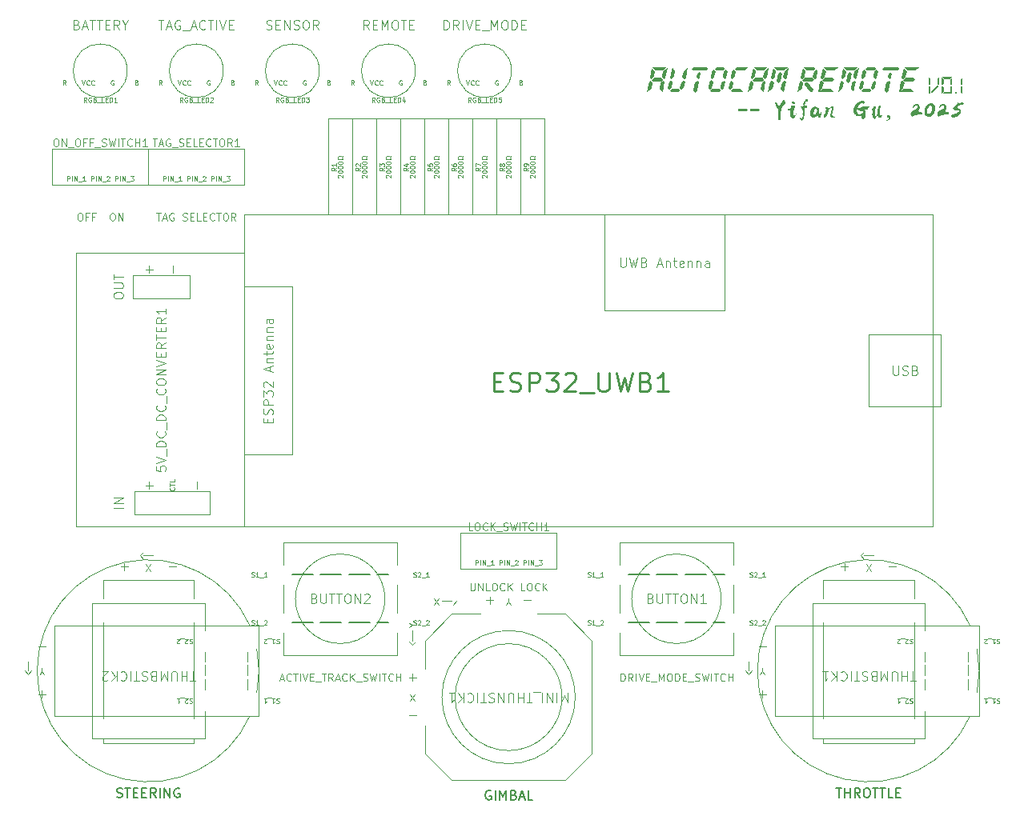
<source format=gto>
%TF.GenerationSoftware,KiCad,Pcbnew,9.0.0*%
%TF.CreationDate,2025-03-06T19:24:07-08:00*%
%TF.ProjectId,remote,72656d6f-7465-42e6-9b69-6361645f7063,v0.1*%
%TF.SameCoordinates,Original*%
%TF.FileFunction,Legend,Top*%
%TF.FilePolarity,Positive*%
%FSLAX46Y46*%
G04 Gerber Fmt 4.6, Leading zero omitted, Abs format (unit mm)*
G04 Created by KiCad (PCBNEW 9.0.0) date 2025-03-06 19:24:07*
%MOMM*%
%LPD*%
G01*
G04 APERTURE LIST*
%ADD10C,0.150000*%
%ADD11C,0.600000*%
%ADD12C,0.100000*%
%ADD13C,0.062500*%
%ADD14C,0.125000*%
%ADD15C,0.250000*%
%ADD16C,0.200000*%
G04 APERTURE END LIST*
D10*
G36*
X192834711Y-69778726D02*
G01*
X192765956Y-69849923D01*
X192646400Y-69730488D01*
X192646400Y-69186681D01*
X192834711Y-68996050D01*
X192834711Y-69778726D01*
G37*
G36*
X192750691Y-70056552D02*
G01*
X192127139Y-70686699D01*
X191992195Y-70686699D01*
X191992195Y-70550900D01*
X192615747Y-69920265D01*
X192765956Y-69920265D01*
X192750691Y-70056552D01*
G37*
G36*
X191959100Y-69730732D02*
G01*
X191839421Y-69849923D01*
X191768224Y-69778970D01*
X191768224Y-68998126D01*
X191959100Y-69188269D01*
X191959100Y-69730732D01*
G37*
G36*
X191768224Y-70680593D02*
G01*
X191862380Y-70774138D01*
X191959100Y-70680593D01*
X191959100Y-70043607D01*
X191839543Y-69924783D01*
X191768224Y-69998056D01*
X191768224Y-70680593D01*
G37*
G36*
X194206379Y-69779581D02*
G01*
X194137624Y-69849923D01*
X194018067Y-69731221D01*
X194018067Y-69222219D01*
X194206379Y-69031221D01*
X194206379Y-69779581D01*
G37*
G36*
X194170719Y-68998004D02*
G01*
X193982408Y-69185582D01*
X193363741Y-69185582D01*
X193175430Y-68998004D01*
X194170719Y-68998004D01*
G37*
G36*
X193330768Y-69730244D02*
G01*
X193211089Y-69849923D01*
X193139892Y-69778604D01*
X193139892Y-69030244D01*
X193330768Y-69221242D01*
X193330768Y-69730244D01*
G37*
G36*
X194206379Y-70740921D02*
G01*
X194018067Y-70549801D01*
X194018067Y-70040066D01*
X194137624Y-69920265D01*
X194206379Y-69994148D01*
X194206379Y-70740921D01*
G37*
G36*
X194170719Y-70780000D02*
G01*
X193175430Y-70780000D01*
X193363741Y-70592421D01*
X193982408Y-70592421D01*
X194170719Y-70780000D01*
G37*
G36*
X193330768Y-70552365D02*
G01*
X193139892Y-70744340D01*
X193139892Y-69998422D01*
X193211211Y-69920265D01*
X193330768Y-70040554D01*
X193330768Y-70552365D01*
G37*
G36*
X194511560Y-70780000D02*
G01*
X194511560Y-70592421D01*
X194702436Y-70592421D01*
X194702436Y-70780000D01*
X194511560Y-70780000D01*
G37*
G36*
X195311944Y-69995003D02*
G01*
X195311944Y-70750690D01*
X195120946Y-70557250D01*
X195120946Y-70041531D01*
X195240625Y-69920265D01*
X195311944Y-69995003D01*
G37*
G36*
X195120946Y-69729877D02*
G01*
X195120946Y-69218921D01*
X195311944Y-69027313D01*
X195311944Y-69778360D01*
X195240625Y-69849923D01*
X195120946Y-69729877D01*
G37*
G36*
X171869760Y-72348279D02*
G01*
X172165049Y-72343028D01*
X172380017Y-72346802D01*
X172459118Y-72354141D01*
X172523476Y-72369528D01*
X172555716Y-72383450D01*
X172592108Y-72407020D01*
X172603340Y-72442232D01*
X172592108Y-72473698D01*
X172583682Y-72496046D01*
X172572446Y-72526577D01*
X172561333Y-72557229D01*
X172543137Y-72583729D01*
X172520446Y-72597130D01*
X172478657Y-72604612D01*
X172242108Y-72607421D01*
X171841672Y-72613039D01*
X171675321Y-72619331D01*
X171640171Y-72615847D01*
X171604999Y-72587261D01*
X171595353Y-72559916D01*
X171584973Y-72531950D01*
X171574236Y-72514927D01*
X171579721Y-72487254D01*
X171579721Y-72425704D01*
X171578134Y-72372704D01*
X171585512Y-72362429D01*
X171600970Y-72358660D01*
X171621853Y-72352187D01*
X171637363Y-72353408D01*
X171673062Y-72357684D01*
X171869760Y-72348279D01*
G37*
G36*
X173124191Y-72348279D02*
G01*
X173419481Y-72343028D01*
X173634449Y-72346802D01*
X173713549Y-72354141D01*
X173777907Y-72369528D01*
X173810147Y-72383450D01*
X173846539Y-72407020D01*
X173857771Y-72442232D01*
X173846539Y-72473698D01*
X173838113Y-72496046D01*
X173826878Y-72526577D01*
X173815765Y-72557229D01*
X173797568Y-72583729D01*
X173774877Y-72597130D01*
X173733088Y-72604612D01*
X173496539Y-72607421D01*
X173096103Y-72613039D01*
X172929753Y-72619331D01*
X172894603Y-72615847D01*
X172859430Y-72587261D01*
X172849784Y-72559916D01*
X172839404Y-72531950D01*
X172828667Y-72514927D01*
X172834153Y-72487254D01*
X172834153Y-72425704D01*
X172832565Y-72372704D01*
X172839943Y-72362429D01*
X172855402Y-72358660D01*
X172876284Y-72352187D01*
X172891794Y-72353408D01*
X172927494Y-72357684D01*
X173124191Y-72348279D01*
G37*
G36*
X176446016Y-71404525D02*
G01*
X176468953Y-71421156D01*
X176496574Y-71461800D01*
X176533088Y-71527501D01*
X176558490Y-71565237D01*
X176603308Y-71639364D01*
X176628709Y-71707752D01*
X176614644Y-71749372D01*
X176561665Y-71800076D01*
X176502347Y-71847429D01*
X176452610Y-71906200D01*
X176421836Y-71935631D01*
X176405105Y-71953827D01*
X176398022Y-71973367D01*
X176385444Y-71984480D01*
X176372987Y-71998524D01*
X176371522Y-72012445D01*
X176377139Y-72019528D01*
X176368835Y-72018063D01*
X176354672Y-72013440D01*
X176349173Y-72034794D01*
X176343556Y-72051646D01*
X176340747Y-72059951D01*
X176342090Y-72062759D01*
X176337938Y-72062759D01*
X176321086Y-72075338D01*
X176309973Y-72096343D01*
X176301668Y-72113196D01*
X176272237Y-72141161D01*
X176251354Y-72155083D01*
X176237310Y-72163510D01*
X176228884Y-72180240D01*
X176233055Y-72185566D01*
X176254163Y-72171814D01*
X176259658Y-72166196D01*
X176273741Y-72153840D01*
X176276511Y-72157892D01*
X176265276Y-72177431D01*
X176244393Y-72188545D01*
X176222045Y-72208206D01*
X176203971Y-72250094D01*
X176192736Y-72273907D01*
X176187118Y-72291981D01*
X176187118Y-72300408D01*
X176181501Y-72303217D01*
X176187118Y-72336800D01*
X176194227Y-72349359D01*
X176201162Y-72350722D01*
X176206780Y-72350722D01*
X176198354Y-72373070D01*
X176194079Y-72401036D01*
X176192736Y-72415080D01*
X176182966Y-72440237D01*
X176178814Y-72462585D01*
X176173319Y-72476507D01*
X176146696Y-72549291D01*
X176131431Y-72617679D01*
X176127157Y-72628914D01*
X176113235Y-72677885D01*
X176100656Y-72737969D01*
X176100656Y-72756043D01*
X176102000Y-72786817D01*
X176100656Y-72823210D01*
X176096504Y-72863754D01*
X176092352Y-72909794D01*
X176084048Y-72923838D01*
X176075622Y-72909794D01*
X176072813Y-72893063D01*
X176067195Y-72909794D01*
X176065852Y-72937882D01*
X176072813Y-72940568D01*
X176085269Y-72932142D01*
X176088078Y-72940568D01*
X176088078Y-72953147D01*
X176088078Y-72972686D01*
X176086285Y-72987155D01*
X176095039Y-73000652D01*
X176097848Y-73007613D01*
X176090765Y-73011887D01*
X176089421Y-73035579D01*
X176085603Y-73059612D01*
X176076843Y-73069162D01*
X176070359Y-73078274D01*
X176067317Y-73102745D01*
X176072813Y-73144633D01*
X176078308Y-73139016D01*
X176083804Y-73125094D01*
X176086612Y-73137672D01*
X176083804Y-73164295D01*
X176075377Y-73181025D01*
X176071103Y-73206182D01*
X176078186Y-73231339D01*
X176080995Y-73211800D01*
X176082114Y-73196124D01*
X176089299Y-73192138D01*
X176097725Y-73203374D01*
X176089421Y-73256496D01*
X176092230Y-73289958D01*
X176097848Y-73310963D01*
X176095039Y-73329159D01*
X176085147Y-73347233D01*
X176089421Y-73365429D01*
X176097848Y-73382281D01*
X176100534Y-73393394D01*
X176106030Y-73401821D01*
X176117265Y-73424169D01*
X176122882Y-73433817D01*
X176114456Y-73440778D01*
X176103343Y-73456043D01*
X176095039Y-73474117D01*
X176088200Y-73487916D01*
X176079896Y-73500373D01*
X176059135Y-73526751D01*
X176041531Y-73542063D01*
X176023231Y-73532369D01*
X176009310Y-73523942D01*
X175982931Y-73526751D01*
X175962586Y-73530062D01*
X175953866Y-73537864D01*
X175950671Y-73551124D01*
X175956675Y-73554473D01*
X175965040Y-73556732D01*
X175962171Y-73562899D01*
X175948249Y-73568394D01*
X175931640Y-73558747D01*
X175917841Y-73549221D01*
X175909536Y-73543970D01*
X175898545Y-73538841D01*
X175882302Y-73532366D01*
X175876319Y-73510875D01*
X175876106Y-73510143D01*
X175896225Y-73510143D01*
X175907338Y-73504525D01*
X175914151Y-73493901D01*
X175911490Y-73487672D01*
X175899034Y-73496099D01*
X175896225Y-73510143D01*
X175876106Y-73510143D01*
X175872883Y-73499043D01*
X175862275Y-73491214D01*
X175840600Y-73459829D01*
X175857024Y-73459829D01*
X175859711Y-73469476D01*
X175868137Y-73469476D01*
X175865328Y-73459706D01*
X175857024Y-73459829D01*
X175840600Y-73459829D01*
X175835287Y-73452135D01*
X175816846Y-73401821D01*
X175809763Y-73383625D01*
X175807068Y-73374904D01*
X175813915Y-73355659D01*
X175825976Y-73339429D01*
X175833577Y-73337463D01*
X175837729Y-73333311D01*
X175844812Y-73316580D01*
X175851771Y-73303588D01*
X175851772Y-73289958D01*
X175899034Y-73289958D01*
X175900377Y-73306810D01*
X175904652Y-73309619D01*
X175910147Y-73292766D01*
X175901843Y-73273227D01*
X175899034Y-73289958D01*
X175851772Y-73289958D01*
X175851773Y-73278112D01*
X175868137Y-73278112D01*
X175873755Y-73289225D01*
X175876564Y-73278112D01*
X175870946Y-73266877D01*
X175868137Y-73278112D01*
X175851773Y-73278112D01*
X175851773Y-73276036D01*
X175848659Y-73231024D01*
X175859854Y-73231024D01*
X175865328Y-73244528D01*
X175870946Y-73241720D01*
X175865328Y-73227798D01*
X175859854Y-73231024D01*
X175848659Y-73231024D01*
X175844812Y-73175408D01*
X175844781Y-73174675D01*
X175859833Y-73174675D01*
X175865328Y-73199832D01*
X175870946Y-73191406D01*
X175865328Y-73169057D01*
X175859833Y-73174675D01*
X175844781Y-73174675D01*
X175843956Y-73155136D01*
X175859833Y-73155136D01*
X175865328Y-73160631D01*
X175870946Y-73157822D01*
X175865328Y-73152327D01*
X175859833Y-73155136D01*
X175843956Y-73155136D01*
X175841301Y-73092243D01*
X175854215Y-73092243D01*
X175859711Y-73099204D01*
X175865328Y-73096395D01*
X175859711Y-73089434D01*
X175854215Y-73092243D01*
X175841301Y-73092243D01*
X175839346Y-73045925D01*
X175858829Y-73045925D01*
X175865206Y-73052431D01*
X175873511Y-73055240D01*
X175880471Y-73062201D01*
X175881937Y-73139016D01*
X175885234Y-73214609D01*
X175895248Y-73245261D01*
X175901843Y-73264801D01*
X175901843Y-73247337D01*
X175938235Y-73247337D01*
X175943730Y-73283607D01*
X175947882Y-73247337D01*
X175942387Y-73210945D01*
X175938235Y-73247337D01*
X175901843Y-73247337D01*
X175901843Y-73241109D01*
X175899400Y-73203374D01*
X175901843Y-73192138D01*
X175907338Y-73183712D01*
X175900866Y-73169790D01*
X175899400Y-73158555D01*
X175899400Y-73108241D01*
X175894393Y-73057927D01*
X175889386Y-73032770D01*
X175881110Y-73029242D01*
X175868015Y-73035579D01*
X175858829Y-73045925D01*
X175839346Y-73045925D01*
X175830768Y-72842749D01*
X175830516Y-72836399D01*
X175848598Y-72836399D01*
X175848598Y-72842016D01*
X175854215Y-72858747D01*
X175859833Y-72844825D01*
X175856088Y-72833590D01*
X176064142Y-72833590D01*
X176069760Y-72839207D01*
X176075377Y-72836399D01*
X176069760Y-72830781D01*
X176064142Y-72833590D01*
X175856088Y-72833590D01*
X175854215Y-72827972D01*
X175848598Y-72836399D01*
X175830516Y-72836399D01*
X175826616Y-72737969D01*
X175814892Y-72736503D01*
X175812083Y-72728199D01*
X175811107Y-72690464D01*
X175811107Y-72614993D01*
X175811107Y-72487742D01*
X175808176Y-72459776D01*
X175805367Y-72448541D01*
X175812427Y-72408927D01*
X175805367Y-72381496D01*
X175743207Y-72300408D01*
X175672377Y-72176088D01*
X175587502Y-71998524D01*
X175557705Y-71911939D01*
X175543687Y-71876211D01*
X175536455Y-71869930D01*
X175515206Y-71839155D01*
X175499697Y-71797267D01*
X175489683Y-71769302D01*
X175479791Y-71717644D01*
X175483922Y-71688986D01*
X175493957Y-71674291D01*
X175519481Y-71661713D01*
X175539264Y-71665865D01*
X175561857Y-71671482D01*
X175607164Y-71686870D01*
X175638305Y-71707752D01*
X175658210Y-71718988D01*
X175689136Y-71739459D01*
X175733193Y-71784689D01*
X175768888Y-71834699D01*
X175777157Y-71861503D01*
X175796574Y-71917435D01*
X175813305Y-71938440D01*
X175821731Y-71953827D01*
X175823197Y-71962131D01*
X175837118Y-71990097D01*
X175852384Y-72018063D01*
X175858001Y-72029298D01*
X175863497Y-72043220D01*
X175869114Y-72040411D01*
X175869114Y-72036259D01*
X175871923Y-72037602D01*
X175867771Y-72051646D01*
X175867771Y-72062759D01*
X175874732Y-72057264D01*
X175877305Y-72050538D01*
X175888654Y-72065568D01*
X175897080Y-72087916D01*
X175906728Y-72106113D01*
X175919306Y-72115882D01*
X175956919Y-72085230D01*
X175976227Y-72059340D01*
X176299348Y-72059340D01*
X176304966Y-72064836D01*
X176313392Y-72059340D01*
X176307774Y-72053722D01*
X176299348Y-72059340D01*
X175976227Y-72059340D01*
X175982511Y-72050914D01*
X176075377Y-72050914D01*
X176078186Y-72053722D01*
X176095039Y-72020139D01*
X176103343Y-71992173D01*
X176075377Y-72050914D01*
X175982511Y-72050914D01*
X175994533Y-72034794D01*
X176029460Y-71987288D01*
X176043655Y-71967016D01*
X176108961Y-71967016D01*
X176111769Y-71972634D01*
X176111769Y-71961399D01*
X176108961Y-71967016D01*
X176043655Y-71967016D01*
X176068538Y-71931479D01*
X176104686Y-71868586D01*
X176118701Y-71839099D01*
X176122882Y-71813998D01*
X176128500Y-71780537D01*
X176153779Y-71735840D01*
X176202872Y-71656095D01*
X176257705Y-71568046D01*
X176327461Y-71460462D01*
X176384222Y-71411486D01*
X176419541Y-71401216D01*
X176446016Y-71404525D01*
G37*
G36*
X175822464Y-73236835D02*
G01*
X175819655Y-73239644D01*
X175816846Y-73225722D01*
X175822464Y-73225722D01*
X175822464Y-73236835D01*
G37*
G36*
X175816724Y-73133398D02*
G01*
X175819724Y-73199638D01*
X175811107Y-73208869D01*
X175808298Y-73153060D01*
X175811107Y-73105554D01*
X175816724Y-73133398D01*
G37*
G36*
X175808298Y-72925792D02*
G01*
X175811107Y-73008346D01*
X175811107Y-73074047D01*
X175802680Y-72939836D01*
X175805489Y-72900635D01*
X175808298Y-72925792D01*
G37*
G36*
X176114578Y-72769354D02*
G01*
X176108961Y-72774849D01*
X176103343Y-72769354D01*
X176108961Y-72763736D01*
X176114578Y-72769354D01*
G37*
G36*
X176212520Y-72459043D02*
G01*
X176207024Y-72467348D01*
X176204215Y-72459043D01*
X176209711Y-72450617D01*
X176212520Y-72459043D01*
G37*
G36*
X176218137Y-72412882D02*
G01*
X176207024Y-72417034D01*
X176207024Y-72405921D01*
X176226564Y-72400303D01*
X176218137Y-72412882D01*
G37*
G36*
X176215328Y-72317871D02*
G01*
X176209833Y-72330450D01*
X176204264Y-72335653D01*
X176195789Y-72322023D01*
X176194324Y-72310910D01*
X176201407Y-72316406D01*
X176209833Y-72316406D01*
X176209833Y-72310910D01*
X176215328Y-72317871D01*
G37*
G36*
X176250377Y-72324832D02*
G01*
X176240608Y-72330450D01*
X176244760Y-72319337D01*
X176254529Y-72313719D01*
X176250377Y-72324832D01*
G37*
G36*
X176240241Y-72261329D02*
G01*
X176223388Y-72282212D01*
X176202384Y-72300408D01*
X176209344Y-72293447D01*
X176216337Y-72284927D01*
X176215084Y-72272442D01*
X176217771Y-72266824D01*
X176226197Y-72266824D01*
X176234563Y-72258284D01*
X176240241Y-72261329D01*
G37*
G36*
X177295492Y-71992173D02*
G01*
X177334088Y-71985226D01*
X177385130Y-71992173D01*
X177435688Y-72006095D01*
X177511525Y-72027100D01*
X177584676Y-72059218D01*
X177606648Y-72092522D01*
X177608817Y-72144355D01*
X177581867Y-72227013D01*
X177555139Y-72291179D01*
X177521295Y-72400303D01*
X177483437Y-72567976D01*
X177476354Y-72605833D01*
X177463898Y-72660422D01*
X177447757Y-72822414D01*
X177455872Y-72934393D01*
X177480628Y-73009811D01*
X177497475Y-73027590D01*
X177532652Y-73040586D01*
X177572784Y-73044081D01*
X177609955Y-73037777D01*
X177639547Y-73017409D01*
X177682984Y-72962306D01*
X177721540Y-72896059D01*
X177753204Y-72825286D01*
X177767370Y-72783398D01*
X177788938Y-72720269D01*
X177803884Y-72651995D01*
X177812310Y-72629647D01*
X177815801Y-72635067D01*
X177809501Y-72668848D01*
X177801075Y-72712445D01*
X177793992Y-72740533D01*
X177788252Y-72761660D01*
X177775674Y-72808066D01*
X177758821Y-72865708D01*
X177736186Y-72933383D01*
X177677000Y-73037166D01*
X177657216Y-73070994D01*
X177645981Y-73101891D01*
X177645981Y-73115935D01*
X177637432Y-73129979D01*
X177631815Y-73141214D01*
X177631815Y-73146953D01*
X177618396Y-73163181D01*
X177606536Y-73200321D01*
X177590904Y-73222913D01*
X177581653Y-73231020D01*
X177578326Y-73245383D01*
X177573172Y-73261712D01*
X177553046Y-73284829D01*
X177511037Y-73318412D01*
X177484414Y-73338073D01*
X177452296Y-73357857D01*
X177432635Y-73366284D01*
X177376703Y-73374710D01*
X177320312Y-73371312D01*
X177284257Y-73352362D01*
X177270335Y-73343935D01*
X177250674Y-73331235D01*
X177239439Y-73313039D01*
X177228326Y-73299117D01*
X177203985Y-73284723D01*
X177208664Y-73276646D01*
X177203046Y-73259916D01*
X177191933Y-73243063D01*
X177183507Y-73231950D01*
X177161037Y-73198367D01*
X177149924Y-73163318D01*
X177137223Y-73132421D01*
X177120370Y-73087602D01*
X177110723Y-73002117D01*
X177104503Y-72886792D01*
X177113531Y-72803304D01*
X177124645Y-72741755D01*
X177138688Y-72668848D01*
X177135880Y-72624030D01*
X177110235Y-72583992D01*
X177078269Y-72561659D01*
X177037938Y-72554054D01*
X176971472Y-72540228D01*
X176915471Y-72498162D01*
X176867090Y-72419842D01*
X176850867Y-72372844D01*
X176851653Y-72342419D01*
X176864282Y-72322023D01*
X176899436Y-72307310D01*
X176942684Y-72324832D01*
X176979500Y-72337410D01*
X177018277Y-72324832D01*
X177076793Y-72269231D01*
X177152732Y-72157159D01*
X177226860Y-72039678D01*
X177256883Y-72012725D01*
X177295492Y-71992173D01*
G37*
G36*
X177270702Y-71595523D02*
G01*
X177304285Y-71592714D01*
X177360217Y-71595523D01*
X177500849Y-71611854D01*
X177542300Y-71626175D01*
X177556222Y-71648646D01*
X177575761Y-71684916D01*
X177596766Y-71718499D01*
X177609467Y-71752083D01*
X177615441Y-71773309D01*
X177610810Y-71788475D01*
X177597003Y-71800667D01*
X177565991Y-71814975D01*
X177533329Y-71830791D01*
X177505785Y-71852711D01*
X177477820Y-71877868D01*
X177461521Y-71872727D01*
X177438619Y-71852711D01*
X177343486Y-71777240D01*
X177288169Y-71736051D01*
X177281815Y-71721308D01*
X177279006Y-71712882D01*
X177265084Y-71694685D01*
X177262275Y-71662568D01*
X177259467Y-71643028D01*
X177255192Y-71619214D01*
X177270702Y-71595523D01*
G37*
G36*
X178289805Y-73631653D02*
G01*
X178280035Y-73635928D01*
X178270266Y-73631653D01*
X178280035Y-73627501D01*
X178289805Y-73631653D01*
G37*
G36*
X178254756Y-73621884D02*
G01*
X178259030Y-73633119D01*
X178246330Y-73621884D01*
X178242178Y-73610771D01*
X178254756Y-73621884D01*
G37*
G36*
X178228256Y-73602344D02*
G01*
X178229599Y-73610771D01*
X178221173Y-73602344D01*
X178219829Y-73593918D01*
X178228256Y-73602344D01*
G37*
G36*
X178284187Y-73588300D02*
G01*
X178295423Y-73599535D01*
X178286996Y-73605153D01*
X178271609Y-73596727D01*
X178268800Y-73585491D01*
X178284187Y-73588300D01*
G37*
G36*
X178903091Y-71334459D02*
G01*
X178944742Y-71363126D01*
X178975395Y-71388283D01*
X178975395Y-71466441D01*
X178971827Y-71538091D01*
X178964282Y-71569877D01*
X178936619Y-71609302D01*
X178899679Y-71637044D01*
X178880140Y-71644005D01*
X178885758Y-71620191D01*
X178896871Y-71553147D01*
X178894062Y-71483293D01*
X178871714Y-71465097D01*
X178854605Y-71462287D01*
X178835199Y-71467906D01*
X178796120Y-71500024D01*
X178761921Y-71551102D01*
X178717719Y-71646814D01*
X178680575Y-71750791D01*
X178656047Y-71843918D01*
X178639317Y-71917923D01*
X178628081Y-71975321D01*
X178627097Y-72013188D01*
X178633699Y-72029787D01*
X178654040Y-72037786D01*
X178728832Y-72042365D01*
X178806700Y-72047440D01*
X178849243Y-72059218D01*
X178883619Y-72080253D01*
X178916532Y-72112096D01*
X178944480Y-72155888D01*
X178930454Y-72165219D01*
X178916166Y-72152641D01*
X178911643Y-72145677D01*
X178903221Y-72149832D01*
X178898947Y-72169616D01*
X178900025Y-72179913D01*
X178890398Y-72195383D01*
X178881149Y-72210457D01*
X178883193Y-72219685D01*
X178881850Y-72239713D01*
X178874645Y-72258398D01*
X178887589Y-72276960D01*
X178894210Y-72285145D01*
X178879041Y-72288318D01*
X178833123Y-72288318D01*
X178720039Y-72295401D01*
X178629913Y-72310788D01*
X178609763Y-72330205D01*
X178604146Y-72542208D01*
X178592910Y-73008101D01*
X178560744Y-73247796D01*
X178531239Y-73354193D01*
X178519882Y-73394616D01*
X178504494Y-73436381D01*
X178500220Y-73454455D01*
X178497411Y-73460073D01*
X178491916Y-73468499D01*
X178482905Y-73484676D01*
X178480192Y-73479368D01*
X178474575Y-73484863D01*
X178477384Y-73490481D01*
X178482550Y-73485313D01*
X178476407Y-73496343D01*
X178441358Y-73541039D01*
X178406187Y-73568883D01*
X178389938Y-73573048D01*
X178382495Y-73568883D01*
X178377140Y-73564167D01*
X178362712Y-73566074D01*
X178337555Y-73568883D01*
X178337555Y-73574501D01*
X178343172Y-73580118D01*
X178357094Y-73591231D01*
X178332059Y-73588422D01*
X178278241Y-73574756D01*
X178272344Y-73570104D01*
X178301040Y-73570104D01*
X178312153Y-73577187D01*
X178319114Y-73574378D01*
X178320580Y-73571570D01*
X178309344Y-73563143D01*
X178301040Y-73570104D01*
X178272344Y-73570104D01*
X178256710Y-73557770D01*
X178251093Y-73568883D01*
X178251093Y-73582927D01*
X178231553Y-73563265D01*
X178184292Y-73507456D01*
X178167561Y-73482177D01*
X178150831Y-73448715D01*
X178145213Y-73440289D01*
X178134100Y-73434672D01*
X178122865Y-73412323D01*
X178120056Y-73401210D01*
X178114439Y-73401210D01*
X178114439Y-73395593D01*
X178122945Y-73392216D01*
X178136787Y-73406706D01*
X178154983Y-73431863D01*
X178170248Y-73454211D01*
X178191131Y-73484986D01*
X178200901Y-73504525D01*
X178221783Y-73535300D01*
X178245475Y-73552152D01*
X178248222Y-73540987D01*
X178241284Y-73532613D01*
X178303849Y-73532613D01*
X178310197Y-73539757D01*
X178343050Y-73543726D01*
X178356972Y-73538108D01*
X178421208Y-73538108D01*
X178426703Y-73540917D01*
X178440747Y-73529804D01*
X178421208Y-73538108D01*
X178356972Y-73538108D01*
X178340485Y-73532613D01*
X178365398Y-73532613D01*
X178376633Y-73526995D01*
X178386403Y-73524187D01*
X178400325Y-73531147D01*
X178413026Y-73526995D01*
X178413026Y-73522721D01*
X178401790Y-73521378D01*
X178387746Y-73521378D01*
X178407408Y-73499030D01*
X178445916Y-73437272D01*
X178477384Y-73325739D01*
X178498388Y-73223646D01*
X178499732Y-73197145D01*
X178494236Y-73197145D01*
X178470423Y-73286538D01*
X178438183Y-73387166D01*
X178429756Y-73424902D01*
X178411560Y-73457142D01*
X178393364Y-73486451D01*
X178376633Y-73512951D01*
X178365398Y-73532613D01*
X178340485Y-73532613D01*
X178340119Y-73532491D01*
X178314962Y-73531147D01*
X178303849Y-73532613D01*
X178241284Y-73532613D01*
X178220440Y-73507456D01*
X178200901Y-73483642D01*
X178200090Y-73482299D01*
X178223249Y-73482299D01*
X178228866Y-73490603D01*
X178231553Y-73484986D01*
X178225060Y-73474495D01*
X178223249Y-73482299D01*
X178200090Y-73482299D01*
X178189910Y-73465446D01*
X178187736Y-73462515D01*
X178202977Y-73462515D01*
X178208594Y-73468133D01*
X178214212Y-73465324D01*
X178208594Y-73459706D01*
X178202977Y-73462515D01*
X178187736Y-73462515D01*
X178158752Y-73423436D01*
X178177820Y-73423436D01*
X178180628Y-73434549D01*
X178189055Y-73445785D01*
X178186246Y-73434549D01*
X178177820Y-73423436D01*
X178158752Y-73423436D01*
X178146974Y-73407555D01*
X178140363Y-73395471D01*
X178169393Y-73395471D01*
X178175011Y-73402431D01*
X178180628Y-73399623D01*
X178175011Y-73392662D01*
X178169393Y-73395471D01*
X178140363Y-73395471D01*
X178129672Y-73375931D01*
X178149854Y-73375931D01*
X178152663Y-73387044D01*
X178159501Y-73388510D01*
X178158158Y-73375931D01*
X178149854Y-73375931D01*
X178129672Y-73375931D01*
X178117379Y-73353461D01*
X178127384Y-73353461D01*
X178134344Y-73359078D01*
X178141428Y-73356270D01*
X178134344Y-73350774D01*
X178127384Y-73353461D01*
X178117379Y-73353461D01*
X178114439Y-73348087D01*
X178104669Y-73327083D01*
X178097708Y-73321465D01*
X178093434Y-73321465D01*
X178094899Y-73314504D01*
X178086473Y-73278234D01*
X178078046Y-73239033D01*
X178083664Y-73244651D01*
X178097708Y-73251612D01*
X178103326Y-73253077D01*
X178097708Y-73258572D01*
X178094899Y-73266999D01*
X178103326Y-73272616D01*
X178107478Y-73274082D01*
X178108943Y-73280921D01*
X178108943Y-73286538D01*
X178115904Y-73288004D01*
X178122865Y-73300582D01*
X178131291Y-73314504D01*
X178130282Y-73311695D01*
X178167439Y-73311695D01*
X178168783Y-73317313D01*
X178175866Y-73325617D01*
X178178675Y-73336852D01*
X178184292Y-73331235D01*
X178184292Y-73325739D01*
X178179680Y-73309344D01*
X178167439Y-73311695D01*
X178130282Y-73311695D01*
X178117247Y-73275425D01*
X178108943Y-73230607D01*
X178117247Y-73244651D01*
X178128361Y-73255764D01*
X178132513Y-73257229D01*
X178131169Y-73261381D01*
X178133883Y-73277266D01*
X178139596Y-73280921D01*
X178143748Y-73282386D01*
X178150831Y-73292156D01*
X178160554Y-73306533D01*
X178170248Y-73303391D01*
X178173057Y-73294965D01*
X178167439Y-73283729D01*
X178161822Y-73276769D01*
X178170248Y-73276769D01*
X178178675Y-73292156D01*
X178189788Y-73311695D01*
X178210668Y-73340452D01*
X178206518Y-73345279D01*
X178203709Y-73350896D01*
X178217631Y-73350896D01*
X178220440Y-73342470D01*
X178231553Y-73350896D01*
X178244132Y-73362009D01*
X178266358Y-73374588D01*
X178299819Y-73389975D01*
X178318200Y-73387783D01*
X178330594Y-73375931D01*
X178347202Y-73352240D01*
X178356972Y-73324274D01*
X178369550Y-73279577D01*
X178376511Y-73243185D01*
X178379320Y-73230607D01*
X178382129Y-73213876D01*
X178382129Y-73199954D01*
X178393242Y-73191528D01*
X178398859Y-73197145D01*
X178398859Y-73213876D01*
X178393242Y-73248925D01*
X178384816Y-73278234D01*
X178373702Y-73308886D01*
X178358193Y-73347965D01*
X178356850Y-73384357D01*
X178361815Y-73389839D01*
X178361002Y-73405362D01*
X178348423Y-73437480D01*
X178342928Y-73454333D01*
X178355377Y-73445456D01*
X178368333Y-73419994D01*
X178381175Y-73419994D01*
X178382129Y-73440289D01*
X178400345Y-73402877D01*
X178432443Y-73294965D01*
X178458374Y-73177696D01*
X178460361Y-73163440D01*
X178505349Y-73163440D01*
X178510967Y-73169057D01*
X178516585Y-73166249D01*
X178510967Y-73160631D01*
X178505349Y-73163440D01*
X178460361Y-73163440D01*
X178462301Y-73149518D01*
X178558594Y-73149518D01*
X178561403Y-73157822D01*
X178561403Y-73146709D01*
X178558594Y-73149518D01*
X178462301Y-73149518D01*
X178464455Y-73134058D01*
X178552206Y-73134058D01*
X178555785Y-73138283D01*
X178564212Y-73115935D01*
X178565501Y-73094909D01*
X178558594Y-73110317D01*
X178552206Y-73134058D01*
X178464455Y-73134058D01*
X178471644Y-73082473D01*
X178472987Y-73058782D01*
X178472987Y-73043394D01*
X178471644Y-73037777D01*
X178466782Y-73052478D01*
X178446487Y-73188719D01*
X178429634Y-73264190D01*
X178408629Y-73339661D01*
X178390433Y-73392784D01*
X178381175Y-73419994D01*
X178368333Y-73419994D01*
X178379320Y-73398401D01*
X178400465Y-73339596D01*
X178419620Y-73250268D01*
X178435130Y-73096395D01*
X178439648Y-73082351D01*
X178444167Y-73066964D01*
X178451738Y-73050233D01*
X178451738Y-73034968D01*
X178450273Y-73015307D01*
X178462363Y-73020924D01*
X178474086Y-73030694D01*
X178474086Y-73015307D01*
X178479704Y-72992958D01*
X178489492Y-72979781D01*
X178479704Y-72976106D01*
X178471277Y-72969145D01*
X178479704Y-72962184D01*
X178488130Y-72953879D01*
X178479704Y-72942644D01*
X178474513Y-72933424D01*
X178471277Y-72888056D01*
X178471277Y-72830659D01*
X178471277Y-72794389D01*
X178465660Y-72760806D01*
X178457478Y-72738457D01*
X178454424Y-72722678D01*
X178448016Y-72719040D01*
X178466148Y-72719040D01*
X178471766Y-72727344D01*
X178473109Y-72719040D01*
X178467492Y-72710614D01*
X178466148Y-72719040D01*
X178448016Y-72719040D01*
X178447586Y-72718796D01*
X178443434Y-72711835D01*
X178449051Y-72699256D01*
X178449051Y-72693639D01*
X178462973Y-72695104D01*
X178474208Y-72696570D01*
X178468591Y-72690952D01*
X178462973Y-72679717D01*
X178465782Y-72676908D01*
X178473179Y-72686036D01*
X178477017Y-72679717D01*
X178477017Y-72668482D01*
X178465782Y-72648942D01*
X178457478Y-72637829D01*
X178468469Y-72635020D01*
X178481047Y-72626594D01*
X178479704Y-72611207D01*
X178471277Y-72503496D01*
X178474981Y-72414297D01*
X178479704Y-72402868D01*
X178482513Y-72400059D01*
X178476895Y-72386137D01*
X178471522Y-72374902D01*
X178466270Y-72383328D01*
X178463278Y-72388816D01*
X178451127Y-72383328D01*
X178448563Y-72374902D01*
X178443556Y-72355362D01*
X178446365Y-72355362D01*
X178456152Y-72360203D01*
X178462973Y-72352554D01*
X178465782Y-72344127D01*
X178468591Y-72355362D01*
X178474086Y-72366475D01*
X178479582Y-72344127D01*
X178476773Y-72327397D01*
X178393242Y-72327397D01*
X178318504Y-72323272D01*
X178298476Y-72316161D01*
X178279190Y-72289371D01*
X178265014Y-72232264D01*
X178252979Y-72196958D01*
X178239735Y-72207107D01*
X178230465Y-72223200D01*
X178228622Y-72218342D01*
X178231309Y-72204542D01*
X178237302Y-72185027D01*
X178232774Y-72166807D01*
X178227157Y-72136032D01*
X178245353Y-72108066D01*
X178267823Y-72092679D01*
X178284554Y-72084253D01*
X178291515Y-72080101D01*
X178292980Y-72092679D01*
X178315206Y-72100983D01*
X178353811Y-72096319D01*
X178379442Y-72084131D01*
X178384720Y-72078111D01*
X178446243Y-72064591D01*
X178471277Y-72056287D01*
X178471761Y-72048105D01*
X178494236Y-72048105D01*
X178497045Y-72056409D01*
X178497045Y-72042487D01*
X178494236Y-72048105D01*
X178471761Y-72048105D01*
X178474086Y-72008782D01*
X178476895Y-71986434D01*
X178488008Y-71978007D01*
X178488008Y-71980816D01*
X178490817Y-71992051D01*
X178496312Y-72017208D01*
X178504617Y-72008782D01*
X178504617Y-71966894D01*
X178499121Y-71941737D01*
X178496312Y-71950163D01*
X178490695Y-71947355D01*
X178492038Y-71933311D01*
X178483612Y-71941737D01*
X178476651Y-71948820D01*
X178479460Y-71936120D01*
X178487886Y-71910963D01*
X178493199Y-71891426D01*
X178496312Y-71818761D01*
X178501808Y-71768447D01*
X178498999Y-71762829D01*
X178490695Y-71789452D01*
X178479582Y-71843918D01*
X178474086Y-71897041D01*
X178472621Y-71912428D01*
X178460164Y-71905345D01*
X178457356Y-71890080D01*
X178462973Y-71856496D01*
X178469934Y-71824378D01*
X178474086Y-71804717D01*
X178479704Y-71796413D01*
X178482391Y-71797756D01*
X178482391Y-71793604D01*
X178485199Y-71781025D01*
X178485199Y-71772599D01*
X178485199Y-71751594D01*
X178493504Y-71734863D01*
X178507425Y-71732055D01*
X178507425Y-71737672D01*
X178504617Y-71754403D01*
X178512921Y-71743290D01*
X178520561Y-71730537D01*
X178515608Y-71723628D01*
X178509346Y-71709725D01*
X178518416Y-71681741D01*
X178523912Y-71656584D01*
X178530075Y-71629025D01*
X178551755Y-71595034D01*
X178557373Y-71592348D01*
X178563179Y-71595735D01*
X178574104Y-71581113D01*
X178582408Y-71564382D01*
X178576913Y-71561573D01*
X178604756Y-71519563D01*
X178615991Y-71500024D01*
X178670213Y-71435788D01*
X178746906Y-71363126D01*
X178774627Y-71343464D01*
X178805402Y-71329542D01*
X178857639Y-71323386D01*
X178903091Y-71334459D01*
G37*
G36*
X178228866Y-73529804D02*
G01*
X178228866Y-73535300D01*
X178217631Y-73521378D01*
X178220440Y-73515760D01*
X178228866Y-73529804D01*
G37*
G36*
X178483001Y-73484863D02*
G01*
X178482550Y-73485313D01*
X178482905Y-73484676D01*
X178483001Y-73484863D01*
G37*
G36*
X178103326Y-73362009D02*
G01*
X178106134Y-73376053D01*
X178111752Y-73392784D01*
X178103326Y-73378862D01*
X178092213Y-73356392D01*
X178094418Y-73349241D01*
X178103326Y-73362009D01*
G37*
G36*
X178088183Y-73311573D02*
G01*
X178082565Y-73314382D01*
X178076947Y-73308886D01*
X178082565Y-73306078D01*
X178088183Y-73311573D01*
G37*
G36*
X178159501Y-73258572D02*
G01*
X178158158Y-73266877D01*
X178152663Y-73258572D01*
X178154006Y-73250146D01*
X178159501Y-73258572D01*
G37*
G36*
X178060217Y-73244528D02*
G01*
X178054599Y-73250146D01*
X178048982Y-73241720D01*
X178054599Y-73236102D01*
X178060217Y-73244528D01*
G37*
G36*
X178138619Y-73222302D02*
G01*
X178143470Y-73237100D01*
X178130192Y-73241842D01*
X178124575Y-73233538D01*
X178128727Y-73218150D01*
X178138619Y-73222302D01*
G37*
G36*
X178050203Y-73144023D02*
G01*
X178050203Y-73160753D01*
X178058629Y-73157944D01*
X178061438Y-73149640D01*
X178064247Y-73155136D01*
X178069864Y-73177484D01*
X178071347Y-73191999D01*
X178064247Y-73211067D01*
X178061438Y-73202763D01*
X178061438Y-73187376D01*
X178050203Y-73184567D01*
X178041776Y-73185910D01*
X178047394Y-73180293D01*
X178051546Y-73173332D01*
X178044585Y-73166371D01*
X178039288Y-73162979D01*
X178044585Y-73135596D01*
X178047394Y-73127170D01*
X178053012Y-73127170D01*
X178050203Y-73144023D01*
G37*
G36*
X178118957Y-73191406D02*
G01*
X178127384Y-73199832D01*
X178125181Y-73204765D01*
X178116148Y-73197023D01*
X178113462Y-73190062D01*
X178118957Y-73191406D01*
G37*
G36*
X178407408Y-73171866D02*
G01*
X178403134Y-73182979D01*
X178396173Y-73171866D01*
X178400325Y-73160631D01*
X178407408Y-73171866D01*
G37*
G36*
X178082565Y-73146709D02*
G01*
X178076947Y-73155013D01*
X178075604Y-73146709D01*
X178081100Y-73138283D01*
X178082565Y-73146709D01*
G37*
G36*
X178407286Y-73124361D02*
G01*
X178398859Y-73138283D01*
X178401668Y-73113126D01*
X178410095Y-73096395D01*
X178407286Y-73124361D01*
G37*
G36*
X178048982Y-73087969D02*
G01*
X178048982Y-73110317D01*
X178043364Y-73093586D01*
X178044707Y-73076856D01*
X178048982Y-73087969D01*
G37*
G36*
X178414369Y-73075390D02*
G01*
X178407408Y-73076856D01*
X178411560Y-73067086D01*
X178418643Y-73065621D01*
X178414369Y-73075390D01*
G37*
G36*
X178071452Y-73057316D02*
G01*
X178065834Y-73060003D01*
X178060217Y-73054508D01*
X178065834Y-73051699D01*
X178071452Y-73057316D01*
G37*
G36*
X178405943Y-73051699D02*
G01*
X178398982Y-73057194D01*
X178396173Y-73051699D01*
X178403134Y-73046081D01*
X178405943Y-73051699D01*
G37*
G36*
X178413026Y-73015307D02*
G01*
X178410217Y-73009689D01*
X178413026Y-73004071D01*
X178413026Y-73015307D01*
G37*
G36*
X178460488Y-72955080D02*
G01*
X178460164Y-72970488D01*
X178452064Y-72978175D01*
X178446120Y-72973175D01*
X178453081Y-72962062D01*
X178451738Y-72956444D01*
X178451738Y-72950826D01*
X178460488Y-72955080D01*
G37*
G36*
X178421330Y-72903565D02*
G01*
X178428291Y-72934340D01*
X178424261Y-72948262D01*
X178418643Y-72942644D01*
X178410217Y-72895139D01*
X178413026Y-72883904D01*
X178421330Y-72903565D01*
G37*
G36*
X178445754Y-72822233D02*
G01*
X178454669Y-72827850D01*
X178454669Y-72830659D01*
X178454669Y-72855816D01*
X178462411Y-72902444D01*
X178457478Y-72925792D01*
X178447708Y-72890865D01*
X178443556Y-72839085D01*
X178443556Y-72819424D01*
X178445754Y-72822233D01*
G37*
G36*
X178418643Y-72847634D02*
G01*
X178413026Y-72853129D01*
X178411560Y-72847634D01*
X178417178Y-72842016D01*
X178418643Y-72847634D01*
G37*
G36*
X178418643Y-72823820D02*
G01*
X178413026Y-72830781D01*
X178407408Y-72823820D01*
X178413026Y-72816859D01*
X178418643Y-72823820D01*
G37*
G36*
X178418643Y-72805624D02*
G01*
X178413026Y-72811242D01*
X178407408Y-72805624D01*
X178413026Y-72800006D01*
X178418643Y-72805624D01*
G37*
G36*
X178463462Y-72582020D02*
G01*
X178460653Y-72576402D01*
X178463462Y-72570785D01*
X178463462Y-72582020D01*
G37*
G36*
X178466148Y-72513632D02*
G01*
X178460531Y-72514975D01*
X178455035Y-72509357D01*
X178460531Y-72508014D01*
X178466148Y-72513632D01*
G37*
G36*
X178421452Y-72475774D02*
G01*
X178415834Y-72487009D01*
X178413026Y-72475774D01*
X178418643Y-72464539D01*
X178421452Y-72475774D01*
G37*
G36*
X178452227Y-72461852D02*
G01*
X178460653Y-72478583D01*
X178452227Y-72473087D01*
X178443800Y-72456235D01*
X178452227Y-72461852D01*
G37*
G36*
X178435130Y-72436451D02*
G01*
X178435130Y-72442069D01*
X178429512Y-72433764D01*
X178435130Y-72436451D01*
G37*
G36*
X178421452Y-72397494D02*
G01*
X178424261Y-72408729D01*
X178428291Y-72422651D01*
X178421452Y-72417034D01*
X178413026Y-72397494D01*
X178414963Y-72390545D01*
X178421452Y-72397494D01*
G37*
G36*
X179900464Y-72155572D02*
G01*
X179967604Y-72191743D01*
X179985583Y-72208450D01*
X180002321Y-72229500D01*
X180019777Y-72233607D01*
X180031012Y-72242034D01*
X180038095Y-72251926D01*
X180053849Y-72250460D01*
X180067893Y-72242034D01*
X180091663Y-72232166D01*
X180121993Y-72247651D01*
X180138458Y-72270259D01*
X180150203Y-72303461D01*
X180161507Y-72377158D01*
X180155820Y-72440237D01*
X180140838Y-72537969D01*
X180141899Y-72616092D01*
X180147604Y-72701944D01*
X180164735Y-72786451D01*
X180190681Y-72861414D01*
X180210653Y-72892452D01*
X180239229Y-72903565D01*
X180275789Y-72889837D01*
X180313160Y-72838893D01*
X180351703Y-72722093D01*
X180357199Y-72705362D01*
X180362694Y-72710980D01*
X180362694Y-72730519D01*
X180365503Y-72755676D01*
X180373349Y-72748991D01*
X180381989Y-72713789D01*
X180389085Y-72699092D01*
X180398842Y-72710980D01*
X180401651Y-72719284D01*
X180403358Y-72765315D01*
X180381989Y-72858991D01*
X180376372Y-72898192D01*
X180362694Y-72945697D01*
X180349016Y-73002972D01*
X180336438Y-73056095D01*
X180323982Y-73086748D01*
X180305175Y-73127170D01*
X180284921Y-73177044D01*
X180292596Y-73185910D01*
X180297594Y-73192599D01*
X180286490Y-73205450D01*
X180286490Y-73223646D01*
X180289912Y-73229909D01*
X180303221Y-73230607D01*
X180312991Y-73230729D01*
X180291986Y-73253077D01*
X180263000Y-73274596D01*
X180236665Y-73280921D01*
X180204953Y-73275633D01*
X180142509Y-73253443D01*
X180106761Y-73230604D01*
X180071923Y-73191161D01*
X180044598Y-73143737D01*
X180030592Y-73104822D01*
X180292230Y-73104822D01*
X180296188Y-73108608D01*
X180307495Y-73095174D01*
X180320196Y-73067208D01*
X180331309Y-73034968D01*
X180339735Y-73007002D01*
X180325813Y-73021046D01*
X180293865Y-73081081D01*
X180292230Y-73104822D01*
X180030592Y-73104822D01*
X180026372Y-73093098D01*
X180006017Y-73050608D01*
X179971051Y-73037777D01*
X179944550Y-73071238D01*
X179919393Y-73101891D01*
X179915241Y-73107508D01*
X179893015Y-73146587D01*
X179845950Y-73194253D01*
X179789945Y-73224623D01*
X179750988Y-73242819D01*
X179699453Y-73265167D01*
X179653535Y-73283119D01*
X179597848Y-73288736D01*
X179519812Y-73280310D01*
X179464170Y-73262892D01*
X179398668Y-73228775D01*
X179340042Y-73186449D01*
X179308298Y-73151960D01*
X179266804Y-73077835D01*
X179244184Y-73020802D01*
X179221836Y-72937027D01*
X179212086Y-72885802D01*
X179209436Y-72827972D01*
X179575255Y-72827972D01*
X179579434Y-72887567D01*
X179589177Y-72920296D01*
X179628195Y-72972159D01*
X179666058Y-72983615D01*
X179711543Y-72962184D01*
X179745476Y-72928987D01*
X179797882Y-72858747D01*
X179878605Y-72719040D01*
X179931840Y-72585414D01*
X179942596Y-72537323D01*
X179928919Y-72478583D01*
X179909426Y-72421931D01*
X179912188Y-72366720D01*
X179922240Y-72311402D01*
X179917806Y-72294057D01*
X179881902Y-72282944D01*
X179850150Y-72285753D01*
X179828046Y-72295523D01*
X179790677Y-72310910D01*
X179732670Y-72373803D01*
X179677471Y-72461852D01*
X179649749Y-72509357D01*
X179634606Y-72548558D01*
X179613968Y-72601559D01*
X179586476Y-72687317D01*
X179575255Y-72827972D01*
X179209436Y-72827972D01*
X179207914Y-72794755D01*
X179213423Y-72701685D01*
X179227698Y-72635631D01*
X179252467Y-72564285D01*
X179292666Y-72476507D01*
X179340079Y-72393974D01*
X179411246Y-72301995D01*
X179490173Y-72222391D01*
X179524872Y-72199047D01*
X179909868Y-72199047D01*
X179923912Y-72207473D01*
X179944917Y-72215778D01*
X179954686Y-72215778D01*
X179935147Y-72204665D01*
X179909868Y-72199047D01*
X179524872Y-72199047D01*
X179544114Y-72186102D01*
X179693835Y-72124797D01*
X179770039Y-72116371D01*
X179823772Y-72116371D01*
X179900464Y-72155572D01*
G37*
G36*
X181638374Y-72124187D02*
G01*
X181678768Y-72152346D01*
X181698580Y-72188422D01*
X181702735Y-72225097D01*
X181698580Y-72298942D01*
X181678919Y-72409340D01*
X181653762Y-72465150D01*
X181632757Y-72511311D01*
X181622987Y-72523890D01*
X181621522Y-72529508D01*
X181617370Y-72560282D01*
X181581212Y-72677808D01*
X181561316Y-72772651D01*
X181550203Y-72881706D01*
X181545929Y-72901367D01*
X181544585Y-72920907D01*
X181555820Y-73029839D01*
X181581580Y-73072404D01*
X181620178Y-73105310D01*
X181639718Y-73124972D01*
X181604791Y-73111050D01*
X181558507Y-73080275D01*
X181543120Y-73059270D01*
X181536159Y-73048035D01*
X181531885Y-73041074D01*
X181535507Y-73037340D01*
X181533350Y-73017383D01*
X181529076Y-72986608D01*
X181527732Y-72926402D01*
X181522115Y-72878897D01*
X181519428Y-72892941D01*
X181516619Y-72901245D01*
X181508193Y-72906863D01*
X181513811Y-72920907D01*
X181509536Y-72926402D01*
X181499767Y-72933485D01*
X181509536Y-72947407D01*
X181519428Y-72976716D01*
X181516619Y-72997721D01*
X181508193Y-73001873D01*
X181501110Y-73008956D01*
X181511002Y-73017383D01*
X181516806Y-73019644D01*
X181519428Y-73032648D01*
X181526182Y-73067060D01*
X181547394Y-73099815D01*
X181585554Y-73130186D01*
X181650953Y-73155624D01*
X181676110Y-73169668D01*
X181641183Y-73161364D01*
X181611752Y-73151594D01*
X181572551Y-73133276D01*
X181525961Y-73104131D01*
X181516619Y-73088579D01*
X181502575Y-73060614D01*
X181491340Y-73049501D01*
X181496958Y-73071849D01*
X181513658Y-73113165D01*
X181558894Y-73150935D01*
X181648144Y-73185300D01*
X181743277Y-73194825D01*
X181849767Y-73192016D01*
X181872115Y-73192016D01*
X181880541Y-73203251D01*
X181897336Y-73205235D01*
X181933786Y-73192016D01*
X181950517Y-73186399D01*
X181958943Y-73182247D01*
X181977139Y-73171133D01*
X182009379Y-73162707D01*
X182023423Y-73166859D01*
X182014997Y-73168325D01*
X182006571Y-73172477D01*
X181996679Y-73183590D01*
X181986909Y-73178094D01*
X181981291Y-73173942D01*
X181978605Y-73185055D01*
X181970178Y-73194825D01*
X181953326Y-73192016D01*
X181950517Y-73193482D01*
X181950517Y-73197634D01*
X181944899Y-73203251D01*
X181929512Y-73210212D01*
X181908507Y-73218639D01*
X181886159Y-73225600D01*
X181869428Y-73228408D01*
X181858193Y-73234026D01*
X181845492Y-73239521D01*
X181816061Y-73250757D01*
X181796522Y-73259183D01*
X181761595Y-73264801D01*
X181694550Y-73273105D01*
X181659624Y-73278722D01*
X181667928Y-73284218D01*
X181674889Y-73288492D01*
X181670737Y-73298262D01*
X181665241Y-73295453D01*
X181654006Y-73295453D01*
X181582565Y-73295453D01*
X181516986Y-73292644D01*
X181505961Y-73293050D01*
X181474976Y-73278722D01*
X181474131Y-73278112D01*
X181630070Y-73278112D01*
X181641183Y-73283607D01*
X181652418Y-73278112D01*
X181641183Y-73272494D01*
X181630070Y-73278112D01*
X181474131Y-73278112D01*
X181424540Y-73242330D01*
X181411654Y-73222180D01*
X181828884Y-73222180D01*
X181839997Y-73220837D01*
X181862345Y-73213754D01*
X181876389Y-73208136D01*
X181868085Y-73205327D01*
X181845615Y-73210945D01*
X181828884Y-73222180D01*
X181411654Y-73222180D01*
X181394044Y-73194642D01*
X181371986Y-73115375D01*
X181363113Y-72990760D01*
X181367641Y-72874421D01*
X181379966Y-72781078D01*
X181394010Y-72705607D01*
X181405123Y-72669337D01*
X181446640Y-72567633D01*
X181449941Y-72546238D01*
X181466794Y-72487620D01*
X181509577Y-72355602D01*
X181520874Y-72279405D01*
X181514421Y-72238736D01*
X181496091Y-72222218D01*
X181452750Y-72219197D01*
X181412206Y-72230432D01*
X181373005Y-72249972D01*
X181360426Y-72263893D01*
X181356152Y-72275129D01*
X181353465Y-72269511D01*
X181352122Y-72263893D01*
X181339665Y-72270976D01*
X181338322Y-72283555D01*
X181330018Y-72286242D01*
X181321714Y-72286242D01*
X181317561Y-72287707D01*
X181319027Y-72289050D01*
X181293992Y-72319825D01*
X181201546Y-72431688D01*
X181166554Y-72490049D01*
X181158682Y-72518272D01*
X181154407Y-72542086D01*
X181141829Y-72582630D01*
X181117226Y-72677956D01*
X181080280Y-72781078D01*
X181049505Y-72862166D01*
X180982216Y-73024344D01*
X180976598Y-73041074D01*
X180965363Y-73060736D01*
X180958402Y-73085893D01*
X180957059Y-73103967D01*
X180948633Y-73130467D01*
X180945824Y-73145976D01*
X180937397Y-73150129D01*
X180931902Y-73161364D01*
X180929184Y-73173535D01*
X180912240Y-73186521D01*
X180884275Y-73208869D01*
X180871574Y-73219982D01*
X180867422Y-73228408D01*
X180861804Y-73247948D01*
X180853500Y-73249291D01*
X180846417Y-73239521D01*
X180826878Y-73253565D01*
X180811490Y-73278722D01*
X180803064Y-73275914D01*
X180794638Y-73267487D01*
X180786211Y-73275914D01*
X180761054Y-73296919D01*
X180741515Y-73301071D01*
X180731623Y-73281531D01*
X180724713Y-73269381D01*
X180713427Y-73267487D01*
X180698040Y-73263335D01*
X180685461Y-73228408D01*
X180667265Y-73208869D01*
X180656123Y-73197097D01*
X180651878Y-73175286D01*
X180660304Y-73130467D01*
X180668608Y-73108119D01*
X180658839Y-73117889D01*
X180646260Y-73129124D01*
X180643451Y-73116545D01*
X180637834Y-73097006D01*
X180633054Y-73090069D01*
X180633559Y-73063422D01*
X180637834Y-73031304D01*
X180654564Y-73022878D01*
X180671417Y-73006147D01*
X180681187Y-72979647D01*
X180693887Y-72937637D01*
X180702192Y-72912480D01*
X180733088Y-72895750D01*
X180769358Y-72878897D01*
X180788898Y-72817470D01*
X180822481Y-72725146D01*
X180850797Y-72634239D01*
X180850569Y-72616214D01*
X180846295Y-72614870D01*
X180844952Y-72621709D01*
X180828099Y-72677641D01*
X180805751Y-72732229D01*
X180802942Y-72728077D01*
X180816864Y-72680572D01*
X180853378Y-72571395D01*
X180892311Y-72425457D01*
X180895388Y-72372948D01*
X180878535Y-72357683D01*
X180847760Y-72361835D01*
X180819475Y-72371800D01*
X180805751Y-72367330D01*
X180816864Y-72349256D01*
X180825290Y-72332526D01*
X180823947Y-72314330D01*
X180823947Y-72289173D01*
X180835182Y-72249972D01*
X180853340Y-72223377D01*
X180874261Y-72208084D01*
X180893017Y-72195942D01*
X180895388Y-72188422D01*
X180893922Y-72178775D01*
X180900883Y-72180118D01*
X180944801Y-72187010D01*
X180968172Y-72180118D01*
X181007067Y-72169606D01*
X181060374Y-72182927D01*
X181099932Y-72213774D01*
X181135967Y-72269511D01*
X181151266Y-72298055D01*
X181161246Y-72305903D01*
X181179442Y-72301751D01*
X181236717Y-72255589D01*
X181340344Y-72180047D01*
X181435711Y-72133161D01*
X181524924Y-72110143D01*
X181586876Y-72109673D01*
X181638374Y-72124187D01*
G37*
G36*
X181705663Y-73289225D02*
G01*
X181694428Y-73283607D01*
X181707007Y-73280921D01*
X181705663Y-73289225D01*
G37*
G36*
X181739247Y-73283729D02*
G01*
X181728012Y-73289225D01*
X181722394Y-73283729D01*
X181733629Y-73278112D01*
X181739247Y-73283729D01*
G37*
G36*
X181803605Y-73269685D02*
G01*
X181785409Y-73278112D01*
X181774173Y-73283607D01*
X181778448Y-73275303D01*
X181800796Y-73266877D01*
X181810566Y-73266877D01*
X181803605Y-73269685D01*
G37*
G36*
X181915590Y-73244528D02*
G01*
X181909973Y-73250146D01*
X181907286Y-73244528D01*
X181912781Y-73238911D01*
X181915590Y-73244528D01*
G37*
G36*
X181719585Y-73174675D02*
G01*
X181713968Y-73180170D01*
X181705663Y-73174675D01*
X181711159Y-73169057D01*
X181719585Y-73174675D01*
G37*
G36*
X181921208Y-73174675D02*
G01*
X181912781Y-73180170D01*
X181909973Y-73174675D01*
X181918399Y-73169057D01*
X181921208Y-73174675D01*
G37*
G36*
X181980070Y-73152327D02*
G01*
X181968835Y-73155013D01*
X181942213Y-73170523D01*
X181935252Y-73171866D01*
X181950639Y-73156479D01*
X181977261Y-73146709D01*
X181980070Y-73152327D01*
G37*
G36*
X181692963Y-73138893D02*
G01*
X181707007Y-73147320D01*
X181690154Y-73144511D01*
X181667806Y-73136085D01*
X181667806Y-73130467D01*
X181692963Y-73138893D01*
G37*
G36*
X181998144Y-73141092D02*
G01*
X181999610Y-73135474D01*
X182013654Y-73135474D01*
X181998144Y-73141092D01*
G37*
G36*
X182073737Y-73131322D02*
G01*
X182066776Y-73132787D01*
X182069585Y-73123018D01*
X182076546Y-73121552D01*
X182073737Y-73131322D01*
G37*
G36*
X182054198Y-73121552D02*
G01*
X182044428Y-73121552D01*
X182047237Y-73113126D01*
X182061281Y-73113126D01*
X182054198Y-73121552D01*
G37*
G36*
X182122830Y-73087969D02*
G01*
X182107443Y-73104822D01*
X182086438Y-73118743D01*
X182097673Y-73102013D01*
X182119229Y-73084751D01*
X182122830Y-73087969D01*
G37*
G36*
X182153605Y-73046081D02*
G01*
X182147987Y-73051699D01*
X182153605Y-73057194D01*
X182162031Y-73048890D01*
X182167649Y-73046081D01*
X182157757Y-73058660D01*
X182142370Y-73065621D01*
X182147987Y-73041929D01*
X182162031Y-73029351D01*
X182153605Y-73046081D01*
G37*
G36*
X180675203Y-72948262D02*
G01*
X180669585Y-72953757D01*
X180663968Y-72948262D01*
X180669585Y-72942644D01*
X180675203Y-72948262D01*
G37*
G36*
X180778884Y-72797198D02*
G01*
X180778884Y-72805624D01*
X180770458Y-72816859D01*
X180770458Y-72805624D01*
X180775981Y-72793292D01*
X180778884Y-72797198D01*
G37*
G36*
X184256658Y-72816859D02*
G01*
X184263619Y-72830781D01*
X184248231Y-72822477D01*
X184241270Y-72808433D01*
X184256658Y-72816859D01*
G37*
G36*
X184049418Y-72007561D02*
G01*
X184021452Y-72057875D01*
X183997638Y-72089993D01*
X183990677Y-72087184D01*
X184029878Y-72022948D01*
X184041113Y-72000600D01*
X184055035Y-71989364D01*
X184049418Y-72007561D01*
G37*
G36*
X184809868Y-71482683D02*
G01*
X184867265Y-71514923D01*
X184902314Y-71544232D01*
X184927471Y-71572198D01*
X184962413Y-71608952D01*
X184978966Y-71644605D01*
X184980716Y-71681130D01*
X184960074Y-71745906D01*
X184924662Y-71787376D01*
X184892422Y-71809724D01*
X184861647Y-71818150D01*
X184832338Y-71829263D01*
X184826721Y-71832072D01*
X184835147Y-71795802D01*
X184849727Y-71731313D01*
X184846260Y-71703478D01*
X184832216Y-71732909D01*
X184816829Y-71762219D01*
X184812677Y-71753914D01*
X184819638Y-71718988D01*
X184819742Y-71697797D01*
X184812677Y-71686748D01*
X184794521Y-71681484D01*
X184752471Y-71688091D01*
X184664299Y-71725826D01*
X184605437Y-71759410D01*
X184564230Y-71780424D01*
X184499069Y-71828042D01*
X184442338Y-71880231D01*
X184431902Y-71899361D01*
X184420667Y-71910474D01*
X184400014Y-71926428D01*
X184370353Y-71972023D01*
X184335304Y-72020994D01*
X184294638Y-72072773D01*
X184261054Y-72131514D01*
X184232194Y-72203287D01*
X184230280Y-72243255D01*
X184247132Y-72265603D01*
X184270713Y-72271313D01*
X184336647Y-72267069D01*
X184482338Y-72232142D01*
X184604093Y-72194406D01*
X184661490Y-72179019D01*
X184801441Y-72142627D01*
X185003954Y-72105804D01*
X185168267Y-72092255D01*
X185300596Y-72097374D01*
X185406553Y-72117470D01*
X185464205Y-72143432D01*
X185473720Y-72153862D01*
X185452715Y-72149710D01*
X185436077Y-72147296D01*
X185424749Y-72153862D01*
X185403744Y-72162166D01*
X185398127Y-72162288D01*
X185400936Y-72173401D01*
X185409362Y-72187323D01*
X185427436Y-72205519D01*
X185437328Y-72227868D01*
X185427436Y-72246064D01*
X185412171Y-72248872D01*
X185398127Y-72251681D01*
X185389700Y-72268534D01*
X185385426Y-72279647D01*
X185358804Y-72293691D01*
X185344921Y-72308191D01*
X185344882Y-72318848D01*
X185347691Y-72335701D01*
X185353308Y-72345471D01*
X185361735Y-72356706D01*
X185342073Y-72373436D01*
X185316916Y-72379054D01*
X185311298Y-72380397D01*
X185313267Y-72389690D01*
X185330960Y-72411172D01*
X185344218Y-72431919D01*
X185342073Y-72440481D01*
X185334091Y-72443003D01*
X185325342Y-72436329D01*
X185305681Y-72430711D01*
X185304215Y-72447442D01*
X185294446Y-72451716D01*
X185286141Y-72441946D01*
X185276250Y-72439138D01*
X185238514Y-72444633D01*
X185151915Y-72450220D01*
X185132146Y-72459410D01*
X185117087Y-72464913D01*
X185061682Y-72468080D01*
X185007710Y-72472361D01*
X184996958Y-72479316D01*
X184998301Y-72486399D01*
X185005140Y-72484933D01*
X185014665Y-72487742D01*
X185010635Y-72493237D01*
X185004444Y-72497714D01*
X185013322Y-72518517D01*
X185041938Y-72565820D01*
X185062659Y-72619267D01*
X185076337Y-72669825D01*
X185083702Y-72717550D01*
X185087328Y-72835055D01*
X185082634Y-72952124D01*
X185073284Y-72997477D01*
X185070597Y-73014207D01*
X185078901Y-73002972D01*
X185092945Y-72986242D01*
X185101372Y-72991859D01*
X185098563Y-73019825D01*
X185090137Y-73065987D01*
X185090137Y-73072948D01*
X185091480Y-73082718D01*
X185084519Y-73100914D01*
X185076093Y-73114836D01*
X185057896Y-73149884D01*
X185057081Y-73172692D01*
X185058873Y-73169057D01*
X185063148Y-73162096D01*
X185067300Y-73146709D01*
X185075604Y-73135474D01*
X185077070Y-73146709D01*
X185068079Y-73167777D01*
X185056968Y-73175850D01*
X185056553Y-73187498D01*
X185056553Y-73201542D01*
X185053744Y-73209968D01*
X185048127Y-73215464D01*
X185021382Y-73249047D01*
X185000377Y-73290935D01*
X185011612Y-73286782D01*
X185027122Y-73281165D01*
X185021504Y-73292400D01*
X185011612Y-73304979D01*
X185000377Y-73307787D01*
X184984990Y-73314748D01*
X184958367Y-73341249D01*
X184936019Y-73366406D01*
X184925095Y-73385767D01*
X184864578Y-73440533D01*
X184798961Y-73486902D01*
X184784589Y-73489382D01*
X184790206Y-73481078D01*
X184793137Y-73469842D01*
X184793137Y-73467034D01*
X184801441Y-73467034D01*
X184835147Y-73455921D01*
X184868730Y-73419528D01*
X184877035Y-73411102D01*
X184892544Y-73394371D01*
X184909397Y-73376175D01*
X184919167Y-73363597D01*
X184913671Y-73360788D01*
X184921975Y-73349675D01*
X184936019Y-73331479D01*
X184955559Y-73296552D01*
X184977953Y-73260873D01*
X184975220Y-73257473D01*
X184944446Y-73282630D01*
X184832216Y-73397180D01*
X184762118Y-73455921D01*
X184738703Y-73455273D01*
X184734153Y-73450303D01*
X184736961Y-73444685D01*
X184739770Y-73429298D01*
X184734153Y-73408293D01*
X184718643Y-73385945D01*
X184703256Y-73366406D01*
X184700447Y-73360788D01*
X184686403Y-73374832D01*
X184678099Y-73374832D01*
X184683594Y-73366406D01*
X184697638Y-73349675D01*
X184706065Y-73344057D01*
X184703256Y-73336974D01*
X184692021Y-73335631D01*
X184680785Y-73332822D01*
X184679442Y-73317557D01*
X184679442Y-73303635D01*
X184672237Y-73304979D01*
X184644393Y-73306322D01*
X184632836Y-73297503D01*
X184631326Y-73286782D01*
X184630283Y-73276402D01*
X184621068Y-73270052D01*
X184613049Y-73264015D01*
X184615206Y-73254665D01*
X184616672Y-73236468D01*
X184610810Y-73166615D01*
X184614609Y-73109987D01*
X184622045Y-73089678D01*
X184636765Y-73061657D01*
X184624854Y-73044982D01*
X184604871Y-73047442D01*
X184537903Y-73078565D01*
X184493745Y-73099623D01*
X184459379Y-73109218D01*
X184449610Y-73113492D01*
X184437031Y-73117644D01*
X184424797Y-73120116D01*
X184428605Y-73126071D01*
X184442649Y-73134375D01*
X184459379Y-73139993D01*
X184440657Y-73148541D01*
X184296836Y-73159532D01*
X184258978Y-73156845D01*
X184237973Y-73149884D01*
X184193155Y-73141458D01*
X184167998Y-73130223D01*
X184151145Y-73119110D01*
X184113287Y-73089678D01*
X184076773Y-73064521D01*
X184061386Y-73053408D01*
X184053481Y-73039364D01*
X184546330Y-73039364D01*
X184551947Y-73047791D01*
X184565991Y-73044982D01*
X184577227Y-73039364D01*
X184560374Y-73036556D01*
X184546330Y-73039364D01*
X184053481Y-73039364D01*
X184048807Y-73031060D01*
X184027802Y-73019825D01*
X184022185Y-73017016D01*
X184030611Y-73008590D01*
X184039037Y-73011399D01*
X184044655Y-73017016D01*
X184051590Y-73014540D01*
X184044655Y-73005781D01*
X184380977Y-73005781D01*
X184414561Y-73002972D01*
X184502732Y-72984898D01*
X184517293Y-72978914D01*
X184699104Y-72978914D01*
X184705247Y-72979708D01*
X184718643Y-72967801D01*
X184749418Y-72920296D01*
X184777506Y-72858747D01*
X184791550Y-72815394D01*
X184788741Y-72814050D01*
X184759310Y-72878286D01*
X184714491Y-72952414D01*
X184699104Y-72978914D01*
X184517293Y-72978914D01*
X184567213Y-72958398D01*
X184593713Y-72941545D01*
X184607757Y-72930310D01*
X184602422Y-72927047D01*
X184568556Y-72944354D01*
X184511218Y-72972572D01*
X184420178Y-72997477D01*
X184380977Y-73005781D01*
X184044655Y-73005781D01*
X184030611Y-73000286D01*
X184005454Y-72977815D01*
X183990414Y-72958265D01*
X183980175Y-72955467D01*
X183973092Y-72966702D01*
X183956239Y-72962550D01*
X183946469Y-72947163D01*
X183935234Y-72928967D01*
X183929938Y-72920296D01*
X183979564Y-72920296D01*
X183985060Y-72928600D01*
X183990677Y-72924448D01*
X183985060Y-72916144D01*
X183979564Y-72920296D01*
X183929938Y-72920296D01*
X183924121Y-72910771D01*
X183918504Y-72902344D01*
X183915695Y-72916388D01*
X183921312Y-72927501D01*
X183909955Y-72916388D01*
X183898720Y-72877187D01*
X183881745Y-72826873D01*
X183873197Y-72797564D01*
X183871853Y-72779490D01*
X183863427Y-72761294D01*
X183860618Y-72754211D01*
X183857809Y-72710980D01*
X183850726Y-72664818D01*
X183845109Y-72678740D01*
X183853657Y-72782177D01*
X183859275Y-72821378D01*
X183856466Y-72819912D01*
X183847917Y-72810143D01*
X183836560Y-72798907D01*
X183815433Y-72773750D01*
X183811281Y-72761172D01*
X183799924Y-72731863D01*
X183797115Y-72715132D01*
X183808350Y-72720750D01*
X183816776Y-72726245D01*
X183815311Y-72717941D01*
X183813968Y-72703897D01*
X183819585Y-72687166D01*
X183805541Y-72667627D01*
X183802732Y-72645157D01*
X183808490Y-72634440D01*
X183816776Y-72653583D01*
X183822394Y-72667627D01*
X183833507Y-72698279D01*
X183836316Y-72684357D01*
X183836316Y-72662009D01*
X183832042Y-72618656D01*
X183827889Y-72608886D01*
X183822394Y-72617313D01*
X183818816Y-72624801D01*
X183805541Y-72620000D01*
X183799999Y-72610372D01*
X183797115Y-72579577D01*
X183794441Y-72549700D01*
X183790154Y-72544651D01*
X183794306Y-72537690D01*
X183795964Y-72534375D01*
X184163688Y-72534375D01*
X184164212Y-72584340D01*
X184182408Y-72698279D01*
X184217457Y-72790603D01*
X184243917Y-72842015D01*
X184255192Y-72854839D01*
X184266572Y-72862639D01*
X184269236Y-72857648D01*
X184269236Y-72852030D01*
X184269236Y-72840917D01*
X184279319Y-72848413D01*
X184294393Y-72874501D01*
X184321410Y-72911797D01*
X184353256Y-72930310D01*
X184386474Y-72933401D01*
X184454006Y-72924815D01*
X184605192Y-72885614D01*
X184622045Y-72879996D01*
X184643478Y-72869118D01*
X184711804Y-72807334D01*
X184758859Y-72747996D01*
X184784711Y-72687166D01*
X184795824Y-72655048D01*
X184801441Y-72603269D01*
X184798513Y-72565350D01*
X184792160Y-72548070D01*
X184779503Y-72538470D01*
X184753814Y-72534515D01*
X184727070Y-72538667D01*
X184711804Y-72584218D01*
X184700569Y-72622808D01*
X184697760Y-72597773D01*
X184690677Y-72565778D01*
X184672481Y-72558817D01*
X184645859Y-72575425D01*
X184627663Y-72600338D01*
X184624854Y-72589225D01*
X184622045Y-72569685D01*
X184563305Y-72569685D01*
X184474561Y-72559909D01*
X184398074Y-72531706D01*
X184339072Y-72493543D01*
X184263619Y-72428269D01*
X184215926Y-72388987D01*
X184197795Y-72382229D01*
X184185813Y-72391694D01*
X184171295Y-72433886D01*
X184169829Y-72481392D01*
X184168486Y-72517784D01*
X184163688Y-72534375D01*
X183795964Y-72534375D01*
X183801267Y-72523768D01*
X183805541Y-72502763D01*
X183812502Y-72483224D01*
X183802732Y-72471988D01*
X183801267Y-72459532D01*
X183804956Y-72402817D01*
X183919516Y-72402817D01*
X183920702Y-72428269D01*
X183925571Y-72432597D01*
X183930471Y-72422651D01*
X183937555Y-72380764D01*
X183976633Y-72252170D01*
X184027070Y-72129193D01*
X184049540Y-72089993D01*
X184102527Y-71998148D01*
X184172760Y-71897163D01*
X184200604Y-71859427D01*
X184209153Y-71841231D01*
X184196479Y-71851603D01*
X184137712Y-71925129D01*
X184052349Y-72050914D01*
X184035496Y-72073262D01*
X184027070Y-72089993D01*
X183999104Y-72151542D01*
X183968229Y-72225072D01*
X183938898Y-72316528D01*
X183919516Y-72402817D01*
X183804956Y-72402817D01*
X183805541Y-72393831D01*
X183811642Y-72304109D01*
X183820562Y-72290516D01*
X183826546Y-72282212D01*
X183828012Y-72278060D01*
X183830943Y-72276594D01*
X183835461Y-72272442D01*
X183841567Y-72262550D01*
X183853657Y-72232020D01*
X183853850Y-72231120D01*
X183925060Y-72231120D01*
X183929128Y-72243011D01*
X183945859Y-72229089D01*
X183951476Y-72217854D01*
X183972481Y-72164853D01*
X184001913Y-72107456D01*
X184015956Y-72086451D01*
X184069079Y-71998524D01*
X184144672Y-71896430D01*
X184167143Y-71862847D01*
X184143329Y-71886660D01*
X184099854Y-71942592D01*
X184071888Y-71980327D01*
X184063462Y-71983014D01*
X184064576Y-71973462D01*
X184091550Y-71930013D01*
X184103391Y-71900110D01*
X184094358Y-71893621D01*
X184066270Y-71925739D01*
X184041113Y-71969092D01*
X184028413Y-71990097D01*
X184000447Y-72036259D01*
X183969672Y-72092191D01*
X183957094Y-72122843D01*
X183937555Y-72181584D01*
X183925060Y-72231120D01*
X183853850Y-72231120D01*
X183859641Y-72204054D01*
X183854023Y-72173279D01*
X183856832Y-72160701D01*
X183862854Y-72158616D01*
X183873685Y-72167662D01*
X183884920Y-72181706D01*
X183884920Y-72156549D01*
X183886264Y-72131392D01*
X183890538Y-72125774D01*
X183895062Y-72101684D01*
X183912886Y-72061416D01*
X183921697Y-72070133D01*
X183938165Y-72041877D01*
X183964837Y-71988579D01*
X183985792Y-71960788D01*
X183998371Y-71944057D01*
X184027802Y-71906322D01*
X184055768Y-71874082D01*
X184103518Y-71829263D01*
X184165189Y-71773454D01*
X184214160Y-71734375D01*
X184243713Y-71711905D01*
X184333350Y-71651821D01*
X184453884Y-71583311D01*
X184512371Y-71553178D01*
X184521173Y-71544232D01*
X184530551Y-71533767D01*
X184586996Y-71507840D01*
X184650150Y-71487240D01*
X184692143Y-71479874D01*
X184770047Y-71476583D01*
X184809868Y-71482683D01*
G37*
G36*
X184854442Y-73470942D02*
G01*
X184843207Y-73479368D01*
X184841864Y-73470942D01*
X184853099Y-73462515D01*
X184854442Y-73470942D01*
G37*
G36*
X184724261Y-73426245D02*
G01*
X184721452Y-73434672D01*
X184718765Y-73451402D01*
X184713148Y-73437358D01*
X184718765Y-73420628D01*
X184724261Y-73426245D01*
G37*
G36*
X184937118Y-73406584D02*
G01*
X184928692Y-73412201D01*
X184925883Y-73406584D01*
X184934310Y-73401088D01*
X184937118Y-73406584D01*
G37*
G36*
X185040677Y-73247337D02*
G01*
X185030908Y-73259916D01*
X185026755Y-73261259D01*
X185032251Y-73244528D01*
X185043486Y-73230607D01*
X185040677Y-73247337D01*
G37*
G36*
X184496016Y-73135474D02*
G01*
X184477820Y-73138283D01*
X184469515Y-73132665D01*
X184475133Y-73131322D01*
X184491864Y-73127170D01*
X184511525Y-73127170D01*
X184496016Y-73135474D01*
G37*
G36*
X185110653Y-73037655D02*
G01*
X185107844Y-73040464D01*
X185110653Y-73032037D01*
X185116270Y-73025076D01*
X185110653Y-73037655D01*
G37*
G36*
X183994829Y-72990150D02*
G01*
X184001913Y-73012498D01*
X183992021Y-73008346D01*
X183979442Y-72991493D01*
X183976755Y-72978914D01*
X183982251Y-72970610D01*
X183994829Y-72990150D01*
G37*
G36*
X185121888Y-72998576D02*
G01*
X185119079Y-72992958D01*
X185121888Y-72984532D01*
X185121888Y-72998576D01*
G37*
G36*
X183931937Y-72984532D02*
G01*
X183929128Y-72992958D01*
X183923511Y-72984532D01*
X183926319Y-72976106D01*
X183931937Y-72984532D01*
G37*
G36*
X183909467Y-72937027D02*
G01*
X183915084Y-72953757D01*
X183915084Y-72959375D01*
X183906658Y-72948262D01*
X183895545Y-72925792D01*
X183897710Y-72922230D01*
X183909467Y-72937027D01*
G37*
G36*
X183879303Y-72868883D02*
G01*
X183884920Y-72882805D01*
X183893347Y-72913579D01*
X183893347Y-72917854D01*
X183884920Y-72919197D01*
X183870876Y-72913579D01*
X183873685Y-72899658D01*
X183873685Y-72889888D01*
X183868067Y-72871692D01*
X183870900Y-72857001D01*
X183879303Y-72868883D01*
G37*
G36*
X186621661Y-71996325D02*
G01*
X186646818Y-72015865D01*
X186672804Y-72044247D01*
X186686019Y-72088893D01*
X186683010Y-72120436D01*
X186663671Y-72178775D01*
X186618566Y-72297628D01*
X186595012Y-72391487D01*
X186588078Y-72465150D01*
X186583804Y-72593866D01*
X186588078Y-72674832D01*
X186591864Y-72736259D01*
X186598214Y-72796343D01*
X186596871Y-72806113D01*
X186598214Y-72828461D01*
X186613357Y-72890010D01*
X186620642Y-72945699D01*
X186646818Y-73024344D01*
X186658053Y-73056461D01*
X186663549Y-73070383D01*
X186671975Y-73091388D01*
X186684554Y-73111050D01*
X186708245Y-73113736D01*
X186724329Y-73095865D01*
X186741707Y-73049501D01*
X186750133Y-73013108D01*
X186750133Y-73060614D01*
X186747324Y-73112393D01*
X186753186Y-73123506D01*
X186755995Y-73130467D01*
X186750133Y-73136085D01*
X186757094Y-73138893D01*
X186764177Y-73127780D01*
X186758315Y-73116545D01*
X186762956Y-73105432D01*
X186773580Y-73081618D01*
X186775545Y-73072369D01*
X186780541Y-73076001D01*
X186783350Y-73091388D01*
X186784816Y-73099815D01*
X186793120Y-73088579D01*
X186793120Y-73082962D01*
X186804355Y-73066231D01*
X186805698Y-73078810D01*
X186798737Y-73105432D01*
X186793120Y-73130589D01*
X186787624Y-73155624D01*
X186784816Y-73175286D01*
X186780541Y-73169668D01*
X186776389Y-73169668D01*
X186776389Y-73180781D01*
X186773580Y-73204595D01*
X186734501Y-73247948D01*
X186685948Y-73287005D01*
X186629599Y-73314993D01*
X186572433Y-73327710D01*
X186533245Y-73320610D01*
X186481561Y-73286107D01*
X186478422Y-73282264D01*
X186639735Y-73282264D01*
X186652314Y-73275303D01*
X186657931Y-73266877D01*
X186643887Y-73272494D01*
X186639735Y-73282264D01*
X186478422Y-73282264D01*
X186430360Y-73223425D01*
X186390413Y-73143900D01*
X186767108Y-73143900D01*
X186769917Y-73152327D01*
X186772725Y-73141092D01*
X186767108Y-73143900D01*
X186390413Y-73143900D01*
X186379494Y-73122163D01*
X186350063Y-73057927D01*
X186331867Y-73046692D01*
X186305489Y-73060736D01*
X186287293Y-73080153D01*
X186250901Y-73141702D01*
X186192160Y-73225600D01*
X186177604Y-73249695D01*
X186176773Y-73261992D01*
X186176877Y-73270268D01*
X186168469Y-73273105D01*
X186159504Y-73277312D01*
X186155890Y-73292644D01*
X186151616Y-73312184D01*
X186136229Y-73329036D01*
X186095397Y-73384333D01*
X186054774Y-73412812D01*
X185996114Y-73426022D01*
X185950970Y-73410003D01*
X185901878Y-73359689D01*
X185898394Y-73353583D01*
X186086769Y-73353583D01*
X186099348Y-73342348D01*
X186106309Y-73325617D01*
X186093730Y-73336730D01*
X186086769Y-73353583D01*
X185898394Y-73353583D01*
X185866829Y-73298262D01*
X185854250Y-73268953D01*
X185847167Y-73243796D01*
X185831780Y-73213021D01*
X185823354Y-73193482D01*
X185814927Y-73173820D01*
X185803692Y-73157090D01*
X185819201Y-73150129D01*
X185835932Y-73144511D01*
X185821888Y-73141702D01*
X185805157Y-73130467D01*
X185804791Y-73127780D01*
X185810775Y-73127780D01*
X185821888Y-73124972D01*
X185810775Y-73102623D01*
X185798074Y-73081618D01*
X185791113Y-73060736D01*
X185794655Y-73052309D01*
X185789282Y-73032770D01*
X185777070Y-73001995D01*
X185777070Y-72939103D01*
X185779847Y-72893919D01*
X185783786Y-72887323D01*
X185785130Y-72878897D01*
X185781330Y-72857878D01*
X185785130Y-72769842D01*
X185806989Y-72582508D01*
X185810636Y-72541731D01*
X185805646Y-72523890D01*
X185791956Y-72514095D01*
X185761316Y-72509846D01*
X185730996Y-72505555D01*
X185718207Y-72495802D01*
X185709232Y-72468173D01*
X185715398Y-72428757D01*
X185733902Y-72397258D01*
X185754599Y-72392365D01*
X185769108Y-72389504D01*
X185794655Y-72370017D01*
X185845213Y-72305781D01*
X185863870Y-72266011D01*
X185865130Y-72252170D01*
X186117544Y-72252170D01*
X186120353Y-72260474D01*
X186128657Y-72254979D01*
X186125848Y-72246552D01*
X186117544Y-72252170D01*
X185865130Y-72252170D01*
X185865608Y-72246919D01*
X185866951Y-72217609D01*
X185872446Y-72175722D01*
X185877464Y-72150002D01*
X185890887Y-72135177D01*
X185910792Y-72111364D01*
X185916116Y-72100907D01*
X185932164Y-72091824D01*
X185955000Y-72079246D01*
X185955000Y-72075094D01*
X185949261Y-72076437D01*
X185943521Y-72073628D01*
X185947280Y-72069565D01*
X185966358Y-72073628D01*
X186068818Y-72082055D01*
X186127802Y-72087672D01*
X186138915Y-72125652D01*
X186138915Y-72171814D01*
X186131954Y-72206985D01*
X186124993Y-72219563D01*
X186124993Y-72233485D01*
X186130611Y-72239103D01*
X186137738Y-72246784D01*
X186137450Y-72260230D01*
X186130489Y-72292470D01*
X186122185Y-72323244D01*
X186116567Y-72348524D01*
X186110949Y-72412882D01*
X186099714Y-72457944D01*
X186099714Y-72455013D01*
X186094097Y-72440969D01*
X186094097Y-72455013D01*
X186090927Y-72468207D01*
X186082984Y-72471866D01*
X186077366Y-72471866D01*
X186082984Y-72477484D01*
X186089557Y-72484421D01*
X186087136Y-72494337D01*
X186084327Y-72509846D01*
X186082984Y-72519494D01*
X186071626Y-72557473D01*
X186071626Y-72576240D01*
X186072725Y-72574082D01*
X186082495Y-72569930D01*
X186086769Y-72576891D01*
X186078343Y-72585317D01*
X186071626Y-72583352D01*
X186071626Y-72592400D01*
X186074557Y-72603635D01*
X186068818Y-72603635D01*
X186060269Y-72606444D01*
X186067352Y-72614870D01*
X186063078Y-72628914D01*
X186053064Y-72665429D01*
X186054529Y-72696203D01*
X186055873Y-72729909D01*
X186050255Y-72766301D01*
X186053186Y-72780345D01*
X186054529Y-72792923D01*
X186050377Y-72801350D01*
X186055995Y-72858869D01*
X186068818Y-72959741D01*
X186077366Y-73029839D01*
X186074557Y-73018726D01*
X186060610Y-72964044D01*
X186049400Y-72884515D01*
X186040974Y-72834078D01*
X186038165Y-72828461D01*
X186038165Y-72842505D01*
X186035356Y-72881706D01*
X186035356Y-72905519D01*
X186043783Y-72946064D01*
X186056717Y-73035698D01*
X186077366Y-73113736D01*
X186087136Y-73141702D01*
X186094097Y-73159898D01*
X186099714Y-73168325D01*
X186105332Y-73166859D01*
X186105332Y-73152937D01*
X186094097Y-73112393D01*
X186085792Y-73071849D01*
X186085792Y-73063422D01*
X186095562Y-73084427D01*
X186110949Y-73118011D01*
X186123634Y-73130481D01*
X186136229Y-73130467D01*
X186206448Y-73041074D01*
X186283507Y-72915167D01*
X186309682Y-72858449D01*
X186313060Y-72839696D01*
X186315869Y-72831270D01*
X186324296Y-72834078D01*
X186324296Y-72817348D01*
X186315869Y-72813196D01*
X186310252Y-72811730D01*
X186307443Y-72782421D01*
X186310252Y-72761416D01*
X186315869Y-72778147D01*
X186317213Y-72792191D01*
X186324296Y-72792191D01*
X186328448Y-72785230D01*
X186321487Y-72773995D01*
X186326982Y-72761416D01*
X186326982Y-72739068D01*
X186324173Y-72709759D01*
X186321365Y-72699867D01*
X186315869Y-72722337D01*
X186310252Y-72747372D01*
X186304634Y-72719528D01*
X186307443Y-72677519D01*
X186311925Y-72636608D01*
X186315869Y-72636608D01*
X186315869Y-72672878D01*
X186318678Y-72688265D01*
X186322830Y-72654682D01*
X186325639Y-72608520D01*
X186324173Y-72595942D01*
X186318678Y-72598750D01*
X186315869Y-72636608D01*
X186311925Y-72636608D01*
X186326017Y-72507996D01*
X186363619Y-72353286D01*
X186388776Y-72266702D01*
X186380349Y-72241423D01*
X186380349Y-72238614D01*
X186388776Y-72235928D01*
X186391585Y-72221884D01*
X186421302Y-72133000D01*
X186469132Y-72063859D01*
X186514683Y-72032840D01*
X186560356Y-72018674D01*
X186575232Y-72014704D01*
X186588078Y-72001943D01*
X186607073Y-71986447D01*
X186621661Y-71996325D01*
G37*
G36*
X186806309Y-73132665D02*
G01*
X186803500Y-73124361D01*
X186806309Y-73115935D01*
X186806309Y-73132665D01*
G37*
G36*
X186779686Y-73032159D02*
G01*
X186776878Y-73046081D01*
X186771260Y-73051699D01*
X186765642Y-73044616D01*
X186771260Y-73027885D01*
X186779686Y-73020924D01*
X186779686Y-73032159D01*
G37*
G36*
X186066131Y-72685945D02*
G01*
X186063322Y-72685945D01*
X186066131Y-72663597D01*
X186068940Y-72663597D01*
X186066131Y-72685945D01*
G37*
G36*
X186092265Y-72554054D02*
G01*
X186086647Y-72556863D01*
X186081152Y-72551245D01*
X186086647Y-72548436D01*
X186092265Y-72554054D01*
G37*
G36*
X186376441Y-72256322D02*
G01*
X186375098Y-72266092D01*
X186366672Y-72274518D01*
X186363863Y-72288440D01*
X186358367Y-72291249D01*
X186356902Y-72281479D01*
X186363863Y-72261939D01*
X186369481Y-72252170D01*
X186376441Y-72256322D01*
G37*
G36*
X187402628Y-73038632D02*
G01*
X187444638Y-73038632D01*
X187489456Y-73046448D01*
X187514613Y-73054263D01*
X187573354Y-73066964D01*
X187620981Y-73087969D01*
X187649069Y-73104822D01*
X187671236Y-73124632D01*
X187693765Y-73163928D01*
X187708541Y-73209618D01*
X187713427Y-73256496D01*
X187707342Y-73285351D01*
X187681187Y-73343569D01*
X187646630Y-73401057D01*
X187612677Y-73441877D01*
X187519056Y-73515025D01*
X187408245Y-73573890D01*
X187368415Y-73588173D01*
X187312991Y-73593551D01*
X187243015Y-73596360D01*
X187276598Y-73576821D01*
X187336838Y-73542594D01*
X187384310Y-73504281D01*
X187426471Y-73457124D01*
X187475412Y-73387166D01*
X187503378Y-73335631D01*
X187498810Y-73327061D01*
X187478221Y-73314748D01*
X187436211Y-73288248D01*
X187403971Y-73263091D01*
X187385775Y-73239399D01*
X187367579Y-73196168D01*
X187358298Y-73164552D01*
X187360618Y-73122285D01*
X187377342Y-73062736D01*
X187402628Y-73038632D01*
G37*
G36*
X190540416Y-71811434D02*
G01*
X190601932Y-71835338D01*
X190659606Y-71874448D01*
X190709139Y-71924493D01*
X190747900Y-71982037D01*
X190770370Y-72040778D01*
X190775988Y-72063004D01*
X190787426Y-72105731D01*
X190792841Y-72202833D01*
X190787785Y-72301338D01*
X190776232Y-72353775D01*
X190765119Y-72392976D01*
X190748633Y-72432055D01*
X190734833Y-72458677D01*
X190727994Y-72469790D01*
X190687938Y-72524256D01*
X190648957Y-72576848D01*
X190621749Y-72602536D01*
X190617029Y-72610173D01*
X190632984Y-72621099D01*
X190644219Y-72626472D01*
X190714317Y-72637096D01*
X190725430Y-72638440D01*
X190725430Y-72647721D01*
X190715254Y-72652838D01*
X190679268Y-72655659D01*
X190644442Y-72658720D01*
X190638601Y-72663597D01*
X190653211Y-72671353D01*
X190764753Y-72689853D01*
X190788294Y-72694853D01*
X190792841Y-72700233D01*
X190778797Y-72702920D01*
X190767561Y-72705729D01*
X190790032Y-72714155D01*
X190809571Y-72710003D01*
X190816532Y-72702920D01*
X190819341Y-72708538D01*
X190824959Y-72718429D01*
X190837537Y-72715621D01*
X190845963Y-72708538D01*
X190847307Y-72714155D01*
X190850116Y-72719773D01*
X190857199Y-72714155D01*
X190862816Y-72708538D01*
X190865625Y-72714155D01*
X190866968Y-72718429D01*
X190876738Y-72722581D01*
X190887973Y-72726734D01*
X190900552Y-72729542D01*
X190910444Y-72730886D01*
X190921557Y-72721116D01*
X190927800Y-72714967D01*
X190946836Y-72714155D01*
X190975458Y-72718143D01*
X190980419Y-72714155D01*
X190969184Y-72708538D01*
X190957949Y-72700355D01*
X190941096Y-72692906D01*
X190921557Y-72695471D01*
X190902017Y-72696692D01*
X190892566Y-72689407D01*
X190893591Y-72682648D01*
X190900747Y-72677885D01*
X190929983Y-72675198D01*
X190998049Y-72682773D01*
X191030855Y-72700111D01*
X191046120Y-72716964D01*
X191036351Y-72722459D01*
X191025868Y-72732037D01*
X191039160Y-72739068D01*
X191065782Y-72757142D01*
X191070056Y-72775094D01*
X191069934Y-72800129D01*
X191071400Y-72816737D01*
X191064439Y-72832002D01*
X191065459Y-72845849D01*
X191074208Y-72857037D01*
X191080848Y-72864664D01*
X191075552Y-72866685D01*
X191065668Y-72872670D01*
X191067247Y-72897215D01*
X191064439Y-72916632D01*
X191061630Y-72925059D01*
X191072865Y-72930432D01*
X191080000Y-72938080D01*
X191079704Y-72951315D01*
X191072865Y-72969389D01*
X191055723Y-72974291D01*
X191002767Y-72966580D01*
X190930288Y-72954737D01*
X190893469Y-72963771D01*
X190873929Y-72972198D01*
X190882234Y-72963771D01*
X190882234Y-72961085D01*
X190834606Y-72969389D01*
X190789788Y-72975006D01*
X190754739Y-72969389D01*
X190712729Y-72968046D01*
X190676215Y-72972198D01*
X190642631Y-72977693D01*
X190637014Y-72977693D01*
X190631396Y-72972198D01*
X190621626Y-72979159D01*
X190610391Y-72988684D01*
X190587244Y-72991857D01*
X190582425Y-72985997D01*
X190573342Y-72980704D01*
X190515137Y-72994302D01*
X190480088Y-72998454D01*
X190466044Y-73001263D01*
X190397289Y-73021901D01*
X190215084Y-73068918D01*
X190162745Y-73091277D01*
X190125325Y-73115935D01*
X190084536Y-73132421D01*
X190038252Y-73146465D01*
X189976822Y-73167674D01*
X189934571Y-73157578D01*
X189913466Y-73138690D01*
X189881204Y-73086381D01*
X189857000Y-73029998D01*
X189853238Y-73003827D01*
X189847621Y-72978792D01*
X189836889Y-72944476D01*
X190879547Y-72944476D01*
X190890782Y-72952780D01*
X190896400Y-72947285D01*
X190882413Y-72940870D01*
X190879547Y-72944476D01*
X189836889Y-72944476D01*
X189831413Y-72926966D01*
X189834794Y-72891978D01*
X189853238Y-72867051D01*
X189858856Y-72830659D01*
X189865817Y-72761172D01*
X189875266Y-72736013D01*
X189884013Y-72730519D01*
X189893285Y-72726081D01*
X189902331Y-72708293D01*
X189908587Y-72699378D01*
X190729460Y-72699378D01*
X190730925Y-72704996D01*
X190740695Y-72699378D01*
X190729460Y-72699378D01*
X189908587Y-72699378D01*
X189921871Y-72680450D01*
X189934571Y-72669337D01*
X189952767Y-72648576D01*
X189987816Y-72630380D01*
X190137903Y-72563335D01*
X190324505Y-72468325D01*
X190439115Y-72388512D01*
X190516137Y-72305892D01*
X190562886Y-72219563D01*
X190573999Y-72144092D01*
X190562886Y-72065812D01*
X190532133Y-72017053D01*
X190487171Y-71990341D01*
X190450834Y-71983873D01*
X190400098Y-71986189D01*
X190349152Y-71996636D01*
X190307530Y-72012690D01*
X190269973Y-72039522D01*
X190230471Y-72079856D01*
X190197835Y-72125822D01*
X190178570Y-72169249D01*
X190156100Y-72226646D01*
X190147673Y-72255956D01*
X190143521Y-72271343D01*
X190126668Y-72275495D01*
X190116899Y-72267191D01*
X190099924Y-72255956D01*
X190075802Y-72233582D01*
X190066340Y-72186102D01*
X190076601Y-72123216D01*
X190112624Y-72040778D01*
X190164791Y-71963096D01*
X190226197Y-71900949D01*
X190314613Y-71836713D01*
X190386054Y-71811434D01*
X190470599Y-71803076D01*
X190540416Y-71811434D01*
G37*
G36*
X191008835Y-72986362D02*
G01*
X190998249Y-72992958D01*
X190992753Y-72990150D01*
X191001058Y-72984532D01*
X191008835Y-72986362D01*
G37*
G36*
X190911543Y-72716231D02*
G01*
X190901651Y-72720383D01*
X190883455Y-72716231D01*
X190883455Y-72710614D01*
X190900307Y-72704996D01*
X190911543Y-72716231D01*
G37*
G36*
X190872342Y-72699378D02*
G01*
X190858298Y-72699378D01*
X190866724Y-72696570D01*
X190872342Y-72699378D01*
G37*
G36*
X190844254Y-72665917D02*
G01*
X190837293Y-72670069D01*
X190830332Y-72663108D01*
X190840102Y-72660300D01*
X190844254Y-72665917D01*
G37*
G36*
X190796749Y-72661277D02*
G01*
X190782705Y-72666894D01*
X190768661Y-72661277D01*
X190782705Y-72655659D01*
X190796749Y-72661277D01*
G37*
G36*
X190821906Y-72663108D02*
G01*
X190810670Y-72663108D01*
X190819097Y-72660300D01*
X190821906Y-72663108D01*
G37*
G36*
X190749121Y-72657491D02*
G01*
X190737886Y-72657491D01*
X190743504Y-72654682D01*
X190749121Y-72657491D01*
G37*
G36*
X191995552Y-71742534D02*
G01*
X192087694Y-71759898D01*
X192154717Y-71781364D01*
X192218730Y-71818639D01*
X192299453Y-71892766D01*
X192343089Y-71942116D01*
X192358071Y-71966772D01*
X192386539Y-72047175D01*
X192408263Y-72184881D01*
X192406797Y-72317749D01*
X192397028Y-72405921D01*
X192390268Y-72496692D01*
X192368695Y-72598872D01*
X192348790Y-72675931D01*
X192334624Y-72719284D01*
X192316305Y-72761294D01*
X192306414Y-72789260D01*
X192266724Y-72873157D01*
X192266724Y-72881461D01*
X192275150Y-72881461D01*
X192266724Y-72887079D01*
X192248162Y-72898314D01*
X192238270Y-72917976D01*
X192229843Y-72945942D01*
X192221295Y-72965481D01*
X192215677Y-72948750D01*
X192207251Y-72931898D01*
X192193329Y-72954002D01*
X192173668Y-72988562D01*
X192165241Y-73001018D01*
X192159624Y-73014940D01*
X192152567Y-73029112D01*
X192117858Y-73059270D01*
X192064613Y-73100792D01*
X192056187Y-73120209D01*
X192047882Y-73128391D01*
X192028343Y-73140969D01*
X192022725Y-73153304D01*
X192017108Y-73156113D01*
X192004529Y-73156235D01*
X191952750Y-73174187D01*
X191895475Y-73197756D01*
X191880088Y-73204717D01*
X191870196Y-73207526D01*
X191843695Y-73218761D01*
X191827899Y-73219028D01*
X191824156Y-73213143D01*
X191832582Y-73208869D01*
X191852122Y-73204717D01*
X191871661Y-73194947D01*
X191846626Y-73194947D01*
X191768224Y-73194947D01*
X191713636Y-73200565D01*
X191698873Y-73201243D01*
X191626930Y-73186521D01*
X191519341Y-73153060D01*
X191483183Y-73127589D01*
X191435444Y-73080153D01*
X191377540Y-72996935D01*
X191343120Y-72917976D01*
X191312345Y-72808799D01*
X191306728Y-72719406D01*
X191309940Y-72620556D01*
X191582139Y-72620556D01*
X191594568Y-72673855D01*
X191597377Y-72707438D01*
X191598720Y-72731252D01*
X191613985Y-72746517D01*
X191623017Y-72754229D01*
X191622289Y-72766179D01*
X191622513Y-72789751D01*
X191636211Y-72824919D01*
X191658108Y-72856763D01*
X191680785Y-72875111D01*
X191734093Y-72886121D01*
X191802818Y-72873382D01*
X191894742Y-72827606D01*
X191927643Y-72798689D01*
X191972656Y-72742365D01*
X192012427Y-72678908D01*
X192039334Y-72620732D01*
X192062100Y-72544354D01*
X192106134Y-72344005D01*
X192111752Y-72263039D01*
X192109592Y-72229699D01*
X192361857Y-72229699D01*
X192367719Y-72383572D01*
X192373580Y-72389068D01*
X192385304Y-72263161D01*
X192381332Y-72213291D01*
X192373580Y-72196116D01*
X192361857Y-72184881D01*
X192361857Y-72229699D01*
X192109592Y-72229699D01*
X192106134Y-72176332D01*
X192083786Y-72107822D01*
X192033472Y-72056043D01*
X191974732Y-72014155D01*
X191971663Y-72012934D01*
X192333891Y-72012934D01*
X192336700Y-72040900D01*
X192345126Y-72058974D01*
X192356541Y-72076219D01*
X192361857Y-72120523D01*
X192367719Y-72148489D01*
X192370649Y-72159724D01*
X192376389Y-72168028D01*
X192382373Y-72156915D01*
X192373580Y-72117714D01*
X192355018Y-72040900D01*
X192336700Y-71997547D01*
X192333891Y-72012934D01*
X191971663Y-72012934D01*
X191955012Y-72006309D01*
X191920266Y-72003042D01*
X191854442Y-72014155D01*
X191826475Y-72031643D01*
X191784589Y-72072896D01*
X191722671Y-72151158D01*
X191667230Y-72246186D01*
X191619725Y-72338387D01*
X191602994Y-72374780D01*
X191602994Y-72399937D01*
X191606838Y-72408776D01*
X191601529Y-72434863D01*
X191591759Y-72529874D01*
X191586141Y-72601193D01*
X191582139Y-72620556D01*
X191309940Y-72620556D01*
X191311027Y-72587108D01*
X191320772Y-72517784D01*
X191323458Y-72491284D01*
X191324924Y-72482979D01*
X191330419Y-72435352D01*
X191337380Y-72386381D01*
X191342998Y-72369528D01*
X191346745Y-72344164D01*
X191354111Y-72338754D01*
X191356919Y-72358415D01*
X191356919Y-72375146D01*
X191359728Y-72369528D01*
X191362537Y-72340219D01*
X191365346Y-72322023D01*
X191368155Y-72308101D01*
X191370303Y-72279993D01*
X191396120Y-72210038D01*
X191412973Y-72169616D01*
X191426773Y-72157037D01*
X191430925Y-72155694D01*
X191429582Y-72151420D01*
X191433502Y-72136694D01*
X191468783Y-72070209D01*
X191494062Y-72042243D01*
X191494062Y-72053478D01*
X191494062Y-72064591D01*
X191505175Y-72047861D01*
X191524714Y-72019895D01*
X191535949Y-71994738D01*
X191541445Y-71980694D01*
X191563671Y-71962620D01*
X191580402Y-71938806D01*
X191613937Y-71902658D01*
X191961176Y-71902658D01*
X191986333Y-71909741D01*
X192038113Y-71906933D01*
X192067544Y-71897163D01*
X192054966Y-71884584D01*
X192026878Y-71878967D01*
X191987677Y-71888736D01*
X191961176Y-71902658D01*
X191613937Y-71902658D01*
X191618015Y-71898262D01*
X191664055Y-71857718D01*
X191678099Y-71849413D01*
X191685341Y-71840161D01*
X191729634Y-71811678D01*
X191795091Y-71782247D01*
X191828552Y-71771133D01*
X191878499Y-71753349D01*
X191956780Y-71740359D01*
X191995552Y-71742534D01*
G37*
G36*
X192257931Y-72906741D02*
G01*
X192252314Y-72908206D01*
X192255123Y-72903932D01*
X192269167Y-72898436D01*
X192257931Y-72906741D01*
G37*
G36*
X193350185Y-71811434D02*
G01*
X193411701Y-71835338D01*
X193469376Y-71874448D01*
X193518909Y-71924493D01*
X193557670Y-71982037D01*
X193580140Y-72040778D01*
X193585758Y-72063004D01*
X193597195Y-72105731D01*
X193602610Y-72202833D01*
X193597554Y-72301338D01*
X193586002Y-72353775D01*
X193574889Y-72392976D01*
X193558402Y-72432055D01*
X193544603Y-72458677D01*
X193537764Y-72469790D01*
X193497708Y-72524256D01*
X193458727Y-72576848D01*
X193431518Y-72602536D01*
X193426799Y-72610173D01*
X193442753Y-72621099D01*
X193453989Y-72626472D01*
X193524086Y-72637096D01*
X193535199Y-72638440D01*
X193535199Y-72647721D01*
X193525024Y-72652838D01*
X193489037Y-72655659D01*
X193454212Y-72658720D01*
X193448371Y-72663597D01*
X193462981Y-72671353D01*
X193574522Y-72689853D01*
X193598064Y-72694853D01*
X193602610Y-72700233D01*
X193588566Y-72702920D01*
X193577331Y-72705729D01*
X193599802Y-72714155D01*
X193619341Y-72710003D01*
X193626302Y-72702920D01*
X193629111Y-72708538D01*
X193634728Y-72718429D01*
X193647307Y-72715621D01*
X193655733Y-72708538D01*
X193657076Y-72714155D01*
X193659885Y-72719773D01*
X193666968Y-72714155D01*
X193672586Y-72708538D01*
X193675395Y-72714155D01*
X193676738Y-72718429D01*
X193686508Y-72722581D01*
X193697743Y-72726734D01*
X193710321Y-72729542D01*
X193720213Y-72730886D01*
X193731326Y-72721116D01*
X193737570Y-72714967D01*
X193756605Y-72714155D01*
X193785228Y-72718143D01*
X193790189Y-72714155D01*
X193778954Y-72708538D01*
X193767719Y-72700355D01*
X193750866Y-72692906D01*
X193731326Y-72695471D01*
X193711787Y-72696692D01*
X193702336Y-72689407D01*
X193703361Y-72682648D01*
X193710517Y-72677885D01*
X193739753Y-72675198D01*
X193807819Y-72682773D01*
X193840625Y-72700111D01*
X193855890Y-72716964D01*
X193846120Y-72722459D01*
X193835638Y-72732037D01*
X193848929Y-72739068D01*
X193875552Y-72757142D01*
X193879826Y-72775094D01*
X193879704Y-72800129D01*
X193881169Y-72816737D01*
X193874208Y-72832002D01*
X193875229Y-72845849D01*
X193883978Y-72857037D01*
X193890617Y-72864664D01*
X193885321Y-72866685D01*
X193875438Y-72872670D01*
X193877017Y-72897215D01*
X193874208Y-72916632D01*
X193871400Y-72925059D01*
X193882635Y-72930432D01*
X193889770Y-72938080D01*
X193889474Y-72951315D01*
X193882635Y-72969389D01*
X193865492Y-72974291D01*
X193812537Y-72966580D01*
X193740057Y-72954737D01*
X193703238Y-72963771D01*
X193683699Y-72972198D01*
X193692003Y-72963771D01*
X193692003Y-72961085D01*
X193644376Y-72969389D01*
X193599557Y-72975006D01*
X193564508Y-72969389D01*
X193522499Y-72968046D01*
X193485984Y-72972198D01*
X193452401Y-72977693D01*
X193446783Y-72977693D01*
X193441166Y-72972198D01*
X193431396Y-72979159D01*
X193420161Y-72988684D01*
X193397014Y-72991857D01*
X193392195Y-72985997D01*
X193383112Y-72980704D01*
X193324906Y-72994302D01*
X193289857Y-72998454D01*
X193275813Y-73001263D01*
X193207059Y-73021901D01*
X193024854Y-73068918D01*
X192972515Y-73091277D01*
X192935095Y-73115935D01*
X192894306Y-73132421D01*
X192848022Y-73146465D01*
X192786592Y-73167674D01*
X192744341Y-73157578D01*
X192723235Y-73138690D01*
X192690974Y-73086381D01*
X192666770Y-73029998D01*
X192663008Y-73003827D01*
X192657391Y-72978792D01*
X192646659Y-72944476D01*
X193689317Y-72944476D01*
X193700552Y-72952780D01*
X193706169Y-72947285D01*
X193692182Y-72940870D01*
X193689317Y-72944476D01*
X192646659Y-72944476D01*
X192641183Y-72926966D01*
X192644563Y-72891978D01*
X192663008Y-72867051D01*
X192668626Y-72830659D01*
X192675587Y-72761172D01*
X192685036Y-72736013D01*
X192693783Y-72730519D01*
X192703055Y-72726081D01*
X192712101Y-72708293D01*
X192718357Y-72699378D01*
X193539229Y-72699378D01*
X193540695Y-72704996D01*
X193550464Y-72699378D01*
X193539229Y-72699378D01*
X192718357Y-72699378D01*
X192731640Y-72680450D01*
X192744341Y-72669337D01*
X192762537Y-72648576D01*
X192797586Y-72630380D01*
X192947673Y-72563335D01*
X193134275Y-72468325D01*
X193248885Y-72388512D01*
X193325907Y-72305892D01*
X193372656Y-72219563D01*
X193383769Y-72144092D01*
X193372656Y-72065812D01*
X193341902Y-72017053D01*
X193296940Y-71990341D01*
X193260603Y-71983873D01*
X193209868Y-71986189D01*
X193158921Y-71996636D01*
X193117300Y-72012690D01*
X193079743Y-72039522D01*
X193040241Y-72079856D01*
X193007605Y-72125822D01*
X192988340Y-72169249D01*
X192965869Y-72226646D01*
X192957443Y-72255956D01*
X192953291Y-72271343D01*
X192936438Y-72275495D01*
X192926668Y-72267191D01*
X192909693Y-72255956D01*
X192885572Y-72233582D01*
X192876110Y-72186102D01*
X192886370Y-72123216D01*
X192922394Y-72040778D01*
X192974561Y-71963096D01*
X193035967Y-71900949D01*
X193124383Y-71836713D01*
X193195824Y-71811434D01*
X193280369Y-71803076D01*
X193350185Y-71811434D01*
G37*
G36*
X193818605Y-72986362D02*
G01*
X193808019Y-72992958D01*
X193802523Y-72990150D01*
X193810827Y-72984532D01*
X193818605Y-72986362D01*
G37*
G36*
X193721312Y-72716231D02*
G01*
X193711421Y-72720383D01*
X193693224Y-72716231D01*
X193693224Y-72710614D01*
X193710077Y-72704996D01*
X193721312Y-72716231D01*
G37*
G36*
X193682111Y-72699378D02*
G01*
X193668067Y-72699378D01*
X193676494Y-72696570D01*
X193682111Y-72699378D01*
G37*
G36*
X193654023Y-72665917D02*
G01*
X193647063Y-72670069D01*
X193640102Y-72663108D01*
X193649871Y-72660300D01*
X193654023Y-72665917D01*
G37*
G36*
X193606518Y-72661277D02*
G01*
X193592474Y-72666894D01*
X193578430Y-72661277D01*
X193592474Y-72655659D01*
X193606518Y-72661277D01*
G37*
G36*
X193631675Y-72663108D02*
G01*
X193620440Y-72663108D01*
X193628866Y-72660300D01*
X193631675Y-72663108D01*
G37*
G36*
X193558891Y-72657491D02*
G01*
X193547656Y-72657491D01*
X193553273Y-72654682D01*
X193558891Y-72657491D01*
G37*
G36*
X194283682Y-73284096D02*
G01*
X194279529Y-73289713D01*
X194255716Y-73292522D01*
X194248633Y-73293988D01*
X194255716Y-73286905D01*
X194269845Y-73280629D01*
X194283682Y-73284096D01*
G37*
G36*
X195312188Y-71672093D02*
G01*
X195339305Y-71676579D01*
X195359816Y-71689312D01*
X195411595Y-71720697D01*
X195438217Y-71729368D01*
X195450796Y-71739382D01*
X195452139Y-71749396D01*
X195442370Y-71760753D01*
X195433834Y-71772298D01*
X195436752Y-71780903D01*
X195445178Y-71818028D01*
X195449331Y-71858084D01*
X195448509Y-71868202D01*
X195435287Y-71879455D01*
X195405733Y-71889469D01*
X195394498Y-71895209D01*
X195369097Y-71909497D01*
X195312677Y-71920976D01*
X195198382Y-71929426D01*
X195088382Y-71954606D01*
X194981483Y-71996814D01*
X194933734Y-72016475D01*
X194886107Y-72036015D01*
X194846783Y-72059951D01*
X194815887Y-72100739D01*
X194782287Y-72163303D01*
X194773755Y-72201856D01*
X194786691Y-72229710D01*
X194838235Y-72257909D01*
X194953728Y-72316864D01*
X195048139Y-72398502D01*
X195123999Y-72505205D01*
X195160826Y-72591335D01*
X195171626Y-72661032D01*
X195160470Y-72731681D01*
X195121190Y-72825286D01*
X195069411Y-72904054D01*
X195024592Y-72954612D01*
X194972691Y-72988318D01*
X194933158Y-73013890D01*
X194916759Y-73019214D01*
X194890137Y-73028984D01*
X194885984Y-73050111D01*
X194878901Y-73064033D01*
X194857896Y-73072459D01*
X194847129Y-73070005D01*
X194849470Y-73064033D01*
X194863514Y-73055484D01*
X194874749Y-73049989D01*
X194849470Y-73055484D01*
X194825764Y-73066752D01*
X194827000Y-73077955D01*
X194835548Y-73080764D01*
X194838357Y-73075268D01*
X194843975Y-73075268D01*
X194850813Y-73086381D01*
X194829931Y-73097616D01*
X194807460Y-73111660D01*
X194796225Y-73117278D01*
X194783614Y-73113453D01*
X194796225Y-73100425D01*
X194804652Y-73097616D01*
X194821382Y-73077955D01*
X194791951Y-73090533D01*
X194762642Y-73105921D01*
X194742980Y-73111538D01*
X194734554Y-73118621D01*
X194699505Y-73136939D01*
X194664578Y-73150861D01*
X194668730Y-73156357D01*
X194679966Y-73155013D01*
X194692666Y-73148053D01*
X194717701Y-73139626D01*
X194742980Y-73131200D01*
X194764791Y-73124893D01*
X194782181Y-73128391D01*
X194759711Y-73149396D01*
X194731623Y-73161974D01*
X194723319Y-73167592D01*
X194662991Y-73201175D01*
X194582879Y-73237568D01*
X194525440Y-73253977D01*
X194498737Y-73254420D01*
X194490433Y-73253077D01*
X194498737Y-73261503D01*
X194505698Y-73268464D01*
X194496051Y-73271273D01*
X194473458Y-73259916D01*
X194467841Y-73254420D01*
X194470649Y-73262847D01*
X194467841Y-73272739D01*
X194428518Y-73274082D01*
X194383699Y-73271273D01*
X194414596Y-73265655D01*
X194448301Y-73260160D01*
X194466497Y-73250390D01*
X194484816Y-73240498D01*
X194488968Y-73237690D01*
X194501546Y-73232072D01*
X194504507Y-73224198D01*
X194488846Y-73220837D01*
X194394934Y-73237690D01*
X194338880Y-73244773D01*
X194282827Y-73254542D01*
X194253948Y-73254172D01*
X194237886Y-73237690D01*
X194226651Y-73218028D01*
X194206989Y-73236346D01*
X194190785Y-73249436D01*
X194183176Y-73248925D01*
X194179023Y-73218028D01*
X194179023Y-73212787D01*
X194514978Y-73212787D01*
X194516079Y-73222180D01*
X194534275Y-73230607D01*
X194549662Y-73222180D01*
X194562240Y-73213754D01*
X194576284Y-73206793D01*
X194588863Y-73199832D01*
X194600098Y-73194214D01*
X194601441Y-73184445D01*
X194560897Y-73197023D01*
X194544044Y-73201297D01*
X194523040Y-73206793D01*
X194514978Y-73212787D01*
X194179023Y-73212787D01*
X194179023Y-73195680D01*
X194162171Y-73187254D01*
X194128587Y-73182979D01*
X194111735Y-73180293D01*
X194120161Y-73156357D01*
X194130905Y-73131491D01*
X194139822Y-73077955D01*
X194153744Y-73028984D01*
X194180367Y-72986974D01*
X194201372Y-72949117D01*
X194214047Y-72922300D01*
X194223842Y-72929577D01*
X194240573Y-72935195D01*
X194254739Y-72939469D01*
X194278552Y-72943621D01*
X194302366Y-72947773D01*
X194312136Y-72951926D01*
X194338758Y-72947773D01*
X194369655Y-72938004D01*
X194407086Y-72924759D01*
X194392003Y-72935195D01*
X194372464Y-72946430D01*
X194389194Y-72943621D01*
X194453797Y-72918464D01*
X194493120Y-72901612D01*
X194487502Y-72910038D01*
X194462223Y-72923960D01*
X194453919Y-72929577D01*
X194463688Y-72931043D01*
X194480419Y-72925425D01*
X194493120Y-72918464D01*
X194507164Y-72912847D01*
X194537938Y-72904420D01*
X194622202Y-72865219D01*
X194636246Y-72848367D01*
X194647359Y-72837254D01*
X194662746Y-72833101D01*
X194674104Y-72830293D01*
X194705000Y-72809288D01*
X194741515Y-72784009D01*
X194765328Y-72772651D01*
X194773755Y-72767156D01*
X194768137Y-72781200D01*
X194765328Y-72786817D01*
X194779372Y-72778391D01*
X194782181Y-72764347D01*
X194790608Y-72755921D01*
X194808804Y-72746151D01*
X194838235Y-72722337D01*
X194894411Y-72674588D01*
X194932870Y-72622998D01*
X194944969Y-72568098D01*
X194935438Y-72536035D01*
X194900028Y-72495314D01*
X194857896Y-72472965D01*
X194815887Y-72458921D01*
X194781614Y-72470658D01*
X194723319Y-72520348D01*
X194683996Y-72559549D01*
X194644795Y-72562358D01*
X194602919Y-72559472D01*
X194540869Y-72542697D01*
X194453795Y-72506896D01*
X194423022Y-72484078D01*
X194392658Y-72444305D01*
X194386508Y-72428147D01*
X194380719Y-72394835D01*
X194364160Y-72369528D01*
X194332764Y-72325451D01*
X194324836Y-72296988D01*
X194336965Y-72253107D01*
X194375273Y-72218831D01*
X194405190Y-72199718D01*
X194424243Y-72178531D01*
X194456483Y-72135177D01*
X194568591Y-72001332D01*
X194638090Y-71919575D01*
X194702924Y-71828164D01*
X194770091Y-71736085D01*
X194812101Y-71708241D01*
X194856919Y-71694319D01*
X194891968Y-71705554D01*
X194915904Y-71730589D01*
X194935444Y-71741824D01*
X195215468Y-71670750D01*
X195253326Y-71669406D01*
X195312188Y-71672093D01*
G37*
G36*
X194290642Y-72928722D02*
G01*
X194280873Y-72937027D01*
X194283682Y-72925792D01*
X194292108Y-72917487D01*
X194290642Y-72928722D01*
G37*
D11*
G36*
X164088983Y-67937006D02*
G01*
X163617655Y-68335610D01*
X162885659Y-68335610D01*
X162580112Y-67937006D01*
X164088983Y-67937006D01*
G37*
G36*
X162547872Y-69600849D02*
G01*
X162421659Y-70208647D01*
X161951614Y-70601207D01*
X162180042Y-69502847D01*
X162356263Y-69355568D01*
X162547872Y-69600849D01*
G37*
G36*
X162274198Y-69049654D02*
G01*
X162490352Y-68009912D01*
X162795717Y-68408700D01*
X162683243Y-68949820D01*
X162387954Y-69203161D01*
X162274198Y-69049654D01*
G37*
G36*
X163834360Y-69503763D02*
G01*
X163604283Y-70610000D01*
X163298002Y-70214692D01*
X163425131Y-69602681D01*
X163719321Y-69355568D01*
X163834360Y-69503763D01*
G37*
G36*
X163560686Y-68951102D02*
G01*
X163672610Y-68412363D01*
X164144121Y-68013576D01*
X163928515Y-69050204D01*
X163751012Y-69203161D01*
X163560686Y-68951102D01*
G37*
G36*
X163512692Y-69074200D02*
G01*
X163665466Y-69273503D01*
X163429894Y-69472805D01*
X162600811Y-69472805D01*
X162448037Y-69273503D01*
X162683610Y-69074200D01*
X163512692Y-69074200D01*
G37*
G36*
X165838189Y-70141786D02*
G01*
X165602617Y-70340355D01*
X165449660Y-70141786D01*
X165561584Y-69603597D01*
X165855958Y-69355568D01*
X165970813Y-69504495D01*
X165838189Y-70141786D01*
G37*
G36*
X164549503Y-70610000D02*
G01*
X164396729Y-70410697D01*
X164632301Y-70211395D01*
X165364297Y-70211395D01*
X165517071Y-70410697D01*
X165281499Y-70610000D01*
X164549503Y-70610000D01*
G37*
G36*
X166065335Y-69049837D02*
G01*
X165887648Y-69203161D01*
X165697505Y-68950186D01*
X165825000Y-68336709D01*
X166297244Y-67934075D01*
X166065335Y-69049837D01*
G37*
G36*
X164642010Y-67937189D02*
G01*
X164947008Y-68338724D01*
X164819696Y-68950736D01*
X164524590Y-69203161D01*
X164410651Y-69050204D01*
X164642010Y-67937189D01*
G37*
G36*
X164184787Y-70136474D02*
G01*
X164337744Y-70335043D01*
X164573133Y-70136474D01*
X164685058Y-69598101D01*
X164493999Y-69350073D01*
X164317411Y-69498817D01*
X164184787Y-70136474D01*
G37*
G36*
X167283313Y-70431946D02*
G01*
X167047741Y-70630516D01*
X166894784Y-70431946D01*
X167066975Y-69603597D01*
X167361349Y-69355568D01*
X167476204Y-69504495D01*
X167283313Y-70431946D01*
G37*
G36*
X167570726Y-69049288D02*
G01*
X167393039Y-69203161D01*
X167203079Y-68949087D01*
X167267010Y-68641341D01*
X167502948Y-68441123D01*
X167655539Y-68641341D01*
X167570726Y-69049288D01*
G37*
G36*
X168481874Y-68134476D02*
G01*
X168241905Y-68335610D01*
X166804109Y-68335610D01*
X166651884Y-68134476D01*
X166887090Y-67937006D01*
X168324887Y-67937006D01*
X168481874Y-68134476D01*
G37*
G36*
X170338425Y-69050387D02*
G01*
X170160921Y-69203161D01*
X169970595Y-68951102D01*
X170082519Y-68412730D01*
X170317908Y-68214160D01*
X170471049Y-68412730D01*
X170338425Y-69050387D01*
G37*
G36*
X170263686Y-68134476D02*
G01*
X170027565Y-68335610D01*
X169295569Y-68335610D01*
X169143344Y-68134476D01*
X169378550Y-67937006D01*
X170110546Y-67937006D01*
X170263686Y-68134476D01*
G37*
G36*
X170111462Y-70141786D02*
G01*
X169875890Y-70340355D01*
X169722933Y-70141786D01*
X169834857Y-69603597D01*
X170129231Y-69355568D01*
X170244086Y-69504495D01*
X170111462Y-70141786D01*
G37*
G36*
X169092969Y-68951102D02*
G01*
X168797863Y-69203161D01*
X168683924Y-69050387D01*
X168816547Y-68412730D01*
X169051937Y-68214160D01*
X169204894Y-68412730D01*
X169092969Y-68951102D01*
G37*
G36*
X168822776Y-70610000D02*
G01*
X168670002Y-70410697D01*
X168905574Y-70211395D01*
X169637570Y-70211395D01*
X169790344Y-70410697D01*
X169554771Y-70610000D01*
X168822776Y-70610000D01*
G37*
G36*
X168458060Y-70136474D02*
G01*
X168611017Y-70335043D01*
X168846406Y-70136474D01*
X168958330Y-69598101D01*
X168767271Y-69350073D01*
X168590684Y-69498817D01*
X168458060Y-70136474D01*
G37*
G36*
X170959412Y-70610000D02*
G01*
X170806638Y-70410697D01*
X171042210Y-70211395D01*
X171845098Y-70211395D01*
X172150829Y-70610000D01*
X170959412Y-70610000D01*
G37*
G36*
X172706603Y-67937006D02*
G01*
X172235093Y-68335610D01*
X171432205Y-68335610D01*
X171279981Y-68134476D01*
X171515187Y-67937006D01*
X172706603Y-67937006D01*
G37*
G36*
X171229972Y-68949087D02*
G01*
X170934866Y-69201146D01*
X170820926Y-69048372D01*
X170953550Y-68410715D01*
X171188939Y-68212145D01*
X171341896Y-68410715D01*
X171229972Y-68949087D01*
G37*
G36*
X170593597Y-70141786D02*
G01*
X170746554Y-70340355D01*
X170981944Y-70141786D01*
X171093868Y-69603414D01*
X170902809Y-69355385D01*
X170726221Y-69504129D01*
X170593597Y-70141786D01*
G37*
G36*
X174772165Y-67937006D02*
G01*
X174300837Y-68335610D01*
X173568842Y-68335610D01*
X173263294Y-67937006D01*
X174772165Y-67937006D01*
G37*
G36*
X173231054Y-69600849D02*
G01*
X173104841Y-70208647D01*
X172634796Y-70601207D01*
X172863224Y-69502847D01*
X173039445Y-69355568D01*
X173231054Y-69600849D01*
G37*
G36*
X172957380Y-69049654D02*
G01*
X173173535Y-68009912D01*
X173478899Y-68408700D01*
X173366425Y-68949820D01*
X173071136Y-69203161D01*
X172957380Y-69049654D01*
G37*
G36*
X174517542Y-69503763D02*
G01*
X174287465Y-70610000D01*
X173981185Y-70214692D01*
X174108313Y-69602681D01*
X174402504Y-69355568D01*
X174517542Y-69503763D01*
G37*
G36*
X174243868Y-68951102D02*
G01*
X174355792Y-68412363D01*
X174827303Y-68013576D01*
X174611698Y-69050204D01*
X174434194Y-69203161D01*
X174243868Y-68951102D01*
G37*
G36*
X174195874Y-69074200D02*
G01*
X174348648Y-69273503D01*
X174113076Y-69472805D01*
X173283993Y-69472805D01*
X173131220Y-69273503D01*
X173366792Y-69074200D01*
X174195874Y-69074200D01*
G37*
G36*
X176908802Y-67937006D02*
G01*
X176437474Y-68335610D01*
X175705478Y-68335610D01*
X175399930Y-67937006D01*
X176908802Y-67937006D01*
G37*
G36*
X175367690Y-69600849D02*
G01*
X175241478Y-70208647D01*
X174771432Y-70601207D01*
X174999860Y-69502847D01*
X175176082Y-69355568D01*
X175367690Y-69600849D01*
G37*
G36*
X175094016Y-69049654D02*
G01*
X175310171Y-68009912D01*
X175615536Y-68408700D01*
X175503062Y-68949820D01*
X175207772Y-69203161D01*
X175094016Y-69049654D01*
G37*
G36*
X176654178Y-69503763D02*
G01*
X176424102Y-70610000D01*
X176117821Y-70214692D01*
X176244949Y-69602681D01*
X176539140Y-69355568D01*
X176654178Y-69503763D01*
G37*
G36*
X176380504Y-68951102D02*
G01*
X176492429Y-68412363D01*
X176963939Y-68013576D01*
X176748334Y-69050204D01*
X176570830Y-69203161D01*
X176380504Y-68951102D01*
G37*
G36*
X175827661Y-68627969D02*
G01*
X176066896Y-68429399D01*
X176219670Y-68627969D01*
X176057005Y-69411072D01*
X175820700Y-69613489D01*
X175664995Y-69411072D01*
X175827661Y-68627969D01*
G37*
G36*
X178619539Y-69846313D02*
G01*
X178677608Y-69566594D01*
X178957694Y-69567876D01*
X179546441Y-70327533D01*
X179487640Y-70610000D01*
X179207737Y-70610000D01*
X178619539Y-69846313D01*
G37*
G36*
X178494609Y-69602681D02*
G01*
X178367481Y-70214692D01*
X177896886Y-70610000D01*
X178126963Y-69503763D01*
X178303367Y-69355568D01*
X178494609Y-69602681D01*
G37*
G36*
X178221302Y-69049654D02*
G01*
X178437456Y-68009912D01*
X178742821Y-68408700D01*
X178630347Y-68949820D01*
X178335058Y-69203161D01*
X178221302Y-69049654D01*
G37*
G36*
X179459796Y-69074200D02*
G01*
X179612570Y-69273503D01*
X179376998Y-69472805D01*
X178547915Y-69472805D01*
X178395141Y-69273503D01*
X178630714Y-69074200D01*
X179459796Y-69074200D01*
G37*
G36*
X179875619Y-69050387D02*
G01*
X179698116Y-69203161D01*
X179507790Y-68951102D01*
X179619714Y-68412730D01*
X179855103Y-68214160D01*
X180008243Y-68412730D01*
X179875619Y-69050387D01*
G37*
G36*
X179800881Y-68134476D02*
G01*
X179564759Y-68335610D01*
X178832763Y-68335610D01*
X178527216Y-67937006D01*
X179647741Y-67937006D01*
X179800881Y-68134476D01*
G37*
G36*
X182243798Y-67937006D02*
G01*
X181772287Y-68335610D01*
X180969400Y-68335610D01*
X180663852Y-67937006D01*
X182243798Y-67937006D01*
G37*
G36*
X181688023Y-70610000D02*
G01*
X180108078Y-70610000D01*
X180579405Y-70211395D01*
X181382292Y-70211395D01*
X181688023Y-70610000D01*
G37*
G36*
X180631246Y-69602681D02*
G01*
X180519871Y-70138489D01*
X180048726Y-70537093D01*
X180263416Y-69504129D01*
X180440004Y-69355568D01*
X180631246Y-69602681D01*
G37*
G36*
X180357938Y-69049654D02*
G01*
X180574093Y-68009912D01*
X180879457Y-68408700D01*
X180766984Y-68949820D01*
X180471694Y-69203161D01*
X180357938Y-69049654D01*
G37*
G36*
X181596432Y-69074200D02*
G01*
X181749206Y-69273503D01*
X181513634Y-69472805D01*
X180684552Y-69472805D01*
X180531778Y-69273503D01*
X180767350Y-69074200D01*
X181596432Y-69074200D01*
G37*
G36*
X184309360Y-67937006D02*
G01*
X183838032Y-68335610D01*
X183106036Y-68335610D01*
X182800489Y-67937006D01*
X184309360Y-67937006D01*
G37*
G36*
X182768248Y-69600849D02*
G01*
X182642036Y-70208647D01*
X182171991Y-70601207D01*
X182400419Y-69502847D01*
X182576640Y-69355568D01*
X182768248Y-69600849D01*
G37*
G36*
X182494574Y-69049654D02*
G01*
X182710729Y-68009912D01*
X183016094Y-68408700D01*
X182903620Y-68949820D01*
X182608330Y-69203161D01*
X182494574Y-69049654D01*
G37*
G36*
X184054737Y-69503763D02*
G01*
X183824660Y-70610000D01*
X183518379Y-70214692D01*
X183645508Y-69602681D01*
X183939698Y-69355568D01*
X184054737Y-69503763D01*
G37*
G36*
X183781062Y-68951102D02*
G01*
X183892987Y-68412363D01*
X184364498Y-68013576D01*
X184148892Y-69050204D01*
X183971389Y-69203161D01*
X183781062Y-68951102D01*
G37*
G36*
X183228219Y-68627969D02*
G01*
X183467455Y-68429399D01*
X183620229Y-68627969D01*
X183457563Y-69411072D01*
X183221258Y-69613489D01*
X183065553Y-69411072D01*
X183228219Y-68627969D01*
G37*
G36*
X186285529Y-69050387D02*
G01*
X186108025Y-69203161D01*
X185917699Y-68951102D01*
X186029623Y-68412730D01*
X186265012Y-68214160D01*
X186418153Y-68412730D01*
X186285529Y-69050387D01*
G37*
G36*
X186210790Y-68134476D02*
G01*
X185974669Y-68335610D01*
X185242673Y-68335610D01*
X185090448Y-68134476D01*
X185325654Y-67937006D01*
X186057650Y-67937006D01*
X186210790Y-68134476D01*
G37*
G36*
X186058566Y-70141786D02*
G01*
X185822994Y-70340355D01*
X185670037Y-70141786D01*
X185781961Y-69603597D01*
X186076335Y-69355568D01*
X186191190Y-69504495D01*
X186058566Y-70141786D01*
G37*
G36*
X185040073Y-68951102D02*
G01*
X184744967Y-69203161D01*
X184631028Y-69050387D01*
X184763651Y-68412730D01*
X184999041Y-68214160D01*
X185151998Y-68412730D01*
X185040073Y-68951102D01*
G37*
G36*
X184769880Y-70610000D02*
G01*
X184617106Y-70410697D01*
X184852678Y-70211395D01*
X185584674Y-70211395D01*
X185737448Y-70410697D01*
X185501875Y-70610000D01*
X184769880Y-70610000D01*
G37*
G36*
X184405164Y-70136474D02*
G01*
X184558121Y-70335043D01*
X184793510Y-70136474D01*
X184905434Y-69598101D01*
X184714375Y-69350073D01*
X184537788Y-69498817D01*
X184405164Y-70136474D01*
G37*
G36*
X187503690Y-70431946D02*
G01*
X187268118Y-70630516D01*
X187115161Y-70431946D01*
X187287352Y-69603597D01*
X187581725Y-69355568D01*
X187696581Y-69504495D01*
X187503690Y-70431946D01*
G37*
G36*
X187791103Y-69049288D02*
G01*
X187613416Y-69203161D01*
X187423456Y-68949087D01*
X187487387Y-68641341D01*
X187723325Y-68441123D01*
X187875916Y-68641341D01*
X187791103Y-69049288D01*
G37*
G36*
X188702251Y-68134476D02*
G01*
X188462282Y-68335610D01*
X187024485Y-68335610D01*
X186872261Y-68134476D01*
X187107467Y-67937006D01*
X188545263Y-67937006D01*
X188702251Y-68134476D01*
G37*
G36*
X190790344Y-67937006D02*
G01*
X190318833Y-68335610D01*
X189515946Y-68335610D01*
X189210398Y-67937006D01*
X190790344Y-67937006D01*
G37*
G36*
X190234569Y-70610000D02*
G01*
X188654623Y-70610000D01*
X189125951Y-70211395D01*
X189928838Y-70211395D01*
X190234569Y-70610000D01*
G37*
G36*
X189177791Y-69602681D02*
G01*
X189066417Y-70138489D01*
X188595272Y-70537093D01*
X188809962Y-69504129D01*
X188986549Y-69355568D01*
X189177791Y-69602681D01*
G37*
G36*
X188904484Y-69049654D02*
G01*
X189120639Y-68009912D01*
X189426003Y-68408700D01*
X189313529Y-68949820D01*
X189018240Y-69203161D01*
X188904484Y-69049654D01*
G37*
G36*
X190142978Y-69074200D02*
G01*
X190295752Y-69273503D01*
X190060180Y-69472805D01*
X189231097Y-69472805D01*
X189078323Y-69273503D01*
X189313896Y-69074200D01*
X190142978Y-69074200D01*
G37*
D12*
X114196189Y-132873638D02*
X113624761Y-132873638D01*
X113910475Y-131873638D02*
X113910475Y-132873638D01*
X113291427Y-131873638D02*
X113291427Y-132873638D01*
X113291427Y-132397448D02*
X112719999Y-132397448D01*
X112719999Y-131873638D02*
X112719999Y-132873638D01*
X112243808Y-132873638D02*
X112243808Y-132064115D01*
X112243808Y-132064115D02*
X112196189Y-131968877D01*
X112196189Y-131968877D02*
X112148570Y-131921258D01*
X112148570Y-131921258D02*
X112053332Y-131873638D01*
X112053332Y-131873638D02*
X111862856Y-131873638D01*
X111862856Y-131873638D02*
X111767618Y-131921258D01*
X111767618Y-131921258D02*
X111719999Y-131968877D01*
X111719999Y-131968877D02*
X111672380Y-132064115D01*
X111672380Y-132064115D02*
X111672380Y-132873638D01*
X111196189Y-131873638D02*
X111196189Y-132873638D01*
X111196189Y-132873638D02*
X110862856Y-132159353D01*
X110862856Y-132159353D02*
X110529523Y-132873638D01*
X110529523Y-132873638D02*
X110529523Y-131873638D01*
X109719999Y-132397448D02*
X109577142Y-132349829D01*
X109577142Y-132349829D02*
X109529523Y-132302210D01*
X109529523Y-132302210D02*
X109481904Y-132206972D01*
X109481904Y-132206972D02*
X109481904Y-132064115D01*
X109481904Y-132064115D02*
X109529523Y-131968877D01*
X109529523Y-131968877D02*
X109577142Y-131921258D01*
X109577142Y-131921258D02*
X109672380Y-131873638D01*
X109672380Y-131873638D02*
X110053332Y-131873638D01*
X110053332Y-131873638D02*
X110053332Y-132873638D01*
X110053332Y-132873638D02*
X109719999Y-132873638D01*
X109719999Y-132873638D02*
X109624761Y-132826019D01*
X109624761Y-132826019D02*
X109577142Y-132778400D01*
X109577142Y-132778400D02*
X109529523Y-132683162D01*
X109529523Y-132683162D02*
X109529523Y-132587924D01*
X109529523Y-132587924D02*
X109577142Y-132492686D01*
X109577142Y-132492686D02*
X109624761Y-132445067D01*
X109624761Y-132445067D02*
X109719999Y-132397448D01*
X109719999Y-132397448D02*
X110053332Y-132397448D01*
X109100951Y-131921258D02*
X108958094Y-131873638D01*
X108958094Y-131873638D02*
X108719999Y-131873638D01*
X108719999Y-131873638D02*
X108624761Y-131921258D01*
X108624761Y-131921258D02*
X108577142Y-131968877D01*
X108577142Y-131968877D02*
X108529523Y-132064115D01*
X108529523Y-132064115D02*
X108529523Y-132159353D01*
X108529523Y-132159353D02*
X108577142Y-132254591D01*
X108577142Y-132254591D02*
X108624761Y-132302210D01*
X108624761Y-132302210D02*
X108719999Y-132349829D01*
X108719999Y-132349829D02*
X108910475Y-132397448D01*
X108910475Y-132397448D02*
X109005713Y-132445067D01*
X109005713Y-132445067D02*
X109053332Y-132492686D01*
X109053332Y-132492686D02*
X109100951Y-132587924D01*
X109100951Y-132587924D02*
X109100951Y-132683162D01*
X109100951Y-132683162D02*
X109053332Y-132778400D01*
X109053332Y-132778400D02*
X109005713Y-132826019D01*
X109005713Y-132826019D02*
X108910475Y-132873638D01*
X108910475Y-132873638D02*
X108672380Y-132873638D01*
X108672380Y-132873638D02*
X108529523Y-132826019D01*
X108243808Y-132873638D02*
X107672380Y-132873638D01*
X107958094Y-131873638D02*
X107958094Y-132873638D01*
X107339046Y-131873638D02*
X107339046Y-132873638D01*
X106291428Y-131968877D02*
X106339047Y-131921258D01*
X106339047Y-131921258D02*
X106481904Y-131873638D01*
X106481904Y-131873638D02*
X106577142Y-131873638D01*
X106577142Y-131873638D02*
X106719999Y-131921258D01*
X106719999Y-131921258D02*
X106815237Y-132016496D01*
X106815237Y-132016496D02*
X106862856Y-132111734D01*
X106862856Y-132111734D02*
X106910475Y-132302210D01*
X106910475Y-132302210D02*
X106910475Y-132445067D01*
X106910475Y-132445067D02*
X106862856Y-132635543D01*
X106862856Y-132635543D02*
X106815237Y-132730781D01*
X106815237Y-132730781D02*
X106719999Y-132826019D01*
X106719999Y-132826019D02*
X106577142Y-132873638D01*
X106577142Y-132873638D02*
X106481904Y-132873638D01*
X106481904Y-132873638D02*
X106339047Y-132826019D01*
X106339047Y-132826019D02*
X106291428Y-132778400D01*
X105862856Y-131873638D02*
X105862856Y-132873638D01*
X105291428Y-131873638D02*
X105719999Y-132445067D01*
X105291428Y-132873638D02*
X105862856Y-132302210D01*
X104910475Y-132778400D02*
X104862856Y-132826019D01*
X104862856Y-132826019D02*
X104767618Y-132873638D01*
X104767618Y-132873638D02*
X104529523Y-132873638D01*
X104529523Y-132873638D02*
X104434285Y-132826019D01*
X104434285Y-132826019D02*
X104386666Y-132778400D01*
X104386666Y-132778400D02*
X104339047Y-132683162D01*
X104339047Y-132683162D02*
X104339047Y-132587924D01*
X104339047Y-132587924D02*
X104386666Y-132445067D01*
X104386666Y-132445067D02*
X104958094Y-131873638D01*
X104958094Y-131873638D02*
X104339047Y-131873638D01*
D10*
X105886667Y-145187200D02*
X106029524Y-145234819D01*
X106029524Y-145234819D02*
X106267619Y-145234819D01*
X106267619Y-145234819D02*
X106362857Y-145187200D01*
X106362857Y-145187200D02*
X106410476Y-145139580D01*
X106410476Y-145139580D02*
X106458095Y-145044342D01*
X106458095Y-145044342D02*
X106458095Y-144949104D01*
X106458095Y-144949104D02*
X106410476Y-144853866D01*
X106410476Y-144853866D02*
X106362857Y-144806247D01*
X106362857Y-144806247D02*
X106267619Y-144758628D01*
X106267619Y-144758628D02*
X106077143Y-144711009D01*
X106077143Y-144711009D02*
X105981905Y-144663390D01*
X105981905Y-144663390D02*
X105934286Y-144615771D01*
X105934286Y-144615771D02*
X105886667Y-144520533D01*
X105886667Y-144520533D02*
X105886667Y-144425295D01*
X105886667Y-144425295D02*
X105934286Y-144330057D01*
X105934286Y-144330057D02*
X105981905Y-144282438D01*
X105981905Y-144282438D02*
X106077143Y-144234819D01*
X106077143Y-144234819D02*
X106315238Y-144234819D01*
X106315238Y-144234819D02*
X106458095Y-144282438D01*
X106743810Y-144234819D02*
X107315238Y-144234819D01*
X107029524Y-145234819D02*
X107029524Y-144234819D01*
X107648572Y-144711009D02*
X107981905Y-144711009D01*
X108124762Y-145234819D02*
X107648572Y-145234819D01*
X107648572Y-145234819D02*
X107648572Y-144234819D01*
X107648572Y-144234819D02*
X108124762Y-144234819D01*
X108553334Y-144711009D02*
X108886667Y-144711009D01*
X109029524Y-145234819D02*
X108553334Y-145234819D01*
X108553334Y-145234819D02*
X108553334Y-144234819D01*
X108553334Y-144234819D02*
X109029524Y-144234819D01*
X110029524Y-145234819D02*
X109696191Y-144758628D01*
X109458096Y-145234819D02*
X109458096Y-144234819D01*
X109458096Y-144234819D02*
X109839048Y-144234819D01*
X109839048Y-144234819D02*
X109934286Y-144282438D01*
X109934286Y-144282438D02*
X109981905Y-144330057D01*
X109981905Y-144330057D02*
X110029524Y-144425295D01*
X110029524Y-144425295D02*
X110029524Y-144568152D01*
X110029524Y-144568152D02*
X109981905Y-144663390D01*
X109981905Y-144663390D02*
X109934286Y-144711009D01*
X109934286Y-144711009D02*
X109839048Y-144758628D01*
X109839048Y-144758628D02*
X109458096Y-144758628D01*
X110458096Y-145234819D02*
X110458096Y-144234819D01*
X110934286Y-145234819D02*
X110934286Y-144234819D01*
X110934286Y-144234819D02*
X111505714Y-145234819D01*
X111505714Y-145234819D02*
X111505714Y-144234819D01*
X112505714Y-144282438D02*
X112410476Y-144234819D01*
X112410476Y-144234819D02*
X112267619Y-144234819D01*
X112267619Y-144234819D02*
X112124762Y-144282438D01*
X112124762Y-144282438D02*
X112029524Y-144377676D01*
X112029524Y-144377676D02*
X111981905Y-144472914D01*
X111981905Y-144472914D02*
X111934286Y-144663390D01*
X111934286Y-144663390D02*
X111934286Y-144806247D01*
X111934286Y-144806247D02*
X111981905Y-144996723D01*
X111981905Y-144996723D02*
X112029524Y-145091961D01*
X112029524Y-145091961D02*
X112124762Y-145187200D01*
X112124762Y-145187200D02*
X112267619Y-145234819D01*
X112267619Y-145234819D02*
X112362857Y-145234819D01*
X112362857Y-145234819D02*
X112505714Y-145187200D01*
X112505714Y-145187200D02*
X112553333Y-145139580D01*
X112553333Y-145139580D02*
X112553333Y-144806247D01*
X112553333Y-144806247D02*
X112362857Y-144806247D01*
D12*
X109453333Y-121272424D02*
X108986666Y-120572424D01*
X108986666Y-121272424D02*
X109453333Y-120572424D01*
D13*
X123069522Y-134776808D02*
X122998094Y-134752998D01*
X122998094Y-134752998D02*
X122879046Y-134752998D01*
X122879046Y-134752998D02*
X122831427Y-134776808D01*
X122831427Y-134776808D02*
X122807618Y-134800617D01*
X122807618Y-134800617D02*
X122783808Y-134848236D01*
X122783808Y-134848236D02*
X122783808Y-134895855D01*
X122783808Y-134895855D02*
X122807618Y-134943474D01*
X122807618Y-134943474D02*
X122831427Y-134967284D01*
X122831427Y-134967284D02*
X122879046Y-134991093D01*
X122879046Y-134991093D02*
X122974284Y-135014903D01*
X122974284Y-135014903D02*
X123021903Y-135038712D01*
X123021903Y-135038712D02*
X123045713Y-135062522D01*
X123045713Y-135062522D02*
X123069522Y-135110141D01*
X123069522Y-135110141D02*
X123069522Y-135157760D01*
X123069522Y-135157760D02*
X123045713Y-135205379D01*
X123045713Y-135205379D02*
X123021903Y-135229188D01*
X123021903Y-135229188D02*
X122974284Y-135252998D01*
X122974284Y-135252998D02*
X122855237Y-135252998D01*
X122855237Y-135252998D02*
X122783808Y-135229188D01*
X122307618Y-134752998D02*
X122593332Y-134752998D01*
X122450475Y-134752998D02*
X122450475Y-135252998D01*
X122450475Y-135252998D02*
X122498094Y-135181569D01*
X122498094Y-135181569D02*
X122545713Y-135133950D01*
X122545713Y-135133950D02*
X122593332Y-135110141D01*
X122212381Y-134705379D02*
X121831428Y-134705379D01*
X121450476Y-134752998D02*
X121736190Y-134752998D01*
X121593333Y-134752998D02*
X121593333Y-135252998D01*
X121593333Y-135252998D02*
X121640952Y-135181569D01*
X121640952Y-135181569D02*
X121688571Y-135133950D01*
X121688571Y-135133950D02*
X121736190Y-135110141D01*
D12*
X98360951Y-134294591D02*
X97599047Y-134294591D01*
X97979999Y-133913638D02*
X97979999Y-134675543D01*
D13*
X113855401Y-134776808D02*
X113783973Y-134752998D01*
X113783973Y-134752998D02*
X113664925Y-134752998D01*
X113664925Y-134752998D02*
X113617306Y-134776808D01*
X113617306Y-134776808D02*
X113593497Y-134800617D01*
X113593497Y-134800617D02*
X113569687Y-134848236D01*
X113569687Y-134848236D02*
X113569687Y-134895855D01*
X113569687Y-134895855D02*
X113593497Y-134943474D01*
X113593497Y-134943474D02*
X113617306Y-134967284D01*
X113617306Y-134967284D02*
X113664925Y-134991093D01*
X113664925Y-134991093D02*
X113760163Y-135014903D01*
X113760163Y-135014903D02*
X113807782Y-135038712D01*
X113807782Y-135038712D02*
X113831592Y-135062522D01*
X113831592Y-135062522D02*
X113855401Y-135110141D01*
X113855401Y-135110141D02*
X113855401Y-135157760D01*
X113855401Y-135157760D02*
X113831592Y-135205379D01*
X113831592Y-135205379D02*
X113807782Y-135229188D01*
X113807782Y-135229188D02*
X113760163Y-135252998D01*
X113760163Y-135252998D02*
X113641116Y-135252998D01*
X113641116Y-135252998D02*
X113569687Y-135229188D01*
X113379211Y-135205379D02*
X113355402Y-135229188D01*
X113355402Y-135229188D02*
X113307783Y-135252998D01*
X113307783Y-135252998D02*
X113188735Y-135252998D01*
X113188735Y-135252998D02*
X113141116Y-135229188D01*
X113141116Y-135229188D02*
X113117307Y-135205379D01*
X113117307Y-135205379D02*
X113093497Y-135157760D01*
X113093497Y-135157760D02*
X113093497Y-135110141D01*
X113093497Y-135110141D02*
X113117307Y-135038712D01*
X113117307Y-135038712D02*
X113403021Y-134752998D01*
X113403021Y-134752998D02*
X113093497Y-134752998D01*
X112998260Y-134705379D02*
X112617307Y-134705379D01*
X112236355Y-134752998D02*
X112522069Y-134752998D01*
X112379212Y-134752998D02*
X112379212Y-135252998D01*
X112379212Y-135252998D02*
X112426831Y-135181569D01*
X112426831Y-135181569D02*
X112474450Y-135133950D01*
X112474450Y-135133950D02*
X112522069Y-135110141D01*
D12*
X98360951Y-129214591D02*
X97599047Y-129214591D01*
D13*
X123069522Y-128476808D02*
X122998094Y-128452998D01*
X122998094Y-128452998D02*
X122879046Y-128452998D01*
X122879046Y-128452998D02*
X122831427Y-128476808D01*
X122831427Y-128476808D02*
X122807618Y-128500617D01*
X122807618Y-128500617D02*
X122783808Y-128548236D01*
X122783808Y-128548236D02*
X122783808Y-128595855D01*
X122783808Y-128595855D02*
X122807618Y-128643474D01*
X122807618Y-128643474D02*
X122831427Y-128667284D01*
X122831427Y-128667284D02*
X122879046Y-128691093D01*
X122879046Y-128691093D02*
X122974284Y-128714903D01*
X122974284Y-128714903D02*
X123021903Y-128738712D01*
X123021903Y-128738712D02*
X123045713Y-128762522D01*
X123045713Y-128762522D02*
X123069522Y-128810141D01*
X123069522Y-128810141D02*
X123069522Y-128857760D01*
X123069522Y-128857760D02*
X123045713Y-128905379D01*
X123045713Y-128905379D02*
X123021903Y-128929188D01*
X123021903Y-128929188D02*
X122974284Y-128952998D01*
X122974284Y-128952998D02*
X122855237Y-128952998D01*
X122855237Y-128952998D02*
X122783808Y-128929188D01*
X122307618Y-128452998D02*
X122593332Y-128452998D01*
X122450475Y-128452998D02*
X122450475Y-128952998D01*
X122450475Y-128952998D02*
X122498094Y-128881569D01*
X122498094Y-128881569D02*
X122545713Y-128833950D01*
X122545713Y-128833950D02*
X122593332Y-128810141D01*
X122212381Y-128405379D02*
X121831428Y-128405379D01*
X121736190Y-128905379D02*
X121712381Y-128929188D01*
X121712381Y-128929188D02*
X121664762Y-128952998D01*
X121664762Y-128952998D02*
X121545714Y-128952998D01*
X121545714Y-128952998D02*
X121498095Y-128929188D01*
X121498095Y-128929188D02*
X121474286Y-128905379D01*
X121474286Y-128905379D02*
X121450476Y-128857760D01*
X121450476Y-128857760D02*
X121450476Y-128810141D01*
X121450476Y-128810141D02*
X121474286Y-128738712D01*
X121474286Y-128738712D02*
X121760000Y-128452998D01*
X121760000Y-128452998D02*
X121450476Y-128452998D01*
D12*
X112140951Y-120814591D02*
X111379047Y-120814591D01*
D13*
X113855401Y-128476808D02*
X113783973Y-128452998D01*
X113783973Y-128452998D02*
X113664925Y-128452998D01*
X113664925Y-128452998D02*
X113617306Y-128476808D01*
X113617306Y-128476808D02*
X113593497Y-128500617D01*
X113593497Y-128500617D02*
X113569687Y-128548236D01*
X113569687Y-128548236D02*
X113569687Y-128595855D01*
X113569687Y-128595855D02*
X113593497Y-128643474D01*
X113593497Y-128643474D02*
X113617306Y-128667284D01*
X113617306Y-128667284D02*
X113664925Y-128691093D01*
X113664925Y-128691093D02*
X113760163Y-128714903D01*
X113760163Y-128714903D02*
X113807782Y-128738712D01*
X113807782Y-128738712D02*
X113831592Y-128762522D01*
X113831592Y-128762522D02*
X113855401Y-128810141D01*
X113855401Y-128810141D02*
X113855401Y-128857760D01*
X113855401Y-128857760D02*
X113831592Y-128905379D01*
X113831592Y-128905379D02*
X113807782Y-128929188D01*
X113807782Y-128929188D02*
X113760163Y-128952998D01*
X113760163Y-128952998D02*
X113641116Y-128952998D01*
X113641116Y-128952998D02*
X113569687Y-128929188D01*
X113379211Y-128905379D02*
X113355402Y-128929188D01*
X113355402Y-128929188D02*
X113307783Y-128952998D01*
X113307783Y-128952998D02*
X113188735Y-128952998D01*
X113188735Y-128952998D02*
X113141116Y-128929188D01*
X113141116Y-128929188D02*
X113117307Y-128905379D01*
X113117307Y-128905379D02*
X113093497Y-128857760D01*
X113093497Y-128857760D02*
X113093497Y-128810141D01*
X113093497Y-128810141D02*
X113117307Y-128738712D01*
X113117307Y-128738712D02*
X113403021Y-128452998D01*
X113403021Y-128452998D02*
X113093497Y-128452998D01*
X112998260Y-128405379D02*
X112617307Y-128405379D01*
X112522069Y-128905379D02*
X112498260Y-128929188D01*
X112498260Y-128929188D02*
X112450641Y-128952998D01*
X112450641Y-128952998D02*
X112331593Y-128952998D01*
X112331593Y-128952998D02*
X112283974Y-128929188D01*
X112283974Y-128929188D02*
X112260165Y-128905379D01*
X112260165Y-128905379D02*
X112236355Y-128857760D01*
X112236355Y-128857760D02*
X112236355Y-128810141D01*
X112236355Y-128810141D02*
X112260165Y-128738712D01*
X112260165Y-128738712D02*
X112545879Y-128452998D01*
X112545879Y-128452998D02*
X112236355Y-128452998D01*
D12*
X97980000Y-131845758D02*
X97980000Y-131512424D01*
X98213333Y-132212424D02*
X97980000Y-131845758D01*
X97980000Y-131845758D02*
X97746666Y-132212424D01*
X107060951Y-120814591D02*
X106299047Y-120814591D01*
X106679999Y-120433638D02*
X106679999Y-121195543D01*
X190366189Y-132873638D02*
X189794761Y-132873638D01*
X190080475Y-131873638D02*
X190080475Y-132873638D01*
X189461427Y-131873638D02*
X189461427Y-132873638D01*
X189461427Y-132397448D02*
X188889999Y-132397448D01*
X188889999Y-131873638D02*
X188889999Y-132873638D01*
X188413808Y-132873638D02*
X188413808Y-132064115D01*
X188413808Y-132064115D02*
X188366189Y-131968877D01*
X188366189Y-131968877D02*
X188318570Y-131921258D01*
X188318570Y-131921258D02*
X188223332Y-131873638D01*
X188223332Y-131873638D02*
X188032856Y-131873638D01*
X188032856Y-131873638D02*
X187937618Y-131921258D01*
X187937618Y-131921258D02*
X187889999Y-131968877D01*
X187889999Y-131968877D02*
X187842380Y-132064115D01*
X187842380Y-132064115D02*
X187842380Y-132873638D01*
X187366189Y-131873638D02*
X187366189Y-132873638D01*
X187366189Y-132873638D02*
X187032856Y-132159353D01*
X187032856Y-132159353D02*
X186699523Y-132873638D01*
X186699523Y-132873638D02*
X186699523Y-131873638D01*
X185889999Y-132397448D02*
X185747142Y-132349829D01*
X185747142Y-132349829D02*
X185699523Y-132302210D01*
X185699523Y-132302210D02*
X185651904Y-132206972D01*
X185651904Y-132206972D02*
X185651904Y-132064115D01*
X185651904Y-132064115D02*
X185699523Y-131968877D01*
X185699523Y-131968877D02*
X185747142Y-131921258D01*
X185747142Y-131921258D02*
X185842380Y-131873638D01*
X185842380Y-131873638D02*
X186223332Y-131873638D01*
X186223332Y-131873638D02*
X186223332Y-132873638D01*
X186223332Y-132873638D02*
X185889999Y-132873638D01*
X185889999Y-132873638D02*
X185794761Y-132826019D01*
X185794761Y-132826019D02*
X185747142Y-132778400D01*
X185747142Y-132778400D02*
X185699523Y-132683162D01*
X185699523Y-132683162D02*
X185699523Y-132587924D01*
X185699523Y-132587924D02*
X185747142Y-132492686D01*
X185747142Y-132492686D02*
X185794761Y-132445067D01*
X185794761Y-132445067D02*
X185889999Y-132397448D01*
X185889999Y-132397448D02*
X186223332Y-132397448D01*
X185270951Y-131921258D02*
X185128094Y-131873638D01*
X185128094Y-131873638D02*
X184889999Y-131873638D01*
X184889999Y-131873638D02*
X184794761Y-131921258D01*
X184794761Y-131921258D02*
X184747142Y-131968877D01*
X184747142Y-131968877D02*
X184699523Y-132064115D01*
X184699523Y-132064115D02*
X184699523Y-132159353D01*
X184699523Y-132159353D02*
X184747142Y-132254591D01*
X184747142Y-132254591D02*
X184794761Y-132302210D01*
X184794761Y-132302210D02*
X184889999Y-132349829D01*
X184889999Y-132349829D02*
X185080475Y-132397448D01*
X185080475Y-132397448D02*
X185175713Y-132445067D01*
X185175713Y-132445067D02*
X185223332Y-132492686D01*
X185223332Y-132492686D02*
X185270951Y-132587924D01*
X185270951Y-132587924D02*
X185270951Y-132683162D01*
X185270951Y-132683162D02*
X185223332Y-132778400D01*
X185223332Y-132778400D02*
X185175713Y-132826019D01*
X185175713Y-132826019D02*
X185080475Y-132873638D01*
X185080475Y-132873638D02*
X184842380Y-132873638D01*
X184842380Y-132873638D02*
X184699523Y-132826019D01*
X184413808Y-132873638D02*
X183842380Y-132873638D01*
X184128094Y-131873638D02*
X184128094Y-132873638D01*
X183509046Y-131873638D02*
X183509046Y-132873638D01*
X182461428Y-131968877D02*
X182509047Y-131921258D01*
X182509047Y-131921258D02*
X182651904Y-131873638D01*
X182651904Y-131873638D02*
X182747142Y-131873638D01*
X182747142Y-131873638D02*
X182889999Y-131921258D01*
X182889999Y-131921258D02*
X182985237Y-132016496D01*
X182985237Y-132016496D02*
X183032856Y-132111734D01*
X183032856Y-132111734D02*
X183080475Y-132302210D01*
X183080475Y-132302210D02*
X183080475Y-132445067D01*
X183080475Y-132445067D02*
X183032856Y-132635543D01*
X183032856Y-132635543D02*
X182985237Y-132730781D01*
X182985237Y-132730781D02*
X182889999Y-132826019D01*
X182889999Y-132826019D02*
X182747142Y-132873638D01*
X182747142Y-132873638D02*
X182651904Y-132873638D01*
X182651904Y-132873638D02*
X182509047Y-132826019D01*
X182509047Y-132826019D02*
X182461428Y-132778400D01*
X182032856Y-131873638D02*
X182032856Y-132873638D01*
X181461428Y-131873638D02*
X181889999Y-132445067D01*
X181461428Y-132873638D02*
X182032856Y-132302210D01*
X180509047Y-131873638D02*
X181080475Y-131873638D01*
X180794761Y-131873638D02*
X180794761Y-132873638D01*
X180794761Y-132873638D02*
X180889999Y-132730781D01*
X180889999Y-132730781D02*
X180985237Y-132635543D01*
X180985237Y-132635543D02*
X181080475Y-132587924D01*
D10*
X181967619Y-144234819D02*
X182539047Y-144234819D01*
X182253333Y-145234819D02*
X182253333Y-144234819D01*
X182872381Y-145234819D02*
X182872381Y-144234819D01*
X182872381Y-144711009D02*
X183443809Y-144711009D01*
X183443809Y-145234819D02*
X183443809Y-144234819D01*
X184491428Y-145234819D02*
X184158095Y-144758628D01*
X183920000Y-145234819D02*
X183920000Y-144234819D01*
X183920000Y-144234819D02*
X184300952Y-144234819D01*
X184300952Y-144234819D02*
X184396190Y-144282438D01*
X184396190Y-144282438D02*
X184443809Y-144330057D01*
X184443809Y-144330057D02*
X184491428Y-144425295D01*
X184491428Y-144425295D02*
X184491428Y-144568152D01*
X184491428Y-144568152D02*
X184443809Y-144663390D01*
X184443809Y-144663390D02*
X184396190Y-144711009D01*
X184396190Y-144711009D02*
X184300952Y-144758628D01*
X184300952Y-144758628D02*
X183920000Y-144758628D01*
X185110476Y-144234819D02*
X185300952Y-144234819D01*
X185300952Y-144234819D02*
X185396190Y-144282438D01*
X185396190Y-144282438D02*
X185491428Y-144377676D01*
X185491428Y-144377676D02*
X185539047Y-144568152D01*
X185539047Y-144568152D02*
X185539047Y-144901485D01*
X185539047Y-144901485D02*
X185491428Y-145091961D01*
X185491428Y-145091961D02*
X185396190Y-145187200D01*
X185396190Y-145187200D02*
X185300952Y-145234819D01*
X185300952Y-145234819D02*
X185110476Y-145234819D01*
X185110476Y-145234819D02*
X185015238Y-145187200D01*
X185015238Y-145187200D02*
X184920000Y-145091961D01*
X184920000Y-145091961D02*
X184872381Y-144901485D01*
X184872381Y-144901485D02*
X184872381Y-144568152D01*
X184872381Y-144568152D02*
X184920000Y-144377676D01*
X184920000Y-144377676D02*
X185015238Y-144282438D01*
X185015238Y-144282438D02*
X185110476Y-144234819D01*
X185824762Y-144234819D02*
X186396190Y-144234819D01*
X186110476Y-145234819D02*
X186110476Y-144234819D01*
X186586667Y-144234819D02*
X187158095Y-144234819D01*
X186872381Y-145234819D02*
X186872381Y-144234819D01*
X187967619Y-145234819D02*
X187491429Y-145234819D01*
X187491429Y-145234819D02*
X187491429Y-144234819D01*
X188300953Y-144711009D02*
X188634286Y-144711009D01*
X188777143Y-145234819D02*
X188300953Y-145234819D01*
X188300953Y-145234819D02*
X188300953Y-144234819D01*
X188300953Y-144234819D02*
X188777143Y-144234819D01*
D12*
X174530951Y-134294591D02*
X173769047Y-134294591D01*
X174149999Y-133913638D02*
X174149999Y-134675543D01*
X183230951Y-120814591D02*
X182469047Y-120814591D01*
X182849999Y-120433638D02*
X182849999Y-121195543D01*
X188310951Y-120814591D02*
X187549047Y-120814591D01*
X174150000Y-131845758D02*
X174150000Y-131512424D01*
X174383333Y-132212424D02*
X174150000Y-131845758D01*
X174150000Y-131845758D02*
X173916666Y-132212424D01*
D13*
X199239522Y-134776808D02*
X199168094Y-134752998D01*
X199168094Y-134752998D02*
X199049046Y-134752998D01*
X199049046Y-134752998D02*
X199001427Y-134776808D01*
X199001427Y-134776808D02*
X198977618Y-134800617D01*
X198977618Y-134800617D02*
X198953808Y-134848236D01*
X198953808Y-134848236D02*
X198953808Y-134895855D01*
X198953808Y-134895855D02*
X198977618Y-134943474D01*
X198977618Y-134943474D02*
X199001427Y-134967284D01*
X199001427Y-134967284D02*
X199049046Y-134991093D01*
X199049046Y-134991093D02*
X199144284Y-135014903D01*
X199144284Y-135014903D02*
X199191903Y-135038712D01*
X199191903Y-135038712D02*
X199215713Y-135062522D01*
X199215713Y-135062522D02*
X199239522Y-135110141D01*
X199239522Y-135110141D02*
X199239522Y-135157760D01*
X199239522Y-135157760D02*
X199215713Y-135205379D01*
X199215713Y-135205379D02*
X199191903Y-135229188D01*
X199191903Y-135229188D02*
X199144284Y-135252998D01*
X199144284Y-135252998D02*
X199025237Y-135252998D01*
X199025237Y-135252998D02*
X198953808Y-135229188D01*
X198477618Y-134752998D02*
X198763332Y-134752998D01*
X198620475Y-134752998D02*
X198620475Y-135252998D01*
X198620475Y-135252998D02*
X198668094Y-135181569D01*
X198668094Y-135181569D02*
X198715713Y-135133950D01*
X198715713Y-135133950D02*
X198763332Y-135110141D01*
X198382381Y-134705379D02*
X198001428Y-134705379D01*
X197620476Y-134752998D02*
X197906190Y-134752998D01*
X197763333Y-134752998D02*
X197763333Y-135252998D01*
X197763333Y-135252998D02*
X197810952Y-135181569D01*
X197810952Y-135181569D02*
X197858571Y-135133950D01*
X197858571Y-135133950D02*
X197906190Y-135110141D01*
D12*
X174530951Y-129214591D02*
X173769047Y-129214591D01*
D13*
X199239522Y-128476808D02*
X199168094Y-128452998D01*
X199168094Y-128452998D02*
X199049046Y-128452998D01*
X199049046Y-128452998D02*
X199001427Y-128476808D01*
X199001427Y-128476808D02*
X198977618Y-128500617D01*
X198977618Y-128500617D02*
X198953808Y-128548236D01*
X198953808Y-128548236D02*
X198953808Y-128595855D01*
X198953808Y-128595855D02*
X198977618Y-128643474D01*
X198977618Y-128643474D02*
X199001427Y-128667284D01*
X199001427Y-128667284D02*
X199049046Y-128691093D01*
X199049046Y-128691093D02*
X199144284Y-128714903D01*
X199144284Y-128714903D02*
X199191903Y-128738712D01*
X199191903Y-128738712D02*
X199215713Y-128762522D01*
X199215713Y-128762522D02*
X199239522Y-128810141D01*
X199239522Y-128810141D02*
X199239522Y-128857760D01*
X199239522Y-128857760D02*
X199215713Y-128905379D01*
X199215713Y-128905379D02*
X199191903Y-128929188D01*
X199191903Y-128929188D02*
X199144284Y-128952998D01*
X199144284Y-128952998D02*
X199025237Y-128952998D01*
X199025237Y-128952998D02*
X198953808Y-128929188D01*
X198477618Y-128452998D02*
X198763332Y-128452998D01*
X198620475Y-128452998D02*
X198620475Y-128952998D01*
X198620475Y-128952998D02*
X198668094Y-128881569D01*
X198668094Y-128881569D02*
X198715713Y-128833950D01*
X198715713Y-128833950D02*
X198763332Y-128810141D01*
X198382381Y-128405379D02*
X198001428Y-128405379D01*
X197906190Y-128905379D02*
X197882381Y-128929188D01*
X197882381Y-128929188D02*
X197834762Y-128952998D01*
X197834762Y-128952998D02*
X197715714Y-128952998D01*
X197715714Y-128952998D02*
X197668095Y-128929188D01*
X197668095Y-128929188D02*
X197644286Y-128905379D01*
X197644286Y-128905379D02*
X197620476Y-128857760D01*
X197620476Y-128857760D02*
X197620476Y-128810141D01*
X197620476Y-128810141D02*
X197644286Y-128738712D01*
X197644286Y-128738712D02*
X197930000Y-128452998D01*
X197930000Y-128452998D02*
X197620476Y-128452998D01*
X190025401Y-128476808D02*
X189953973Y-128452998D01*
X189953973Y-128452998D02*
X189834925Y-128452998D01*
X189834925Y-128452998D02*
X189787306Y-128476808D01*
X189787306Y-128476808D02*
X189763497Y-128500617D01*
X189763497Y-128500617D02*
X189739687Y-128548236D01*
X189739687Y-128548236D02*
X189739687Y-128595855D01*
X189739687Y-128595855D02*
X189763497Y-128643474D01*
X189763497Y-128643474D02*
X189787306Y-128667284D01*
X189787306Y-128667284D02*
X189834925Y-128691093D01*
X189834925Y-128691093D02*
X189930163Y-128714903D01*
X189930163Y-128714903D02*
X189977782Y-128738712D01*
X189977782Y-128738712D02*
X190001592Y-128762522D01*
X190001592Y-128762522D02*
X190025401Y-128810141D01*
X190025401Y-128810141D02*
X190025401Y-128857760D01*
X190025401Y-128857760D02*
X190001592Y-128905379D01*
X190001592Y-128905379D02*
X189977782Y-128929188D01*
X189977782Y-128929188D02*
X189930163Y-128952998D01*
X189930163Y-128952998D02*
X189811116Y-128952998D01*
X189811116Y-128952998D02*
X189739687Y-128929188D01*
X189549211Y-128905379D02*
X189525402Y-128929188D01*
X189525402Y-128929188D02*
X189477783Y-128952998D01*
X189477783Y-128952998D02*
X189358735Y-128952998D01*
X189358735Y-128952998D02*
X189311116Y-128929188D01*
X189311116Y-128929188D02*
X189287307Y-128905379D01*
X189287307Y-128905379D02*
X189263497Y-128857760D01*
X189263497Y-128857760D02*
X189263497Y-128810141D01*
X189263497Y-128810141D02*
X189287307Y-128738712D01*
X189287307Y-128738712D02*
X189573021Y-128452998D01*
X189573021Y-128452998D02*
X189263497Y-128452998D01*
X189168260Y-128405379D02*
X188787307Y-128405379D01*
X188692069Y-128905379D02*
X188668260Y-128929188D01*
X188668260Y-128929188D02*
X188620641Y-128952998D01*
X188620641Y-128952998D02*
X188501593Y-128952998D01*
X188501593Y-128952998D02*
X188453974Y-128929188D01*
X188453974Y-128929188D02*
X188430165Y-128905379D01*
X188430165Y-128905379D02*
X188406355Y-128857760D01*
X188406355Y-128857760D02*
X188406355Y-128810141D01*
X188406355Y-128810141D02*
X188430165Y-128738712D01*
X188430165Y-128738712D02*
X188715879Y-128452998D01*
X188715879Y-128452998D02*
X188406355Y-128452998D01*
X190025401Y-134776808D02*
X189953973Y-134752998D01*
X189953973Y-134752998D02*
X189834925Y-134752998D01*
X189834925Y-134752998D02*
X189787306Y-134776808D01*
X189787306Y-134776808D02*
X189763497Y-134800617D01*
X189763497Y-134800617D02*
X189739687Y-134848236D01*
X189739687Y-134848236D02*
X189739687Y-134895855D01*
X189739687Y-134895855D02*
X189763497Y-134943474D01*
X189763497Y-134943474D02*
X189787306Y-134967284D01*
X189787306Y-134967284D02*
X189834925Y-134991093D01*
X189834925Y-134991093D02*
X189930163Y-135014903D01*
X189930163Y-135014903D02*
X189977782Y-135038712D01*
X189977782Y-135038712D02*
X190001592Y-135062522D01*
X190001592Y-135062522D02*
X190025401Y-135110141D01*
X190025401Y-135110141D02*
X190025401Y-135157760D01*
X190025401Y-135157760D02*
X190001592Y-135205379D01*
X190001592Y-135205379D02*
X189977782Y-135229188D01*
X189977782Y-135229188D02*
X189930163Y-135252998D01*
X189930163Y-135252998D02*
X189811116Y-135252998D01*
X189811116Y-135252998D02*
X189739687Y-135229188D01*
X189549211Y-135205379D02*
X189525402Y-135229188D01*
X189525402Y-135229188D02*
X189477783Y-135252998D01*
X189477783Y-135252998D02*
X189358735Y-135252998D01*
X189358735Y-135252998D02*
X189311116Y-135229188D01*
X189311116Y-135229188D02*
X189287307Y-135205379D01*
X189287307Y-135205379D02*
X189263497Y-135157760D01*
X189263497Y-135157760D02*
X189263497Y-135110141D01*
X189263497Y-135110141D02*
X189287307Y-135038712D01*
X189287307Y-135038712D02*
X189573021Y-134752998D01*
X189573021Y-134752998D02*
X189263497Y-134752998D01*
X189168260Y-134705379D02*
X188787307Y-134705379D01*
X188406355Y-134752998D02*
X188692069Y-134752998D01*
X188549212Y-134752998D02*
X188549212Y-135252998D01*
X188549212Y-135252998D02*
X188596831Y-135181569D01*
X188596831Y-135181569D02*
X188644450Y-135133950D01*
X188644450Y-135133950D02*
X188692069Y-135110141D01*
D12*
X185623333Y-121272424D02*
X185156666Y-120572424D01*
X185156666Y-121272424D02*
X185623333Y-120572424D01*
X143510476Y-116955953D02*
X143129524Y-116955953D01*
X143129524Y-116955953D02*
X143129524Y-116155953D01*
X143929524Y-116155953D02*
X144081905Y-116155953D01*
X144081905Y-116155953D02*
X144158095Y-116194048D01*
X144158095Y-116194048D02*
X144234286Y-116270238D01*
X144234286Y-116270238D02*
X144272381Y-116422619D01*
X144272381Y-116422619D02*
X144272381Y-116689286D01*
X144272381Y-116689286D02*
X144234286Y-116841667D01*
X144234286Y-116841667D02*
X144158095Y-116917858D01*
X144158095Y-116917858D02*
X144081905Y-116955953D01*
X144081905Y-116955953D02*
X143929524Y-116955953D01*
X143929524Y-116955953D02*
X143853333Y-116917858D01*
X143853333Y-116917858D02*
X143777143Y-116841667D01*
X143777143Y-116841667D02*
X143739047Y-116689286D01*
X143739047Y-116689286D02*
X143739047Y-116422619D01*
X143739047Y-116422619D02*
X143777143Y-116270238D01*
X143777143Y-116270238D02*
X143853333Y-116194048D01*
X143853333Y-116194048D02*
X143929524Y-116155953D01*
X145072381Y-116879762D02*
X145034285Y-116917858D01*
X145034285Y-116917858D02*
X144920000Y-116955953D01*
X144920000Y-116955953D02*
X144843809Y-116955953D01*
X144843809Y-116955953D02*
X144729523Y-116917858D01*
X144729523Y-116917858D02*
X144653333Y-116841667D01*
X144653333Y-116841667D02*
X144615238Y-116765477D01*
X144615238Y-116765477D02*
X144577142Y-116613096D01*
X144577142Y-116613096D02*
X144577142Y-116498810D01*
X144577142Y-116498810D02*
X144615238Y-116346429D01*
X144615238Y-116346429D02*
X144653333Y-116270238D01*
X144653333Y-116270238D02*
X144729523Y-116194048D01*
X144729523Y-116194048D02*
X144843809Y-116155953D01*
X144843809Y-116155953D02*
X144920000Y-116155953D01*
X144920000Y-116155953D02*
X145034285Y-116194048D01*
X145034285Y-116194048D02*
X145072381Y-116232143D01*
X145415238Y-116955953D02*
X145415238Y-116155953D01*
X145872381Y-116955953D02*
X145529523Y-116498810D01*
X145872381Y-116155953D02*
X145415238Y-116613096D01*
X146024762Y-117032143D02*
X146634285Y-117032143D01*
X146786666Y-116917858D02*
X146900952Y-116955953D01*
X146900952Y-116955953D02*
X147091428Y-116955953D01*
X147091428Y-116955953D02*
X147167619Y-116917858D01*
X147167619Y-116917858D02*
X147205714Y-116879762D01*
X147205714Y-116879762D02*
X147243809Y-116803572D01*
X147243809Y-116803572D02*
X147243809Y-116727381D01*
X147243809Y-116727381D02*
X147205714Y-116651191D01*
X147205714Y-116651191D02*
X147167619Y-116613096D01*
X147167619Y-116613096D02*
X147091428Y-116575000D01*
X147091428Y-116575000D02*
X146939047Y-116536905D01*
X146939047Y-116536905D02*
X146862857Y-116498810D01*
X146862857Y-116498810D02*
X146824762Y-116460715D01*
X146824762Y-116460715D02*
X146786666Y-116384524D01*
X146786666Y-116384524D02*
X146786666Y-116308334D01*
X146786666Y-116308334D02*
X146824762Y-116232143D01*
X146824762Y-116232143D02*
X146862857Y-116194048D01*
X146862857Y-116194048D02*
X146939047Y-116155953D01*
X146939047Y-116155953D02*
X147129524Y-116155953D01*
X147129524Y-116155953D02*
X147243809Y-116194048D01*
X147510476Y-116155953D02*
X147700952Y-116955953D01*
X147700952Y-116955953D02*
X147853333Y-116384524D01*
X147853333Y-116384524D02*
X148005714Y-116955953D01*
X148005714Y-116955953D02*
X148196191Y-116155953D01*
X148500953Y-116955953D02*
X148500953Y-116155953D01*
X148767619Y-116155953D02*
X149224762Y-116155953D01*
X148996190Y-116955953D02*
X148996190Y-116155953D01*
X149948572Y-116879762D02*
X149910476Y-116917858D01*
X149910476Y-116917858D02*
X149796191Y-116955953D01*
X149796191Y-116955953D02*
X149720000Y-116955953D01*
X149720000Y-116955953D02*
X149605714Y-116917858D01*
X149605714Y-116917858D02*
X149529524Y-116841667D01*
X149529524Y-116841667D02*
X149491429Y-116765477D01*
X149491429Y-116765477D02*
X149453333Y-116613096D01*
X149453333Y-116613096D02*
X149453333Y-116498810D01*
X149453333Y-116498810D02*
X149491429Y-116346429D01*
X149491429Y-116346429D02*
X149529524Y-116270238D01*
X149529524Y-116270238D02*
X149605714Y-116194048D01*
X149605714Y-116194048D02*
X149720000Y-116155953D01*
X149720000Y-116155953D02*
X149796191Y-116155953D01*
X149796191Y-116155953D02*
X149910476Y-116194048D01*
X149910476Y-116194048D02*
X149948572Y-116232143D01*
X150291429Y-116955953D02*
X150291429Y-116155953D01*
X150291429Y-116536905D02*
X150748572Y-116536905D01*
X150748572Y-116955953D02*
X150748572Y-116155953D01*
X151548571Y-116955953D02*
X151091428Y-116955953D01*
X151320000Y-116955953D02*
X151320000Y-116155953D01*
X151320000Y-116155953D02*
X151243809Y-116270238D01*
X151243809Y-116270238D02*
X151167619Y-116346429D01*
X151167619Y-116346429D02*
X151091428Y-116384524D01*
X143281905Y-122554296D02*
X143281905Y-123201915D01*
X143281905Y-123201915D02*
X143320000Y-123278105D01*
X143320000Y-123278105D02*
X143358095Y-123316201D01*
X143358095Y-123316201D02*
X143434286Y-123354296D01*
X143434286Y-123354296D02*
X143586667Y-123354296D01*
X143586667Y-123354296D02*
X143662857Y-123316201D01*
X143662857Y-123316201D02*
X143700952Y-123278105D01*
X143700952Y-123278105D02*
X143739048Y-123201915D01*
X143739048Y-123201915D02*
X143739048Y-122554296D01*
X144120000Y-123354296D02*
X144120000Y-122554296D01*
X144120000Y-122554296D02*
X144577143Y-123354296D01*
X144577143Y-123354296D02*
X144577143Y-122554296D01*
X145339047Y-123354296D02*
X144958095Y-123354296D01*
X144958095Y-123354296D02*
X144958095Y-122554296D01*
X145758095Y-122554296D02*
X145910476Y-122554296D01*
X145910476Y-122554296D02*
X145986666Y-122592391D01*
X145986666Y-122592391D02*
X146062857Y-122668581D01*
X146062857Y-122668581D02*
X146100952Y-122820962D01*
X146100952Y-122820962D02*
X146100952Y-123087629D01*
X146100952Y-123087629D02*
X146062857Y-123240010D01*
X146062857Y-123240010D02*
X145986666Y-123316201D01*
X145986666Y-123316201D02*
X145910476Y-123354296D01*
X145910476Y-123354296D02*
X145758095Y-123354296D01*
X145758095Y-123354296D02*
X145681904Y-123316201D01*
X145681904Y-123316201D02*
X145605714Y-123240010D01*
X145605714Y-123240010D02*
X145567618Y-123087629D01*
X145567618Y-123087629D02*
X145567618Y-122820962D01*
X145567618Y-122820962D02*
X145605714Y-122668581D01*
X145605714Y-122668581D02*
X145681904Y-122592391D01*
X145681904Y-122592391D02*
X145758095Y-122554296D01*
X146900952Y-123278105D02*
X146862856Y-123316201D01*
X146862856Y-123316201D02*
X146748571Y-123354296D01*
X146748571Y-123354296D02*
X146672380Y-123354296D01*
X146672380Y-123354296D02*
X146558094Y-123316201D01*
X146558094Y-123316201D02*
X146481904Y-123240010D01*
X146481904Y-123240010D02*
X146443809Y-123163820D01*
X146443809Y-123163820D02*
X146405713Y-123011439D01*
X146405713Y-123011439D02*
X146405713Y-122897153D01*
X146405713Y-122897153D02*
X146443809Y-122744772D01*
X146443809Y-122744772D02*
X146481904Y-122668581D01*
X146481904Y-122668581D02*
X146558094Y-122592391D01*
X146558094Y-122592391D02*
X146672380Y-122554296D01*
X146672380Y-122554296D02*
X146748571Y-122554296D01*
X146748571Y-122554296D02*
X146862856Y-122592391D01*
X146862856Y-122592391D02*
X146900952Y-122630486D01*
X147243809Y-123354296D02*
X147243809Y-122554296D01*
X147700952Y-123354296D02*
X147358094Y-122897153D01*
X147700952Y-122554296D02*
X147243809Y-123011439D01*
X149034285Y-123354296D02*
X148653333Y-123354296D01*
X148653333Y-123354296D02*
X148653333Y-122554296D01*
X149453333Y-122554296D02*
X149605714Y-122554296D01*
X149605714Y-122554296D02*
X149681904Y-122592391D01*
X149681904Y-122592391D02*
X149758095Y-122668581D01*
X149758095Y-122668581D02*
X149796190Y-122820962D01*
X149796190Y-122820962D02*
X149796190Y-123087629D01*
X149796190Y-123087629D02*
X149758095Y-123240010D01*
X149758095Y-123240010D02*
X149681904Y-123316201D01*
X149681904Y-123316201D02*
X149605714Y-123354296D01*
X149605714Y-123354296D02*
X149453333Y-123354296D01*
X149453333Y-123354296D02*
X149377142Y-123316201D01*
X149377142Y-123316201D02*
X149300952Y-123240010D01*
X149300952Y-123240010D02*
X149262856Y-123087629D01*
X149262856Y-123087629D02*
X149262856Y-122820962D01*
X149262856Y-122820962D02*
X149300952Y-122668581D01*
X149300952Y-122668581D02*
X149377142Y-122592391D01*
X149377142Y-122592391D02*
X149453333Y-122554296D01*
X150596190Y-123278105D02*
X150558094Y-123316201D01*
X150558094Y-123316201D02*
X150443809Y-123354296D01*
X150443809Y-123354296D02*
X150367618Y-123354296D01*
X150367618Y-123354296D02*
X150253332Y-123316201D01*
X150253332Y-123316201D02*
X150177142Y-123240010D01*
X150177142Y-123240010D02*
X150139047Y-123163820D01*
X150139047Y-123163820D02*
X150100951Y-123011439D01*
X150100951Y-123011439D02*
X150100951Y-122897153D01*
X150100951Y-122897153D02*
X150139047Y-122744772D01*
X150139047Y-122744772D02*
X150177142Y-122668581D01*
X150177142Y-122668581D02*
X150253332Y-122592391D01*
X150253332Y-122592391D02*
X150367618Y-122554296D01*
X150367618Y-122554296D02*
X150443809Y-122554296D01*
X150443809Y-122554296D02*
X150558094Y-122592391D01*
X150558094Y-122592391D02*
X150596190Y-122630486D01*
X150939047Y-123354296D02*
X150939047Y-122554296D01*
X151396190Y-123354296D02*
X151053332Y-122897153D01*
X151396190Y-122554296D02*
X150939047Y-123011439D01*
D13*
X148919524Y-120629117D02*
X148919524Y-120129117D01*
X148919524Y-120129117D02*
X149110000Y-120129117D01*
X149110000Y-120129117D02*
X149157619Y-120152927D01*
X149157619Y-120152927D02*
X149181429Y-120176736D01*
X149181429Y-120176736D02*
X149205238Y-120224355D01*
X149205238Y-120224355D02*
X149205238Y-120295784D01*
X149205238Y-120295784D02*
X149181429Y-120343403D01*
X149181429Y-120343403D02*
X149157619Y-120367212D01*
X149157619Y-120367212D02*
X149110000Y-120391022D01*
X149110000Y-120391022D02*
X148919524Y-120391022D01*
X149419524Y-120629117D02*
X149419524Y-120129117D01*
X149657619Y-120629117D02*
X149657619Y-120129117D01*
X149657619Y-120129117D02*
X149943333Y-120629117D01*
X149943333Y-120629117D02*
X149943333Y-120129117D01*
X150062382Y-120676736D02*
X150443334Y-120676736D01*
X150514762Y-120129117D02*
X150824286Y-120129117D01*
X150824286Y-120129117D02*
X150657619Y-120319593D01*
X150657619Y-120319593D02*
X150729048Y-120319593D01*
X150729048Y-120319593D02*
X150776667Y-120343403D01*
X150776667Y-120343403D02*
X150800476Y-120367212D01*
X150800476Y-120367212D02*
X150824286Y-120414831D01*
X150824286Y-120414831D02*
X150824286Y-120533879D01*
X150824286Y-120533879D02*
X150800476Y-120581498D01*
X150800476Y-120581498D02*
X150776667Y-120605308D01*
X150776667Y-120605308D02*
X150729048Y-120629117D01*
X150729048Y-120629117D02*
X150586191Y-120629117D01*
X150586191Y-120629117D02*
X150538572Y-120605308D01*
X150538572Y-120605308D02*
X150514762Y-120581498D01*
X143839524Y-120629117D02*
X143839524Y-120129117D01*
X143839524Y-120129117D02*
X144030000Y-120129117D01*
X144030000Y-120129117D02*
X144077619Y-120152927D01*
X144077619Y-120152927D02*
X144101429Y-120176736D01*
X144101429Y-120176736D02*
X144125238Y-120224355D01*
X144125238Y-120224355D02*
X144125238Y-120295784D01*
X144125238Y-120295784D02*
X144101429Y-120343403D01*
X144101429Y-120343403D02*
X144077619Y-120367212D01*
X144077619Y-120367212D02*
X144030000Y-120391022D01*
X144030000Y-120391022D02*
X143839524Y-120391022D01*
X144339524Y-120629117D02*
X144339524Y-120129117D01*
X144577619Y-120629117D02*
X144577619Y-120129117D01*
X144577619Y-120129117D02*
X144863333Y-120629117D01*
X144863333Y-120629117D02*
X144863333Y-120129117D01*
X144982382Y-120676736D02*
X145363334Y-120676736D01*
X145744286Y-120629117D02*
X145458572Y-120629117D01*
X145601429Y-120629117D02*
X145601429Y-120129117D01*
X145601429Y-120129117D02*
X145553810Y-120200546D01*
X145553810Y-120200546D02*
X145506191Y-120248165D01*
X145506191Y-120248165D02*
X145458572Y-120271974D01*
X146379524Y-120629117D02*
X146379524Y-120129117D01*
X146379524Y-120129117D02*
X146570000Y-120129117D01*
X146570000Y-120129117D02*
X146617619Y-120152927D01*
X146617619Y-120152927D02*
X146641429Y-120176736D01*
X146641429Y-120176736D02*
X146665238Y-120224355D01*
X146665238Y-120224355D02*
X146665238Y-120295784D01*
X146665238Y-120295784D02*
X146641429Y-120343403D01*
X146641429Y-120343403D02*
X146617619Y-120367212D01*
X146617619Y-120367212D02*
X146570000Y-120391022D01*
X146570000Y-120391022D02*
X146379524Y-120391022D01*
X146879524Y-120629117D02*
X146879524Y-120129117D01*
X147117619Y-120629117D02*
X147117619Y-120129117D01*
X147117619Y-120129117D02*
X147403333Y-120629117D01*
X147403333Y-120629117D02*
X147403333Y-120129117D01*
X147522382Y-120676736D02*
X147903334Y-120676736D01*
X147998572Y-120176736D02*
X148022381Y-120152927D01*
X148022381Y-120152927D02*
X148070000Y-120129117D01*
X148070000Y-120129117D02*
X148189048Y-120129117D01*
X148189048Y-120129117D02*
X148236667Y-120152927D01*
X148236667Y-120152927D02*
X148260476Y-120176736D01*
X148260476Y-120176736D02*
X148284286Y-120224355D01*
X148284286Y-120224355D02*
X148284286Y-120271974D01*
X148284286Y-120271974D02*
X148260476Y-120343403D01*
X148260476Y-120343403D02*
X147974762Y-120629117D01*
X147974762Y-120629117D02*
X148284286Y-120629117D01*
D12*
X153558094Y-134162580D02*
X153558094Y-135162580D01*
X153558094Y-135162580D02*
X153224761Y-134448295D01*
X153224761Y-134448295D02*
X152891428Y-135162580D01*
X152891428Y-135162580D02*
X152891428Y-134162580D01*
X152415237Y-134162580D02*
X152415237Y-135162580D01*
X151939047Y-134162580D02*
X151939047Y-135162580D01*
X151939047Y-135162580D02*
X151367619Y-134162580D01*
X151367619Y-134162580D02*
X151367619Y-135162580D01*
X150891428Y-134162580D02*
X150891428Y-135162580D01*
X150653334Y-134067342D02*
X149891429Y-134067342D01*
X149796190Y-135162580D02*
X149224762Y-135162580D01*
X149510476Y-134162580D02*
X149510476Y-135162580D01*
X148891428Y-134162580D02*
X148891428Y-135162580D01*
X148891428Y-134686390D02*
X148320000Y-134686390D01*
X148320000Y-134162580D02*
X148320000Y-135162580D01*
X147843809Y-135162580D02*
X147843809Y-134353057D01*
X147843809Y-134353057D02*
X147796190Y-134257819D01*
X147796190Y-134257819D02*
X147748571Y-134210200D01*
X147748571Y-134210200D02*
X147653333Y-134162580D01*
X147653333Y-134162580D02*
X147462857Y-134162580D01*
X147462857Y-134162580D02*
X147367619Y-134210200D01*
X147367619Y-134210200D02*
X147320000Y-134257819D01*
X147320000Y-134257819D02*
X147272381Y-134353057D01*
X147272381Y-134353057D02*
X147272381Y-135162580D01*
X146796190Y-134162580D02*
X146796190Y-135162580D01*
X146796190Y-135162580D02*
X146224762Y-134162580D01*
X146224762Y-134162580D02*
X146224762Y-135162580D01*
X145796190Y-134210200D02*
X145653333Y-134162580D01*
X145653333Y-134162580D02*
X145415238Y-134162580D01*
X145415238Y-134162580D02*
X145320000Y-134210200D01*
X145320000Y-134210200D02*
X145272381Y-134257819D01*
X145272381Y-134257819D02*
X145224762Y-134353057D01*
X145224762Y-134353057D02*
X145224762Y-134448295D01*
X145224762Y-134448295D02*
X145272381Y-134543533D01*
X145272381Y-134543533D02*
X145320000Y-134591152D01*
X145320000Y-134591152D02*
X145415238Y-134638771D01*
X145415238Y-134638771D02*
X145605714Y-134686390D01*
X145605714Y-134686390D02*
X145700952Y-134734009D01*
X145700952Y-134734009D02*
X145748571Y-134781628D01*
X145748571Y-134781628D02*
X145796190Y-134876866D01*
X145796190Y-134876866D02*
X145796190Y-134972104D01*
X145796190Y-134972104D02*
X145748571Y-135067342D01*
X145748571Y-135067342D02*
X145700952Y-135114961D01*
X145700952Y-135114961D02*
X145605714Y-135162580D01*
X145605714Y-135162580D02*
X145367619Y-135162580D01*
X145367619Y-135162580D02*
X145224762Y-135114961D01*
X144939047Y-135162580D02*
X144367619Y-135162580D01*
X144653333Y-134162580D02*
X144653333Y-135162580D01*
X144034285Y-134162580D02*
X144034285Y-135162580D01*
X142986667Y-134257819D02*
X143034286Y-134210200D01*
X143034286Y-134210200D02*
X143177143Y-134162580D01*
X143177143Y-134162580D02*
X143272381Y-134162580D01*
X143272381Y-134162580D02*
X143415238Y-134210200D01*
X143415238Y-134210200D02*
X143510476Y-134305438D01*
X143510476Y-134305438D02*
X143558095Y-134400676D01*
X143558095Y-134400676D02*
X143605714Y-134591152D01*
X143605714Y-134591152D02*
X143605714Y-134734009D01*
X143605714Y-134734009D02*
X143558095Y-134924485D01*
X143558095Y-134924485D02*
X143510476Y-135019723D01*
X143510476Y-135019723D02*
X143415238Y-135114961D01*
X143415238Y-135114961D02*
X143272381Y-135162580D01*
X143272381Y-135162580D02*
X143177143Y-135162580D01*
X143177143Y-135162580D02*
X143034286Y-135114961D01*
X143034286Y-135114961D02*
X142986667Y-135067342D01*
X142558095Y-134162580D02*
X142558095Y-135162580D01*
X141986667Y-134162580D02*
X142415238Y-134734009D01*
X141986667Y-135162580D02*
X142558095Y-134591152D01*
X141034286Y-134162580D02*
X141605714Y-134162580D01*
X141320000Y-134162580D02*
X141320000Y-135162580D01*
X141320000Y-135162580D02*
X141415238Y-135019723D01*
X141415238Y-135019723D02*
X141510476Y-134924485D01*
X141510476Y-134924485D02*
X141605714Y-134876866D01*
D10*
X145439047Y-144531380D02*
X145343809Y-144483761D01*
X145343809Y-144483761D02*
X145200952Y-144483761D01*
X145200952Y-144483761D02*
X145058095Y-144531380D01*
X145058095Y-144531380D02*
X144962857Y-144626618D01*
X144962857Y-144626618D02*
X144915238Y-144721856D01*
X144915238Y-144721856D02*
X144867619Y-144912332D01*
X144867619Y-144912332D02*
X144867619Y-145055189D01*
X144867619Y-145055189D02*
X144915238Y-145245665D01*
X144915238Y-145245665D02*
X144962857Y-145340903D01*
X144962857Y-145340903D02*
X145058095Y-145436142D01*
X145058095Y-145436142D02*
X145200952Y-145483761D01*
X145200952Y-145483761D02*
X145296190Y-145483761D01*
X145296190Y-145483761D02*
X145439047Y-145436142D01*
X145439047Y-145436142D02*
X145486666Y-145388522D01*
X145486666Y-145388522D02*
X145486666Y-145055189D01*
X145486666Y-145055189D02*
X145296190Y-145055189D01*
X145915238Y-145483761D02*
X145915238Y-144483761D01*
X146391428Y-145483761D02*
X146391428Y-144483761D01*
X146391428Y-144483761D02*
X146724761Y-145198046D01*
X146724761Y-145198046D02*
X147058094Y-144483761D01*
X147058094Y-144483761D02*
X147058094Y-145483761D01*
X147867618Y-144959951D02*
X148010475Y-145007570D01*
X148010475Y-145007570D02*
X148058094Y-145055189D01*
X148058094Y-145055189D02*
X148105713Y-145150427D01*
X148105713Y-145150427D02*
X148105713Y-145293284D01*
X148105713Y-145293284D02*
X148058094Y-145388522D01*
X148058094Y-145388522D02*
X148010475Y-145436142D01*
X148010475Y-145436142D02*
X147915237Y-145483761D01*
X147915237Y-145483761D02*
X147534285Y-145483761D01*
X147534285Y-145483761D02*
X147534285Y-144483761D01*
X147534285Y-144483761D02*
X147867618Y-144483761D01*
X147867618Y-144483761D02*
X147962856Y-144531380D01*
X147962856Y-144531380D02*
X148010475Y-144578999D01*
X148010475Y-144578999D02*
X148058094Y-144674237D01*
X148058094Y-144674237D02*
X148058094Y-144769475D01*
X148058094Y-144769475D02*
X148010475Y-144864713D01*
X148010475Y-144864713D02*
X147962856Y-144912332D01*
X147962856Y-144912332D02*
X147867618Y-144959951D01*
X147867618Y-144959951D02*
X147534285Y-144959951D01*
X148486666Y-145198046D02*
X148962856Y-145198046D01*
X148391428Y-145483761D02*
X148724761Y-144483761D01*
X148724761Y-144483761D02*
X149058094Y-145483761D01*
X149867618Y-145483761D02*
X149391428Y-145483761D01*
X149391428Y-145483761D02*
X149391428Y-144483761D01*
D12*
X147320000Y-124474700D02*
X147320000Y-124141366D01*
X147553333Y-124841366D02*
X147320000Y-124474700D01*
X147320000Y-124474700D02*
X147086666Y-124841366D01*
X149700951Y-124383533D02*
X148939047Y-124383533D01*
X145700951Y-124383533D02*
X144939047Y-124383533D01*
X145319999Y-124002580D02*
X145319999Y-124764485D01*
X137145300Y-127000000D02*
X137478633Y-127000000D01*
X136778633Y-127233333D02*
X137145300Y-127000000D01*
X137145300Y-127000000D02*
X136778633Y-126766666D01*
X137540951Y-136543533D02*
X136779047Y-136543533D01*
X137540951Y-132543533D02*
X136779047Y-132543533D01*
X137159999Y-132162580D02*
X137159999Y-132924485D01*
X137393333Y-135001366D02*
X136926666Y-134301366D01*
X136926666Y-135001366D02*
X137393333Y-134301366D01*
X139933333Y-124841366D02*
X139466666Y-124141366D01*
X139466666Y-124841366D02*
X139933333Y-124141366D01*
D13*
X133167619Y-71640559D02*
X133000953Y-71402464D01*
X132881905Y-71640559D02*
X132881905Y-71140559D01*
X132881905Y-71140559D02*
X133072381Y-71140559D01*
X133072381Y-71140559D02*
X133120000Y-71164369D01*
X133120000Y-71164369D02*
X133143810Y-71188178D01*
X133143810Y-71188178D02*
X133167619Y-71235797D01*
X133167619Y-71235797D02*
X133167619Y-71307226D01*
X133167619Y-71307226D02*
X133143810Y-71354845D01*
X133143810Y-71354845D02*
X133120000Y-71378654D01*
X133120000Y-71378654D02*
X133072381Y-71402464D01*
X133072381Y-71402464D02*
X132881905Y-71402464D01*
X133643810Y-71164369D02*
X133596191Y-71140559D01*
X133596191Y-71140559D02*
X133524762Y-71140559D01*
X133524762Y-71140559D02*
X133453334Y-71164369D01*
X133453334Y-71164369D02*
X133405715Y-71211988D01*
X133405715Y-71211988D02*
X133381905Y-71259607D01*
X133381905Y-71259607D02*
X133358096Y-71354845D01*
X133358096Y-71354845D02*
X133358096Y-71426273D01*
X133358096Y-71426273D02*
X133381905Y-71521511D01*
X133381905Y-71521511D02*
X133405715Y-71569130D01*
X133405715Y-71569130D02*
X133453334Y-71616750D01*
X133453334Y-71616750D02*
X133524762Y-71640559D01*
X133524762Y-71640559D02*
X133572381Y-71640559D01*
X133572381Y-71640559D02*
X133643810Y-71616750D01*
X133643810Y-71616750D02*
X133667619Y-71592940D01*
X133667619Y-71592940D02*
X133667619Y-71426273D01*
X133667619Y-71426273D02*
X133572381Y-71426273D01*
X134048572Y-71378654D02*
X134120000Y-71402464D01*
X134120000Y-71402464D02*
X134143810Y-71426273D01*
X134143810Y-71426273D02*
X134167619Y-71473892D01*
X134167619Y-71473892D02*
X134167619Y-71545321D01*
X134167619Y-71545321D02*
X134143810Y-71592940D01*
X134143810Y-71592940D02*
X134120000Y-71616750D01*
X134120000Y-71616750D02*
X134072381Y-71640559D01*
X134072381Y-71640559D02*
X133881905Y-71640559D01*
X133881905Y-71640559D02*
X133881905Y-71140559D01*
X133881905Y-71140559D02*
X134048572Y-71140559D01*
X134048572Y-71140559D02*
X134096191Y-71164369D01*
X134096191Y-71164369D02*
X134120000Y-71188178D01*
X134120000Y-71188178D02*
X134143810Y-71235797D01*
X134143810Y-71235797D02*
X134143810Y-71283416D01*
X134143810Y-71283416D02*
X134120000Y-71331035D01*
X134120000Y-71331035D02*
X134096191Y-71354845D01*
X134096191Y-71354845D02*
X134048572Y-71378654D01*
X134048572Y-71378654D02*
X133881905Y-71378654D01*
X134262858Y-71688178D02*
X134643810Y-71688178D01*
X135000952Y-71640559D02*
X134762857Y-71640559D01*
X134762857Y-71640559D02*
X134762857Y-71140559D01*
X135167619Y-71378654D02*
X135334286Y-71378654D01*
X135405714Y-71640559D02*
X135167619Y-71640559D01*
X135167619Y-71640559D02*
X135167619Y-71140559D01*
X135167619Y-71140559D02*
X135405714Y-71140559D01*
X135620000Y-71640559D02*
X135620000Y-71140559D01*
X135620000Y-71140559D02*
X135739048Y-71140559D01*
X135739048Y-71140559D02*
X135810476Y-71164369D01*
X135810476Y-71164369D02*
X135858095Y-71211988D01*
X135858095Y-71211988D02*
X135881905Y-71259607D01*
X135881905Y-71259607D02*
X135905714Y-71354845D01*
X135905714Y-71354845D02*
X135905714Y-71426273D01*
X135905714Y-71426273D02*
X135881905Y-71521511D01*
X135881905Y-71521511D02*
X135858095Y-71569130D01*
X135858095Y-71569130D02*
X135810476Y-71616750D01*
X135810476Y-71616750D02*
X135739048Y-71640559D01*
X135739048Y-71640559D02*
X135620000Y-71640559D01*
X136334286Y-71307226D02*
X136334286Y-71640559D01*
X136215238Y-71116750D02*
X136096191Y-71473892D01*
X136096191Y-71473892D02*
X136405714Y-71473892D01*
D14*
X132548571Y-63956119D02*
X132215238Y-63479928D01*
X131977143Y-63956119D02*
X131977143Y-62956119D01*
X131977143Y-62956119D02*
X132358095Y-62956119D01*
X132358095Y-62956119D02*
X132453333Y-63003738D01*
X132453333Y-63003738D02*
X132500952Y-63051357D01*
X132500952Y-63051357D02*
X132548571Y-63146595D01*
X132548571Y-63146595D02*
X132548571Y-63289452D01*
X132548571Y-63289452D02*
X132500952Y-63384690D01*
X132500952Y-63384690D02*
X132453333Y-63432309D01*
X132453333Y-63432309D02*
X132358095Y-63479928D01*
X132358095Y-63479928D02*
X131977143Y-63479928D01*
X132977143Y-63432309D02*
X133310476Y-63432309D01*
X133453333Y-63956119D02*
X132977143Y-63956119D01*
X132977143Y-63956119D02*
X132977143Y-62956119D01*
X132977143Y-62956119D02*
X133453333Y-62956119D01*
X133881905Y-63956119D02*
X133881905Y-62956119D01*
X133881905Y-62956119D02*
X134215238Y-63670404D01*
X134215238Y-63670404D02*
X134548571Y-62956119D01*
X134548571Y-62956119D02*
X134548571Y-63956119D01*
X135215238Y-62956119D02*
X135405714Y-62956119D01*
X135405714Y-62956119D02*
X135500952Y-63003738D01*
X135500952Y-63003738D02*
X135596190Y-63098976D01*
X135596190Y-63098976D02*
X135643809Y-63289452D01*
X135643809Y-63289452D02*
X135643809Y-63622785D01*
X135643809Y-63622785D02*
X135596190Y-63813261D01*
X135596190Y-63813261D02*
X135500952Y-63908500D01*
X135500952Y-63908500D02*
X135405714Y-63956119D01*
X135405714Y-63956119D02*
X135215238Y-63956119D01*
X135215238Y-63956119D02*
X135120000Y-63908500D01*
X135120000Y-63908500D02*
X135024762Y-63813261D01*
X135024762Y-63813261D02*
X134977143Y-63622785D01*
X134977143Y-63622785D02*
X134977143Y-63289452D01*
X134977143Y-63289452D02*
X135024762Y-63098976D01*
X135024762Y-63098976D02*
X135120000Y-63003738D01*
X135120000Y-63003738D02*
X135215238Y-62956119D01*
X135929524Y-62956119D02*
X136500952Y-62956119D01*
X136215238Y-63956119D02*
X136215238Y-62956119D01*
X136834286Y-63432309D02*
X137167619Y-63432309D01*
X137310476Y-63956119D02*
X136834286Y-63956119D01*
X136834286Y-63956119D02*
X136834286Y-62956119D01*
X136834286Y-62956119D02*
X137310476Y-62956119D01*
D13*
X136020952Y-69352927D02*
X135973333Y-69329117D01*
X135973333Y-69329117D02*
X135901904Y-69329117D01*
X135901904Y-69329117D02*
X135830476Y-69352927D01*
X135830476Y-69352927D02*
X135782857Y-69400546D01*
X135782857Y-69400546D02*
X135759047Y-69448165D01*
X135759047Y-69448165D02*
X135735238Y-69543403D01*
X135735238Y-69543403D02*
X135735238Y-69614831D01*
X135735238Y-69614831D02*
X135759047Y-69710069D01*
X135759047Y-69710069D02*
X135782857Y-69757688D01*
X135782857Y-69757688D02*
X135830476Y-69805308D01*
X135830476Y-69805308D02*
X135901904Y-69829117D01*
X135901904Y-69829117D02*
X135949523Y-69829117D01*
X135949523Y-69829117D02*
X136020952Y-69805308D01*
X136020952Y-69805308D02*
X136044761Y-69781498D01*
X136044761Y-69781498D02*
X136044761Y-69614831D01*
X136044761Y-69614831D02*
X135949523Y-69614831D01*
X130964761Y-69829117D02*
X130798095Y-69591022D01*
X130679047Y-69829117D02*
X130679047Y-69329117D01*
X130679047Y-69329117D02*
X130869523Y-69329117D01*
X130869523Y-69329117D02*
X130917142Y-69352927D01*
X130917142Y-69352927D02*
X130940952Y-69376736D01*
X130940952Y-69376736D02*
X130964761Y-69424355D01*
X130964761Y-69424355D02*
X130964761Y-69495784D01*
X130964761Y-69495784D02*
X130940952Y-69543403D01*
X130940952Y-69543403D02*
X130917142Y-69567212D01*
X130917142Y-69567212D02*
X130869523Y-69591022D01*
X130869523Y-69591022D02*
X130679047Y-69591022D01*
X132683334Y-69329117D02*
X132850000Y-69829117D01*
X132850000Y-69829117D02*
X133016667Y-69329117D01*
X133469047Y-69781498D02*
X133445238Y-69805308D01*
X133445238Y-69805308D02*
X133373809Y-69829117D01*
X133373809Y-69829117D02*
X133326190Y-69829117D01*
X133326190Y-69829117D02*
X133254762Y-69805308D01*
X133254762Y-69805308D02*
X133207143Y-69757688D01*
X133207143Y-69757688D02*
X133183333Y-69710069D01*
X133183333Y-69710069D02*
X133159524Y-69614831D01*
X133159524Y-69614831D02*
X133159524Y-69543403D01*
X133159524Y-69543403D02*
X133183333Y-69448165D01*
X133183333Y-69448165D02*
X133207143Y-69400546D01*
X133207143Y-69400546D02*
X133254762Y-69352927D01*
X133254762Y-69352927D02*
X133326190Y-69329117D01*
X133326190Y-69329117D02*
X133373809Y-69329117D01*
X133373809Y-69329117D02*
X133445238Y-69352927D01*
X133445238Y-69352927D02*
X133469047Y-69376736D01*
X133969047Y-69781498D02*
X133945238Y-69805308D01*
X133945238Y-69805308D02*
X133873809Y-69829117D01*
X133873809Y-69829117D02*
X133826190Y-69829117D01*
X133826190Y-69829117D02*
X133754762Y-69805308D01*
X133754762Y-69805308D02*
X133707143Y-69757688D01*
X133707143Y-69757688D02*
X133683333Y-69710069D01*
X133683333Y-69710069D02*
X133659524Y-69614831D01*
X133659524Y-69614831D02*
X133659524Y-69543403D01*
X133659524Y-69543403D02*
X133683333Y-69448165D01*
X133683333Y-69448165D02*
X133707143Y-69400546D01*
X133707143Y-69400546D02*
X133754762Y-69352927D01*
X133754762Y-69352927D02*
X133826190Y-69329117D01*
X133826190Y-69329117D02*
X133873809Y-69329117D01*
X133873809Y-69329117D02*
X133945238Y-69352927D01*
X133945238Y-69352927D02*
X133969047Y-69376736D01*
X138465714Y-69567212D02*
X138537142Y-69591022D01*
X138537142Y-69591022D02*
X138560952Y-69614831D01*
X138560952Y-69614831D02*
X138584761Y-69662450D01*
X138584761Y-69662450D02*
X138584761Y-69733879D01*
X138584761Y-69733879D02*
X138560952Y-69781498D01*
X138560952Y-69781498D02*
X138537142Y-69805308D01*
X138537142Y-69805308D02*
X138489523Y-69829117D01*
X138489523Y-69829117D02*
X138299047Y-69829117D01*
X138299047Y-69829117D02*
X138299047Y-69329117D01*
X138299047Y-69329117D02*
X138465714Y-69329117D01*
X138465714Y-69329117D02*
X138513333Y-69352927D01*
X138513333Y-69352927D02*
X138537142Y-69376736D01*
X138537142Y-69376736D02*
X138560952Y-69424355D01*
X138560952Y-69424355D02*
X138560952Y-69471974D01*
X138560952Y-69471974D02*
X138537142Y-69519593D01*
X138537142Y-69519593D02*
X138513333Y-69543403D01*
X138513333Y-69543403D02*
X138465714Y-69567212D01*
X138465714Y-69567212D02*
X138299047Y-69567212D01*
X131635290Y-78610355D02*
X131397195Y-78777021D01*
X131635290Y-78896069D02*
X131135290Y-78896069D01*
X131135290Y-78896069D02*
X131135290Y-78705593D01*
X131135290Y-78705593D02*
X131159100Y-78657974D01*
X131159100Y-78657974D02*
X131182909Y-78634164D01*
X131182909Y-78634164D02*
X131230528Y-78610355D01*
X131230528Y-78610355D02*
X131301957Y-78610355D01*
X131301957Y-78610355D02*
X131349576Y-78634164D01*
X131349576Y-78634164D02*
X131373385Y-78657974D01*
X131373385Y-78657974D02*
X131397195Y-78705593D01*
X131397195Y-78705593D02*
X131397195Y-78896069D01*
X131182909Y-78419878D02*
X131159100Y-78396069D01*
X131159100Y-78396069D02*
X131135290Y-78348450D01*
X131135290Y-78348450D02*
X131135290Y-78229402D01*
X131135290Y-78229402D02*
X131159100Y-78181783D01*
X131159100Y-78181783D02*
X131182909Y-78157974D01*
X131182909Y-78157974D02*
X131230528Y-78134164D01*
X131230528Y-78134164D02*
X131278147Y-78134164D01*
X131278147Y-78134164D02*
X131349576Y-78157974D01*
X131349576Y-78157974D02*
X131635290Y-78443688D01*
X131635290Y-78443688D02*
X131635290Y-78134164D01*
X131855678Y-79633913D02*
X131831869Y-79610104D01*
X131831869Y-79610104D02*
X131808059Y-79562485D01*
X131808059Y-79562485D02*
X131808059Y-79443437D01*
X131808059Y-79443437D02*
X131831869Y-79395818D01*
X131831869Y-79395818D02*
X131855678Y-79372009D01*
X131855678Y-79372009D02*
X131903297Y-79348199D01*
X131903297Y-79348199D02*
X131950916Y-79348199D01*
X131950916Y-79348199D02*
X132022345Y-79372009D01*
X132022345Y-79372009D02*
X132308059Y-79657723D01*
X132308059Y-79657723D02*
X132308059Y-79348199D01*
X131808059Y-79038676D02*
X131808059Y-78991057D01*
X131808059Y-78991057D02*
X131831869Y-78943438D01*
X131831869Y-78943438D02*
X131855678Y-78919628D01*
X131855678Y-78919628D02*
X131903297Y-78895819D01*
X131903297Y-78895819D02*
X131998535Y-78872009D01*
X131998535Y-78872009D02*
X132117583Y-78872009D01*
X132117583Y-78872009D02*
X132212821Y-78895819D01*
X132212821Y-78895819D02*
X132260440Y-78919628D01*
X132260440Y-78919628D02*
X132284250Y-78943438D01*
X132284250Y-78943438D02*
X132308059Y-78991057D01*
X132308059Y-78991057D02*
X132308059Y-79038676D01*
X132308059Y-79038676D02*
X132284250Y-79086295D01*
X132284250Y-79086295D02*
X132260440Y-79110104D01*
X132260440Y-79110104D02*
X132212821Y-79133914D01*
X132212821Y-79133914D02*
X132117583Y-79157723D01*
X132117583Y-79157723D02*
X131998535Y-79157723D01*
X131998535Y-79157723D02*
X131903297Y-79133914D01*
X131903297Y-79133914D02*
X131855678Y-79110104D01*
X131855678Y-79110104D02*
X131831869Y-79086295D01*
X131831869Y-79086295D02*
X131808059Y-79038676D01*
X131808059Y-78562486D02*
X131808059Y-78514867D01*
X131808059Y-78514867D02*
X131831869Y-78467248D01*
X131831869Y-78467248D02*
X131855678Y-78443438D01*
X131855678Y-78443438D02*
X131903297Y-78419629D01*
X131903297Y-78419629D02*
X131998535Y-78395819D01*
X131998535Y-78395819D02*
X132117583Y-78395819D01*
X132117583Y-78395819D02*
X132212821Y-78419629D01*
X132212821Y-78419629D02*
X132260440Y-78443438D01*
X132260440Y-78443438D02*
X132284250Y-78467248D01*
X132284250Y-78467248D02*
X132308059Y-78514867D01*
X132308059Y-78514867D02*
X132308059Y-78562486D01*
X132308059Y-78562486D02*
X132284250Y-78610105D01*
X132284250Y-78610105D02*
X132260440Y-78633914D01*
X132260440Y-78633914D02*
X132212821Y-78657724D01*
X132212821Y-78657724D02*
X132117583Y-78681533D01*
X132117583Y-78681533D02*
X131998535Y-78681533D01*
X131998535Y-78681533D02*
X131903297Y-78657724D01*
X131903297Y-78657724D02*
X131855678Y-78633914D01*
X131855678Y-78633914D02*
X131831869Y-78610105D01*
X131831869Y-78610105D02*
X131808059Y-78562486D01*
X131808059Y-78086296D02*
X131808059Y-78038677D01*
X131808059Y-78038677D02*
X131831869Y-77991058D01*
X131831869Y-77991058D02*
X131855678Y-77967248D01*
X131855678Y-77967248D02*
X131903297Y-77943439D01*
X131903297Y-77943439D02*
X131998535Y-77919629D01*
X131998535Y-77919629D02*
X132117583Y-77919629D01*
X132117583Y-77919629D02*
X132212821Y-77943439D01*
X132212821Y-77943439D02*
X132260440Y-77967248D01*
X132260440Y-77967248D02*
X132284250Y-77991058D01*
X132284250Y-77991058D02*
X132308059Y-78038677D01*
X132308059Y-78038677D02*
X132308059Y-78086296D01*
X132308059Y-78086296D02*
X132284250Y-78133915D01*
X132284250Y-78133915D02*
X132260440Y-78157724D01*
X132260440Y-78157724D02*
X132212821Y-78181534D01*
X132212821Y-78181534D02*
X132117583Y-78205343D01*
X132117583Y-78205343D02*
X131998535Y-78205343D01*
X131998535Y-78205343D02*
X131903297Y-78181534D01*
X131903297Y-78181534D02*
X131855678Y-78157724D01*
X131855678Y-78157724D02*
X131831869Y-78133915D01*
X131831869Y-78133915D02*
X131808059Y-78086296D01*
X132308059Y-77729153D02*
X132308059Y-77610106D01*
X132308059Y-77610106D02*
X132212821Y-77610106D01*
X132212821Y-77610106D02*
X132189011Y-77657725D01*
X132189011Y-77657725D02*
X132141392Y-77705344D01*
X132141392Y-77705344D02*
X132069964Y-77729153D01*
X132069964Y-77729153D02*
X131950916Y-77729153D01*
X131950916Y-77729153D02*
X131879488Y-77705344D01*
X131879488Y-77705344D02*
X131831869Y-77657725D01*
X131831869Y-77657725D02*
X131808059Y-77586296D01*
X131808059Y-77586296D02*
X131808059Y-77491058D01*
X131808059Y-77491058D02*
X131831869Y-77419630D01*
X131831869Y-77419630D02*
X131879488Y-77372011D01*
X131879488Y-77372011D02*
X131950916Y-77348201D01*
X131950916Y-77348201D02*
X132069964Y-77348201D01*
X132069964Y-77348201D02*
X132141392Y-77372011D01*
X132141392Y-77372011D02*
X132189011Y-77419630D01*
X132189011Y-77419630D02*
X132212821Y-77467249D01*
X132212821Y-77467249D02*
X132308059Y-77467249D01*
X132308059Y-77467249D02*
X132308059Y-77348201D01*
X136715290Y-78610355D02*
X136477195Y-78777021D01*
X136715290Y-78896069D02*
X136215290Y-78896069D01*
X136215290Y-78896069D02*
X136215290Y-78705593D01*
X136215290Y-78705593D02*
X136239100Y-78657974D01*
X136239100Y-78657974D02*
X136262909Y-78634164D01*
X136262909Y-78634164D02*
X136310528Y-78610355D01*
X136310528Y-78610355D02*
X136381957Y-78610355D01*
X136381957Y-78610355D02*
X136429576Y-78634164D01*
X136429576Y-78634164D02*
X136453385Y-78657974D01*
X136453385Y-78657974D02*
X136477195Y-78705593D01*
X136477195Y-78705593D02*
X136477195Y-78896069D01*
X136381957Y-78181783D02*
X136715290Y-78181783D01*
X136191481Y-78300831D02*
X136548623Y-78419878D01*
X136548623Y-78419878D02*
X136548623Y-78110355D01*
X136935678Y-79633913D02*
X136911869Y-79610104D01*
X136911869Y-79610104D02*
X136888059Y-79562485D01*
X136888059Y-79562485D02*
X136888059Y-79443437D01*
X136888059Y-79443437D02*
X136911869Y-79395818D01*
X136911869Y-79395818D02*
X136935678Y-79372009D01*
X136935678Y-79372009D02*
X136983297Y-79348199D01*
X136983297Y-79348199D02*
X137030916Y-79348199D01*
X137030916Y-79348199D02*
X137102345Y-79372009D01*
X137102345Y-79372009D02*
X137388059Y-79657723D01*
X137388059Y-79657723D02*
X137388059Y-79348199D01*
X136888059Y-79038676D02*
X136888059Y-78991057D01*
X136888059Y-78991057D02*
X136911869Y-78943438D01*
X136911869Y-78943438D02*
X136935678Y-78919628D01*
X136935678Y-78919628D02*
X136983297Y-78895819D01*
X136983297Y-78895819D02*
X137078535Y-78872009D01*
X137078535Y-78872009D02*
X137197583Y-78872009D01*
X137197583Y-78872009D02*
X137292821Y-78895819D01*
X137292821Y-78895819D02*
X137340440Y-78919628D01*
X137340440Y-78919628D02*
X137364250Y-78943438D01*
X137364250Y-78943438D02*
X137388059Y-78991057D01*
X137388059Y-78991057D02*
X137388059Y-79038676D01*
X137388059Y-79038676D02*
X137364250Y-79086295D01*
X137364250Y-79086295D02*
X137340440Y-79110104D01*
X137340440Y-79110104D02*
X137292821Y-79133914D01*
X137292821Y-79133914D02*
X137197583Y-79157723D01*
X137197583Y-79157723D02*
X137078535Y-79157723D01*
X137078535Y-79157723D02*
X136983297Y-79133914D01*
X136983297Y-79133914D02*
X136935678Y-79110104D01*
X136935678Y-79110104D02*
X136911869Y-79086295D01*
X136911869Y-79086295D02*
X136888059Y-79038676D01*
X136888059Y-78562486D02*
X136888059Y-78514867D01*
X136888059Y-78514867D02*
X136911869Y-78467248D01*
X136911869Y-78467248D02*
X136935678Y-78443438D01*
X136935678Y-78443438D02*
X136983297Y-78419629D01*
X136983297Y-78419629D02*
X137078535Y-78395819D01*
X137078535Y-78395819D02*
X137197583Y-78395819D01*
X137197583Y-78395819D02*
X137292821Y-78419629D01*
X137292821Y-78419629D02*
X137340440Y-78443438D01*
X137340440Y-78443438D02*
X137364250Y-78467248D01*
X137364250Y-78467248D02*
X137388059Y-78514867D01*
X137388059Y-78514867D02*
X137388059Y-78562486D01*
X137388059Y-78562486D02*
X137364250Y-78610105D01*
X137364250Y-78610105D02*
X137340440Y-78633914D01*
X137340440Y-78633914D02*
X137292821Y-78657724D01*
X137292821Y-78657724D02*
X137197583Y-78681533D01*
X137197583Y-78681533D02*
X137078535Y-78681533D01*
X137078535Y-78681533D02*
X136983297Y-78657724D01*
X136983297Y-78657724D02*
X136935678Y-78633914D01*
X136935678Y-78633914D02*
X136911869Y-78610105D01*
X136911869Y-78610105D02*
X136888059Y-78562486D01*
X136888059Y-78086296D02*
X136888059Y-78038677D01*
X136888059Y-78038677D02*
X136911869Y-77991058D01*
X136911869Y-77991058D02*
X136935678Y-77967248D01*
X136935678Y-77967248D02*
X136983297Y-77943439D01*
X136983297Y-77943439D02*
X137078535Y-77919629D01*
X137078535Y-77919629D02*
X137197583Y-77919629D01*
X137197583Y-77919629D02*
X137292821Y-77943439D01*
X137292821Y-77943439D02*
X137340440Y-77967248D01*
X137340440Y-77967248D02*
X137364250Y-77991058D01*
X137364250Y-77991058D02*
X137388059Y-78038677D01*
X137388059Y-78038677D02*
X137388059Y-78086296D01*
X137388059Y-78086296D02*
X137364250Y-78133915D01*
X137364250Y-78133915D02*
X137340440Y-78157724D01*
X137340440Y-78157724D02*
X137292821Y-78181534D01*
X137292821Y-78181534D02*
X137197583Y-78205343D01*
X137197583Y-78205343D02*
X137078535Y-78205343D01*
X137078535Y-78205343D02*
X136983297Y-78181534D01*
X136983297Y-78181534D02*
X136935678Y-78157724D01*
X136935678Y-78157724D02*
X136911869Y-78133915D01*
X136911869Y-78133915D02*
X136888059Y-78086296D01*
X137388059Y-77729153D02*
X137388059Y-77610106D01*
X137388059Y-77610106D02*
X137292821Y-77610106D01*
X137292821Y-77610106D02*
X137269011Y-77657725D01*
X137269011Y-77657725D02*
X137221392Y-77705344D01*
X137221392Y-77705344D02*
X137149964Y-77729153D01*
X137149964Y-77729153D02*
X137030916Y-77729153D01*
X137030916Y-77729153D02*
X136959488Y-77705344D01*
X136959488Y-77705344D02*
X136911869Y-77657725D01*
X136911869Y-77657725D02*
X136888059Y-77586296D01*
X136888059Y-77586296D02*
X136888059Y-77491058D01*
X136888059Y-77491058D02*
X136911869Y-77419630D01*
X136911869Y-77419630D02*
X136959488Y-77372011D01*
X136959488Y-77372011D02*
X137030916Y-77348201D01*
X137030916Y-77348201D02*
X137149964Y-77348201D01*
X137149964Y-77348201D02*
X137221392Y-77372011D01*
X137221392Y-77372011D02*
X137269011Y-77419630D01*
X137269011Y-77419630D02*
X137292821Y-77467249D01*
X137292821Y-77467249D02*
X137388059Y-77467249D01*
X137388059Y-77467249D02*
X137388059Y-77348201D01*
D15*
X145749523Y-101215677D02*
X146416190Y-101215677D01*
X146701904Y-102263296D02*
X145749523Y-102263296D01*
X145749523Y-102263296D02*
X145749523Y-100263296D01*
X145749523Y-100263296D02*
X146701904Y-100263296D01*
X147463809Y-102168058D02*
X147749523Y-102263296D01*
X147749523Y-102263296D02*
X148225714Y-102263296D01*
X148225714Y-102263296D02*
X148416190Y-102168058D01*
X148416190Y-102168058D02*
X148511428Y-102072819D01*
X148511428Y-102072819D02*
X148606666Y-101882343D01*
X148606666Y-101882343D02*
X148606666Y-101691867D01*
X148606666Y-101691867D02*
X148511428Y-101501391D01*
X148511428Y-101501391D02*
X148416190Y-101406153D01*
X148416190Y-101406153D02*
X148225714Y-101310915D01*
X148225714Y-101310915D02*
X147844761Y-101215677D01*
X147844761Y-101215677D02*
X147654285Y-101120438D01*
X147654285Y-101120438D02*
X147559047Y-101025200D01*
X147559047Y-101025200D02*
X147463809Y-100834724D01*
X147463809Y-100834724D02*
X147463809Y-100644248D01*
X147463809Y-100644248D02*
X147559047Y-100453772D01*
X147559047Y-100453772D02*
X147654285Y-100358534D01*
X147654285Y-100358534D02*
X147844761Y-100263296D01*
X147844761Y-100263296D02*
X148320952Y-100263296D01*
X148320952Y-100263296D02*
X148606666Y-100358534D01*
X149463809Y-102263296D02*
X149463809Y-100263296D01*
X149463809Y-100263296D02*
X150225714Y-100263296D01*
X150225714Y-100263296D02*
X150416190Y-100358534D01*
X150416190Y-100358534D02*
X150511428Y-100453772D01*
X150511428Y-100453772D02*
X150606666Y-100644248D01*
X150606666Y-100644248D02*
X150606666Y-100929962D01*
X150606666Y-100929962D02*
X150511428Y-101120438D01*
X150511428Y-101120438D02*
X150416190Y-101215677D01*
X150416190Y-101215677D02*
X150225714Y-101310915D01*
X150225714Y-101310915D02*
X149463809Y-101310915D01*
X151273333Y-100263296D02*
X152511428Y-100263296D01*
X152511428Y-100263296D02*
X151844761Y-101025200D01*
X151844761Y-101025200D02*
X152130476Y-101025200D01*
X152130476Y-101025200D02*
X152320952Y-101120438D01*
X152320952Y-101120438D02*
X152416190Y-101215677D01*
X152416190Y-101215677D02*
X152511428Y-101406153D01*
X152511428Y-101406153D02*
X152511428Y-101882343D01*
X152511428Y-101882343D02*
X152416190Y-102072819D01*
X152416190Y-102072819D02*
X152320952Y-102168058D01*
X152320952Y-102168058D02*
X152130476Y-102263296D01*
X152130476Y-102263296D02*
X151559047Y-102263296D01*
X151559047Y-102263296D02*
X151368571Y-102168058D01*
X151368571Y-102168058D02*
X151273333Y-102072819D01*
X153273333Y-100453772D02*
X153368571Y-100358534D01*
X153368571Y-100358534D02*
X153559047Y-100263296D01*
X153559047Y-100263296D02*
X154035238Y-100263296D01*
X154035238Y-100263296D02*
X154225714Y-100358534D01*
X154225714Y-100358534D02*
X154320952Y-100453772D01*
X154320952Y-100453772D02*
X154416190Y-100644248D01*
X154416190Y-100644248D02*
X154416190Y-100834724D01*
X154416190Y-100834724D02*
X154320952Y-101120438D01*
X154320952Y-101120438D02*
X153178095Y-102263296D01*
X153178095Y-102263296D02*
X154416190Y-102263296D01*
X154797143Y-102453772D02*
X156320952Y-102453772D01*
X156797143Y-100263296D02*
X156797143Y-101882343D01*
X156797143Y-101882343D02*
X156892381Y-102072819D01*
X156892381Y-102072819D02*
X156987619Y-102168058D01*
X156987619Y-102168058D02*
X157178095Y-102263296D01*
X157178095Y-102263296D02*
X157559048Y-102263296D01*
X157559048Y-102263296D02*
X157749524Y-102168058D01*
X157749524Y-102168058D02*
X157844762Y-102072819D01*
X157844762Y-102072819D02*
X157940000Y-101882343D01*
X157940000Y-101882343D02*
X157940000Y-100263296D01*
X158701905Y-100263296D02*
X159178095Y-102263296D01*
X159178095Y-102263296D02*
X159559048Y-100834724D01*
X159559048Y-100834724D02*
X159940000Y-102263296D01*
X159940000Y-102263296D02*
X160416191Y-100263296D01*
X161844762Y-101215677D02*
X162130476Y-101310915D01*
X162130476Y-101310915D02*
X162225714Y-101406153D01*
X162225714Y-101406153D02*
X162320952Y-101596629D01*
X162320952Y-101596629D02*
X162320952Y-101882343D01*
X162320952Y-101882343D02*
X162225714Y-102072819D01*
X162225714Y-102072819D02*
X162130476Y-102168058D01*
X162130476Y-102168058D02*
X161940000Y-102263296D01*
X161940000Y-102263296D02*
X161178095Y-102263296D01*
X161178095Y-102263296D02*
X161178095Y-100263296D01*
X161178095Y-100263296D02*
X161844762Y-100263296D01*
X161844762Y-100263296D02*
X162035238Y-100358534D01*
X162035238Y-100358534D02*
X162130476Y-100453772D01*
X162130476Y-100453772D02*
X162225714Y-100644248D01*
X162225714Y-100644248D02*
X162225714Y-100834724D01*
X162225714Y-100834724D02*
X162130476Y-101025200D01*
X162130476Y-101025200D02*
X162035238Y-101120438D01*
X162035238Y-101120438D02*
X161844762Y-101215677D01*
X161844762Y-101215677D02*
X161178095Y-101215677D01*
X164225714Y-102263296D02*
X163082857Y-102263296D01*
X163654285Y-102263296D02*
X163654285Y-100263296D01*
X163654285Y-100263296D02*
X163463809Y-100549010D01*
X163463809Y-100549010D02*
X163273333Y-100739486D01*
X163273333Y-100739486D02*
X163082857Y-100834724D01*
D12*
X121853609Y-105557248D02*
X121853609Y-105223915D01*
X122377419Y-105081058D02*
X122377419Y-105557248D01*
X122377419Y-105557248D02*
X121377419Y-105557248D01*
X121377419Y-105557248D02*
X121377419Y-105081058D01*
X122329800Y-104700105D02*
X122377419Y-104557248D01*
X122377419Y-104557248D02*
X122377419Y-104319153D01*
X122377419Y-104319153D02*
X122329800Y-104223915D01*
X122329800Y-104223915D02*
X122282180Y-104176296D01*
X122282180Y-104176296D02*
X122186942Y-104128677D01*
X122186942Y-104128677D02*
X122091704Y-104128677D01*
X122091704Y-104128677D02*
X121996466Y-104176296D01*
X121996466Y-104176296D02*
X121948847Y-104223915D01*
X121948847Y-104223915D02*
X121901228Y-104319153D01*
X121901228Y-104319153D02*
X121853609Y-104509629D01*
X121853609Y-104509629D02*
X121805990Y-104604867D01*
X121805990Y-104604867D02*
X121758371Y-104652486D01*
X121758371Y-104652486D02*
X121663133Y-104700105D01*
X121663133Y-104700105D02*
X121567895Y-104700105D01*
X121567895Y-104700105D02*
X121472657Y-104652486D01*
X121472657Y-104652486D02*
X121425038Y-104604867D01*
X121425038Y-104604867D02*
X121377419Y-104509629D01*
X121377419Y-104509629D02*
X121377419Y-104271534D01*
X121377419Y-104271534D02*
X121425038Y-104128677D01*
X122377419Y-103700105D02*
X121377419Y-103700105D01*
X121377419Y-103700105D02*
X121377419Y-103319153D01*
X121377419Y-103319153D02*
X121425038Y-103223915D01*
X121425038Y-103223915D02*
X121472657Y-103176296D01*
X121472657Y-103176296D02*
X121567895Y-103128677D01*
X121567895Y-103128677D02*
X121710752Y-103128677D01*
X121710752Y-103128677D02*
X121805990Y-103176296D01*
X121805990Y-103176296D02*
X121853609Y-103223915D01*
X121853609Y-103223915D02*
X121901228Y-103319153D01*
X121901228Y-103319153D02*
X121901228Y-103700105D01*
X121377419Y-102795343D02*
X121377419Y-102176296D01*
X121377419Y-102176296D02*
X121758371Y-102509629D01*
X121758371Y-102509629D02*
X121758371Y-102366772D01*
X121758371Y-102366772D02*
X121805990Y-102271534D01*
X121805990Y-102271534D02*
X121853609Y-102223915D01*
X121853609Y-102223915D02*
X121948847Y-102176296D01*
X121948847Y-102176296D02*
X122186942Y-102176296D01*
X122186942Y-102176296D02*
X122282180Y-102223915D01*
X122282180Y-102223915D02*
X122329800Y-102271534D01*
X122329800Y-102271534D02*
X122377419Y-102366772D01*
X122377419Y-102366772D02*
X122377419Y-102652486D01*
X122377419Y-102652486D02*
X122329800Y-102747724D01*
X122329800Y-102747724D02*
X122282180Y-102795343D01*
X121472657Y-101795343D02*
X121425038Y-101747724D01*
X121425038Y-101747724D02*
X121377419Y-101652486D01*
X121377419Y-101652486D02*
X121377419Y-101414391D01*
X121377419Y-101414391D02*
X121425038Y-101319153D01*
X121425038Y-101319153D02*
X121472657Y-101271534D01*
X121472657Y-101271534D02*
X121567895Y-101223915D01*
X121567895Y-101223915D02*
X121663133Y-101223915D01*
X121663133Y-101223915D02*
X121805990Y-101271534D01*
X121805990Y-101271534D02*
X122377419Y-101842962D01*
X122377419Y-101842962D02*
X122377419Y-101223915D01*
X122091704Y-100081057D02*
X122091704Y-99604867D01*
X122377419Y-100176295D02*
X121377419Y-99842962D01*
X121377419Y-99842962D02*
X122377419Y-99509629D01*
X121710752Y-99176295D02*
X122377419Y-99176295D01*
X121805990Y-99176295D02*
X121758371Y-99128676D01*
X121758371Y-99128676D02*
X121710752Y-99033438D01*
X121710752Y-99033438D02*
X121710752Y-98890581D01*
X121710752Y-98890581D02*
X121758371Y-98795343D01*
X121758371Y-98795343D02*
X121853609Y-98747724D01*
X121853609Y-98747724D02*
X122377419Y-98747724D01*
X121710752Y-98414390D02*
X121710752Y-98033438D01*
X121377419Y-98271533D02*
X122234561Y-98271533D01*
X122234561Y-98271533D02*
X122329800Y-98223914D01*
X122329800Y-98223914D02*
X122377419Y-98128676D01*
X122377419Y-98128676D02*
X122377419Y-98033438D01*
X122329800Y-97319152D02*
X122377419Y-97414390D01*
X122377419Y-97414390D02*
X122377419Y-97604866D01*
X122377419Y-97604866D02*
X122329800Y-97700104D01*
X122329800Y-97700104D02*
X122234561Y-97747723D01*
X122234561Y-97747723D02*
X121853609Y-97747723D01*
X121853609Y-97747723D02*
X121758371Y-97700104D01*
X121758371Y-97700104D02*
X121710752Y-97604866D01*
X121710752Y-97604866D02*
X121710752Y-97414390D01*
X121710752Y-97414390D02*
X121758371Y-97319152D01*
X121758371Y-97319152D02*
X121853609Y-97271533D01*
X121853609Y-97271533D02*
X121948847Y-97271533D01*
X121948847Y-97271533D02*
X122044085Y-97747723D01*
X121710752Y-96842961D02*
X122377419Y-96842961D01*
X121805990Y-96842961D02*
X121758371Y-96795342D01*
X121758371Y-96795342D02*
X121710752Y-96700104D01*
X121710752Y-96700104D02*
X121710752Y-96557247D01*
X121710752Y-96557247D02*
X121758371Y-96462009D01*
X121758371Y-96462009D02*
X121853609Y-96414390D01*
X121853609Y-96414390D02*
X122377419Y-96414390D01*
X121710752Y-95938199D02*
X122377419Y-95938199D01*
X121805990Y-95938199D02*
X121758371Y-95890580D01*
X121758371Y-95890580D02*
X121710752Y-95795342D01*
X121710752Y-95795342D02*
X121710752Y-95652485D01*
X121710752Y-95652485D02*
X121758371Y-95557247D01*
X121758371Y-95557247D02*
X121853609Y-95509628D01*
X121853609Y-95509628D02*
X122377419Y-95509628D01*
X122377419Y-94604866D02*
X121853609Y-94604866D01*
X121853609Y-94604866D02*
X121758371Y-94652485D01*
X121758371Y-94652485D02*
X121710752Y-94747723D01*
X121710752Y-94747723D02*
X121710752Y-94938199D01*
X121710752Y-94938199D02*
X121758371Y-95033437D01*
X122329800Y-94604866D02*
X122377419Y-94700104D01*
X122377419Y-94700104D02*
X122377419Y-94938199D01*
X122377419Y-94938199D02*
X122329800Y-95033437D01*
X122329800Y-95033437D02*
X122234561Y-95081056D01*
X122234561Y-95081056D02*
X122139323Y-95081056D01*
X122139323Y-95081056D02*
X122044085Y-95033437D01*
X122044085Y-95033437D02*
X121996466Y-94938199D01*
X121996466Y-94938199D02*
X121996466Y-94700104D01*
X121996466Y-94700104D02*
X121948847Y-94604866D01*
X187968095Y-99538477D02*
X187968095Y-100348000D01*
X187968095Y-100348000D02*
X188015714Y-100443238D01*
X188015714Y-100443238D02*
X188063333Y-100490858D01*
X188063333Y-100490858D02*
X188158571Y-100538477D01*
X188158571Y-100538477D02*
X188349047Y-100538477D01*
X188349047Y-100538477D02*
X188444285Y-100490858D01*
X188444285Y-100490858D02*
X188491904Y-100443238D01*
X188491904Y-100443238D02*
X188539523Y-100348000D01*
X188539523Y-100348000D02*
X188539523Y-99538477D01*
X188968095Y-100490858D02*
X189110952Y-100538477D01*
X189110952Y-100538477D02*
X189349047Y-100538477D01*
X189349047Y-100538477D02*
X189444285Y-100490858D01*
X189444285Y-100490858D02*
X189491904Y-100443238D01*
X189491904Y-100443238D02*
X189539523Y-100348000D01*
X189539523Y-100348000D02*
X189539523Y-100252762D01*
X189539523Y-100252762D02*
X189491904Y-100157524D01*
X189491904Y-100157524D02*
X189444285Y-100109905D01*
X189444285Y-100109905D02*
X189349047Y-100062286D01*
X189349047Y-100062286D02*
X189158571Y-100014667D01*
X189158571Y-100014667D02*
X189063333Y-99967048D01*
X189063333Y-99967048D02*
X189015714Y-99919429D01*
X189015714Y-99919429D02*
X188968095Y-99824191D01*
X188968095Y-99824191D02*
X188968095Y-99728953D01*
X188968095Y-99728953D02*
X189015714Y-99633715D01*
X189015714Y-99633715D02*
X189063333Y-99586096D01*
X189063333Y-99586096D02*
X189158571Y-99538477D01*
X189158571Y-99538477D02*
X189396666Y-99538477D01*
X189396666Y-99538477D02*
X189539523Y-99586096D01*
X190301428Y-100014667D02*
X190444285Y-100062286D01*
X190444285Y-100062286D02*
X190491904Y-100109905D01*
X190491904Y-100109905D02*
X190539523Y-100205143D01*
X190539523Y-100205143D02*
X190539523Y-100348000D01*
X190539523Y-100348000D02*
X190491904Y-100443238D01*
X190491904Y-100443238D02*
X190444285Y-100490858D01*
X190444285Y-100490858D02*
X190349047Y-100538477D01*
X190349047Y-100538477D02*
X189968095Y-100538477D01*
X189968095Y-100538477D02*
X189968095Y-99538477D01*
X189968095Y-99538477D02*
X190301428Y-99538477D01*
X190301428Y-99538477D02*
X190396666Y-99586096D01*
X190396666Y-99586096D02*
X190444285Y-99633715D01*
X190444285Y-99633715D02*
X190491904Y-99728953D01*
X190491904Y-99728953D02*
X190491904Y-99824191D01*
X190491904Y-99824191D02*
X190444285Y-99919429D01*
X190444285Y-99919429D02*
X190396666Y-99967048D01*
X190396666Y-99967048D02*
X190301428Y-100014667D01*
X190301428Y-100014667D02*
X189968095Y-100014667D01*
X159139523Y-88108477D02*
X159139523Y-88918000D01*
X159139523Y-88918000D02*
X159187142Y-89013238D01*
X159187142Y-89013238D02*
X159234761Y-89060858D01*
X159234761Y-89060858D02*
X159329999Y-89108477D01*
X159329999Y-89108477D02*
X159520475Y-89108477D01*
X159520475Y-89108477D02*
X159615713Y-89060858D01*
X159615713Y-89060858D02*
X159663332Y-89013238D01*
X159663332Y-89013238D02*
X159710951Y-88918000D01*
X159710951Y-88918000D02*
X159710951Y-88108477D01*
X160091904Y-88108477D02*
X160329999Y-89108477D01*
X160329999Y-89108477D02*
X160520475Y-88394191D01*
X160520475Y-88394191D02*
X160710951Y-89108477D01*
X160710951Y-89108477D02*
X160949047Y-88108477D01*
X161663332Y-88584667D02*
X161806189Y-88632286D01*
X161806189Y-88632286D02*
X161853808Y-88679905D01*
X161853808Y-88679905D02*
X161901427Y-88775143D01*
X161901427Y-88775143D02*
X161901427Y-88918000D01*
X161901427Y-88918000D02*
X161853808Y-89013238D01*
X161853808Y-89013238D02*
X161806189Y-89060858D01*
X161806189Y-89060858D02*
X161710951Y-89108477D01*
X161710951Y-89108477D02*
X161329999Y-89108477D01*
X161329999Y-89108477D02*
X161329999Y-88108477D01*
X161329999Y-88108477D02*
X161663332Y-88108477D01*
X161663332Y-88108477D02*
X161758570Y-88156096D01*
X161758570Y-88156096D02*
X161806189Y-88203715D01*
X161806189Y-88203715D02*
X161853808Y-88298953D01*
X161853808Y-88298953D02*
X161853808Y-88394191D01*
X161853808Y-88394191D02*
X161806189Y-88489429D01*
X161806189Y-88489429D02*
X161758570Y-88537048D01*
X161758570Y-88537048D02*
X161663332Y-88584667D01*
X161663332Y-88584667D02*
X161329999Y-88584667D01*
X163044285Y-88822762D02*
X163520475Y-88822762D01*
X162949047Y-89108477D02*
X163282380Y-88108477D01*
X163282380Y-88108477D02*
X163615713Y-89108477D01*
X163949047Y-88441810D02*
X163949047Y-89108477D01*
X163949047Y-88537048D02*
X163996666Y-88489429D01*
X163996666Y-88489429D02*
X164091904Y-88441810D01*
X164091904Y-88441810D02*
X164234761Y-88441810D01*
X164234761Y-88441810D02*
X164329999Y-88489429D01*
X164329999Y-88489429D02*
X164377618Y-88584667D01*
X164377618Y-88584667D02*
X164377618Y-89108477D01*
X164710952Y-88441810D02*
X165091904Y-88441810D01*
X164853809Y-88108477D02*
X164853809Y-88965619D01*
X164853809Y-88965619D02*
X164901428Y-89060858D01*
X164901428Y-89060858D02*
X164996666Y-89108477D01*
X164996666Y-89108477D02*
X165091904Y-89108477D01*
X165806190Y-89060858D02*
X165710952Y-89108477D01*
X165710952Y-89108477D02*
X165520476Y-89108477D01*
X165520476Y-89108477D02*
X165425238Y-89060858D01*
X165425238Y-89060858D02*
X165377619Y-88965619D01*
X165377619Y-88965619D02*
X165377619Y-88584667D01*
X165377619Y-88584667D02*
X165425238Y-88489429D01*
X165425238Y-88489429D02*
X165520476Y-88441810D01*
X165520476Y-88441810D02*
X165710952Y-88441810D01*
X165710952Y-88441810D02*
X165806190Y-88489429D01*
X165806190Y-88489429D02*
X165853809Y-88584667D01*
X165853809Y-88584667D02*
X165853809Y-88679905D01*
X165853809Y-88679905D02*
X165377619Y-88775143D01*
X166282381Y-88441810D02*
X166282381Y-89108477D01*
X166282381Y-88537048D02*
X166330000Y-88489429D01*
X166330000Y-88489429D02*
X166425238Y-88441810D01*
X166425238Y-88441810D02*
X166568095Y-88441810D01*
X166568095Y-88441810D02*
X166663333Y-88489429D01*
X166663333Y-88489429D02*
X166710952Y-88584667D01*
X166710952Y-88584667D02*
X166710952Y-89108477D01*
X167187143Y-88441810D02*
X167187143Y-89108477D01*
X167187143Y-88537048D02*
X167234762Y-88489429D01*
X167234762Y-88489429D02*
X167330000Y-88441810D01*
X167330000Y-88441810D02*
X167472857Y-88441810D01*
X167472857Y-88441810D02*
X167568095Y-88489429D01*
X167568095Y-88489429D02*
X167615714Y-88584667D01*
X167615714Y-88584667D02*
X167615714Y-89108477D01*
X168520476Y-89108477D02*
X168520476Y-88584667D01*
X168520476Y-88584667D02*
X168472857Y-88489429D01*
X168472857Y-88489429D02*
X168377619Y-88441810D01*
X168377619Y-88441810D02*
X168187143Y-88441810D01*
X168187143Y-88441810D02*
X168091905Y-88489429D01*
X168520476Y-89060858D02*
X168425238Y-89108477D01*
X168425238Y-89108477D02*
X168187143Y-89108477D01*
X168187143Y-89108477D02*
X168091905Y-89060858D01*
X168091905Y-89060858D02*
X168044286Y-88965619D01*
X168044286Y-88965619D02*
X168044286Y-88870381D01*
X168044286Y-88870381D02*
X168091905Y-88775143D01*
X168091905Y-88775143D02*
X168187143Y-88727524D01*
X168187143Y-88727524D02*
X168425238Y-88727524D01*
X168425238Y-88727524D02*
X168520476Y-88679905D01*
X99397143Y-75515953D02*
X99549524Y-75515953D01*
X99549524Y-75515953D02*
X99625714Y-75554048D01*
X99625714Y-75554048D02*
X99701905Y-75630238D01*
X99701905Y-75630238D02*
X99740000Y-75782619D01*
X99740000Y-75782619D02*
X99740000Y-76049286D01*
X99740000Y-76049286D02*
X99701905Y-76201667D01*
X99701905Y-76201667D02*
X99625714Y-76277858D01*
X99625714Y-76277858D02*
X99549524Y-76315953D01*
X99549524Y-76315953D02*
X99397143Y-76315953D01*
X99397143Y-76315953D02*
X99320952Y-76277858D01*
X99320952Y-76277858D02*
X99244762Y-76201667D01*
X99244762Y-76201667D02*
X99206666Y-76049286D01*
X99206666Y-76049286D02*
X99206666Y-75782619D01*
X99206666Y-75782619D02*
X99244762Y-75630238D01*
X99244762Y-75630238D02*
X99320952Y-75554048D01*
X99320952Y-75554048D02*
X99397143Y-75515953D01*
X100082857Y-76315953D02*
X100082857Y-75515953D01*
X100082857Y-75515953D02*
X100540000Y-76315953D01*
X100540000Y-76315953D02*
X100540000Y-75515953D01*
X100730476Y-76392143D02*
X101339999Y-76392143D01*
X101682857Y-75515953D02*
X101835238Y-75515953D01*
X101835238Y-75515953D02*
X101911428Y-75554048D01*
X101911428Y-75554048D02*
X101987619Y-75630238D01*
X101987619Y-75630238D02*
X102025714Y-75782619D01*
X102025714Y-75782619D02*
X102025714Y-76049286D01*
X102025714Y-76049286D02*
X101987619Y-76201667D01*
X101987619Y-76201667D02*
X101911428Y-76277858D01*
X101911428Y-76277858D02*
X101835238Y-76315953D01*
X101835238Y-76315953D02*
X101682857Y-76315953D01*
X101682857Y-76315953D02*
X101606666Y-76277858D01*
X101606666Y-76277858D02*
X101530476Y-76201667D01*
X101530476Y-76201667D02*
X101492380Y-76049286D01*
X101492380Y-76049286D02*
X101492380Y-75782619D01*
X101492380Y-75782619D02*
X101530476Y-75630238D01*
X101530476Y-75630238D02*
X101606666Y-75554048D01*
X101606666Y-75554048D02*
X101682857Y-75515953D01*
X102635237Y-75896905D02*
X102368571Y-75896905D01*
X102368571Y-76315953D02*
X102368571Y-75515953D01*
X102368571Y-75515953D02*
X102749523Y-75515953D01*
X103320951Y-75896905D02*
X103054285Y-75896905D01*
X103054285Y-76315953D02*
X103054285Y-75515953D01*
X103054285Y-75515953D02*
X103435237Y-75515953D01*
X103549523Y-76392143D02*
X104159046Y-76392143D01*
X104311427Y-76277858D02*
X104425713Y-76315953D01*
X104425713Y-76315953D02*
X104616189Y-76315953D01*
X104616189Y-76315953D02*
X104692380Y-76277858D01*
X104692380Y-76277858D02*
X104730475Y-76239762D01*
X104730475Y-76239762D02*
X104768570Y-76163572D01*
X104768570Y-76163572D02*
X104768570Y-76087381D01*
X104768570Y-76087381D02*
X104730475Y-76011191D01*
X104730475Y-76011191D02*
X104692380Y-75973096D01*
X104692380Y-75973096D02*
X104616189Y-75935000D01*
X104616189Y-75935000D02*
X104463808Y-75896905D01*
X104463808Y-75896905D02*
X104387618Y-75858810D01*
X104387618Y-75858810D02*
X104349523Y-75820715D01*
X104349523Y-75820715D02*
X104311427Y-75744524D01*
X104311427Y-75744524D02*
X104311427Y-75668334D01*
X104311427Y-75668334D02*
X104349523Y-75592143D01*
X104349523Y-75592143D02*
X104387618Y-75554048D01*
X104387618Y-75554048D02*
X104463808Y-75515953D01*
X104463808Y-75515953D02*
X104654285Y-75515953D01*
X104654285Y-75515953D02*
X104768570Y-75554048D01*
X105035237Y-75515953D02*
X105225713Y-76315953D01*
X105225713Y-76315953D02*
X105378094Y-75744524D01*
X105378094Y-75744524D02*
X105530475Y-76315953D01*
X105530475Y-76315953D02*
X105720952Y-75515953D01*
X106025714Y-76315953D02*
X106025714Y-75515953D01*
X106292380Y-75515953D02*
X106749523Y-75515953D01*
X106520951Y-76315953D02*
X106520951Y-75515953D01*
X107473333Y-76239762D02*
X107435237Y-76277858D01*
X107435237Y-76277858D02*
X107320952Y-76315953D01*
X107320952Y-76315953D02*
X107244761Y-76315953D01*
X107244761Y-76315953D02*
X107130475Y-76277858D01*
X107130475Y-76277858D02*
X107054285Y-76201667D01*
X107054285Y-76201667D02*
X107016190Y-76125477D01*
X107016190Y-76125477D02*
X106978094Y-75973096D01*
X106978094Y-75973096D02*
X106978094Y-75858810D01*
X106978094Y-75858810D02*
X107016190Y-75706429D01*
X107016190Y-75706429D02*
X107054285Y-75630238D01*
X107054285Y-75630238D02*
X107130475Y-75554048D01*
X107130475Y-75554048D02*
X107244761Y-75515953D01*
X107244761Y-75515953D02*
X107320952Y-75515953D01*
X107320952Y-75515953D02*
X107435237Y-75554048D01*
X107435237Y-75554048D02*
X107473333Y-75592143D01*
X107816190Y-76315953D02*
X107816190Y-75515953D01*
X107816190Y-75896905D02*
X108273333Y-75896905D01*
X108273333Y-76315953D02*
X108273333Y-75515953D01*
X109073332Y-76315953D02*
X108616189Y-76315953D01*
X108844761Y-76315953D02*
X108844761Y-75515953D01*
X108844761Y-75515953D02*
X108768570Y-75630238D01*
X108768570Y-75630238D02*
X108692380Y-75706429D01*
X108692380Y-75706429D02*
X108616189Y-75744524D01*
X101930477Y-83384895D02*
X102082858Y-83384895D01*
X102082858Y-83384895D02*
X102159048Y-83422990D01*
X102159048Y-83422990D02*
X102235239Y-83499180D01*
X102235239Y-83499180D02*
X102273334Y-83651561D01*
X102273334Y-83651561D02*
X102273334Y-83918228D01*
X102273334Y-83918228D02*
X102235239Y-84070609D01*
X102235239Y-84070609D02*
X102159048Y-84146800D01*
X102159048Y-84146800D02*
X102082858Y-84184895D01*
X102082858Y-84184895D02*
X101930477Y-84184895D01*
X101930477Y-84184895D02*
X101854286Y-84146800D01*
X101854286Y-84146800D02*
X101778096Y-84070609D01*
X101778096Y-84070609D02*
X101740000Y-83918228D01*
X101740000Y-83918228D02*
X101740000Y-83651561D01*
X101740000Y-83651561D02*
X101778096Y-83499180D01*
X101778096Y-83499180D02*
X101854286Y-83422990D01*
X101854286Y-83422990D02*
X101930477Y-83384895D01*
X102882857Y-83765847D02*
X102616191Y-83765847D01*
X102616191Y-84184895D02*
X102616191Y-83384895D01*
X102616191Y-83384895D02*
X102997143Y-83384895D01*
X103568571Y-83765847D02*
X103301905Y-83765847D01*
X103301905Y-84184895D02*
X103301905Y-83384895D01*
X103301905Y-83384895D02*
X103682857Y-83384895D01*
X105359048Y-83384895D02*
X105511429Y-83384895D01*
X105511429Y-83384895D02*
X105587619Y-83422990D01*
X105587619Y-83422990D02*
X105663810Y-83499180D01*
X105663810Y-83499180D02*
X105701905Y-83651561D01*
X105701905Y-83651561D02*
X105701905Y-83918228D01*
X105701905Y-83918228D02*
X105663810Y-84070609D01*
X105663810Y-84070609D02*
X105587619Y-84146800D01*
X105587619Y-84146800D02*
X105511429Y-84184895D01*
X105511429Y-84184895D02*
X105359048Y-84184895D01*
X105359048Y-84184895D02*
X105282857Y-84146800D01*
X105282857Y-84146800D02*
X105206667Y-84070609D01*
X105206667Y-84070609D02*
X105168571Y-83918228D01*
X105168571Y-83918228D02*
X105168571Y-83651561D01*
X105168571Y-83651561D02*
X105206667Y-83499180D01*
X105206667Y-83499180D02*
X105282857Y-83422990D01*
X105282857Y-83422990D02*
X105359048Y-83384895D01*
X106044762Y-84184895D02*
X106044762Y-83384895D01*
X106044762Y-83384895D02*
X106501905Y-84184895D01*
X106501905Y-84184895D02*
X106501905Y-83384895D01*
D13*
X105739524Y-79989117D02*
X105739524Y-79489117D01*
X105739524Y-79489117D02*
X105930000Y-79489117D01*
X105930000Y-79489117D02*
X105977619Y-79512927D01*
X105977619Y-79512927D02*
X106001429Y-79536736D01*
X106001429Y-79536736D02*
X106025238Y-79584355D01*
X106025238Y-79584355D02*
X106025238Y-79655784D01*
X106025238Y-79655784D02*
X106001429Y-79703403D01*
X106001429Y-79703403D02*
X105977619Y-79727212D01*
X105977619Y-79727212D02*
X105930000Y-79751022D01*
X105930000Y-79751022D02*
X105739524Y-79751022D01*
X106239524Y-79989117D02*
X106239524Y-79489117D01*
X106477619Y-79989117D02*
X106477619Y-79489117D01*
X106477619Y-79489117D02*
X106763333Y-79989117D01*
X106763333Y-79989117D02*
X106763333Y-79489117D01*
X106882382Y-80036736D02*
X107263334Y-80036736D01*
X107334762Y-79489117D02*
X107644286Y-79489117D01*
X107644286Y-79489117D02*
X107477619Y-79679593D01*
X107477619Y-79679593D02*
X107549048Y-79679593D01*
X107549048Y-79679593D02*
X107596667Y-79703403D01*
X107596667Y-79703403D02*
X107620476Y-79727212D01*
X107620476Y-79727212D02*
X107644286Y-79774831D01*
X107644286Y-79774831D02*
X107644286Y-79893879D01*
X107644286Y-79893879D02*
X107620476Y-79941498D01*
X107620476Y-79941498D02*
X107596667Y-79965308D01*
X107596667Y-79965308D02*
X107549048Y-79989117D01*
X107549048Y-79989117D02*
X107406191Y-79989117D01*
X107406191Y-79989117D02*
X107358572Y-79965308D01*
X107358572Y-79965308D02*
X107334762Y-79941498D01*
X100659524Y-79989117D02*
X100659524Y-79489117D01*
X100659524Y-79489117D02*
X100850000Y-79489117D01*
X100850000Y-79489117D02*
X100897619Y-79512927D01*
X100897619Y-79512927D02*
X100921429Y-79536736D01*
X100921429Y-79536736D02*
X100945238Y-79584355D01*
X100945238Y-79584355D02*
X100945238Y-79655784D01*
X100945238Y-79655784D02*
X100921429Y-79703403D01*
X100921429Y-79703403D02*
X100897619Y-79727212D01*
X100897619Y-79727212D02*
X100850000Y-79751022D01*
X100850000Y-79751022D02*
X100659524Y-79751022D01*
X101159524Y-79989117D02*
X101159524Y-79489117D01*
X101397619Y-79989117D02*
X101397619Y-79489117D01*
X101397619Y-79489117D02*
X101683333Y-79989117D01*
X101683333Y-79989117D02*
X101683333Y-79489117D01*
X101802382Y-80036736D02*
X102183334Y-80036736D01*
X102564286Y-79989117D02*
X102278572Y-79989117D01*
X102421429Y-79989117D02*
X102421429Y-79489117D01*
X102421429Y-79489117D02*
X102373810Y-79560546D01*
X102373810Y-79560546D02*
X102326191Y-79608165D01*
X102326191Y-79608165D02*
X102278572Y-79631974D01*
X103199524Y-79989117D02*
X103199524Y-79489117D01*
X103199524Y-79489117D02*
X103390000Y-79489117D01*
X103390000Y-79489117D02*
X103437619Y-79512927D01*
X103437619Y-79512927D02*
X103461429Y-79536736D01*
X103461429Y-79536736D02*
X103485238Y-79584355D01*
X103485238Y-79584355D02*
X103485238Y-79655784D01*
X103485238Y-79655784D02*
X103461429Y-79703403D01*
X103461429Y-79703403D02*
X103437619Y-79727212D01*
X103437619Y-79727212D02*
X103390000Y-79751022D01*
X103390000Y-79751022D02*
X103199524Y-79751022D01*
X103699524Y-79989117D02*
X103699524Y-79489117D01*
X103937619Y-79989117D02*
X103937619Y-79489117D01*
X103937619Y-79489117D02*
X104223333Y-79989117D01*
X104223333Y-79989117D02*
X104223333Y-79489117D01*
X104342382Y-80036736D02*
X104723334Y-80036736D01*
X104818572Y-79536736D02*
X104842381Y-79512927D01*
X104842381Y-79512927D02*
X104890000Y-79489117D01*
X104890000Y-79489117D02*
X105009048Y-79489117D01*
X105009048Y-79489117D02*
X105056667Y-79512927D01*
X105056667Y-79512927D02*
X105080476Y-79536736D01*
X105080476Y-79536736D02*
X105104286Y-79584355D01*
X105104286Y-79584355D02*
X105104286Y-79631974D01*
X105104286Y-79631974D02*
X105080476Y-79703403D01*
X105080476Y-79703403D02*
X104794762Y-79989117D01*
X104794762Y-79989117D02*
X105104286Y-79989117D01*
X141795290Y-78610355D02*
X141557195Y-78777021D01*
X141795290Y-78896069D02*
X141295290Y-78896069D01*
X141295290Y-78896069D02*
X141295290Y-78705593D01*
X141295290Y-78705593D02*
X141319100Y-78657974D01*
X141319100Y-78657974D02*
X141342909Y-78634164D01*
X141342909Y-78634164D02*
X141390528Y-78610355D01*
X141390528Y-78610355D02*
X141461957Y-78610355D01*
X141461957Y-78610355D02*
X141509576Y-78634164D01*
X141509576Y-78634164D02*
X141533385Y-78657974D01*
X141533385Y-78657974D02*
X141557195Y-78705593D01*
X141557195Y-78705593D02*
X141557195Y-78896069D01*
X141295290Y-78181783D02*
X141295290Y-78277021D01*
X141295290Y-78277021D02*
X141319100Y-78324640D01*
X141319100Y-78324640D02*
X141342909Y-78348450D01*
X141342909Y-78348450D02*
X141414338Y-78396069D01*
X141414338Y-78396069D02*
X141509576Y-78419878D01*
X141509576Y-78419878D02*
X141700052Y-78419878D01*
X141700052Y-78419878D02*
X141747671Y-78396069D01*
X141747671Y-78396069D02*
X141771481Y-78372259D01*
X141771481Y-78372259D02*
X141795290Y-78324640D01*
X141795290Y-78324640D02*
X141795290Y-78229402D01*
X141795290Y-78229402D02*
X141771481Y-78181783D01*
X141771481Y-78181783D02*
X141747671Y-78157974D01*
X141747671Y-78157974D02*
X141700052Y-78134164D01*
X141700052Y-78134164D02*
X141581004Y-78134164D01*
X141581004Y-78134164D02*
X141533385Y-78157974D01*
X141533385Y-78157974D02*
X141509576Y-78181783D01*
X141509576Y-78181783D02*
X141485766Y-78229402D01*
X141485766Y-78229
... [146647 chars truncated]
</source>
